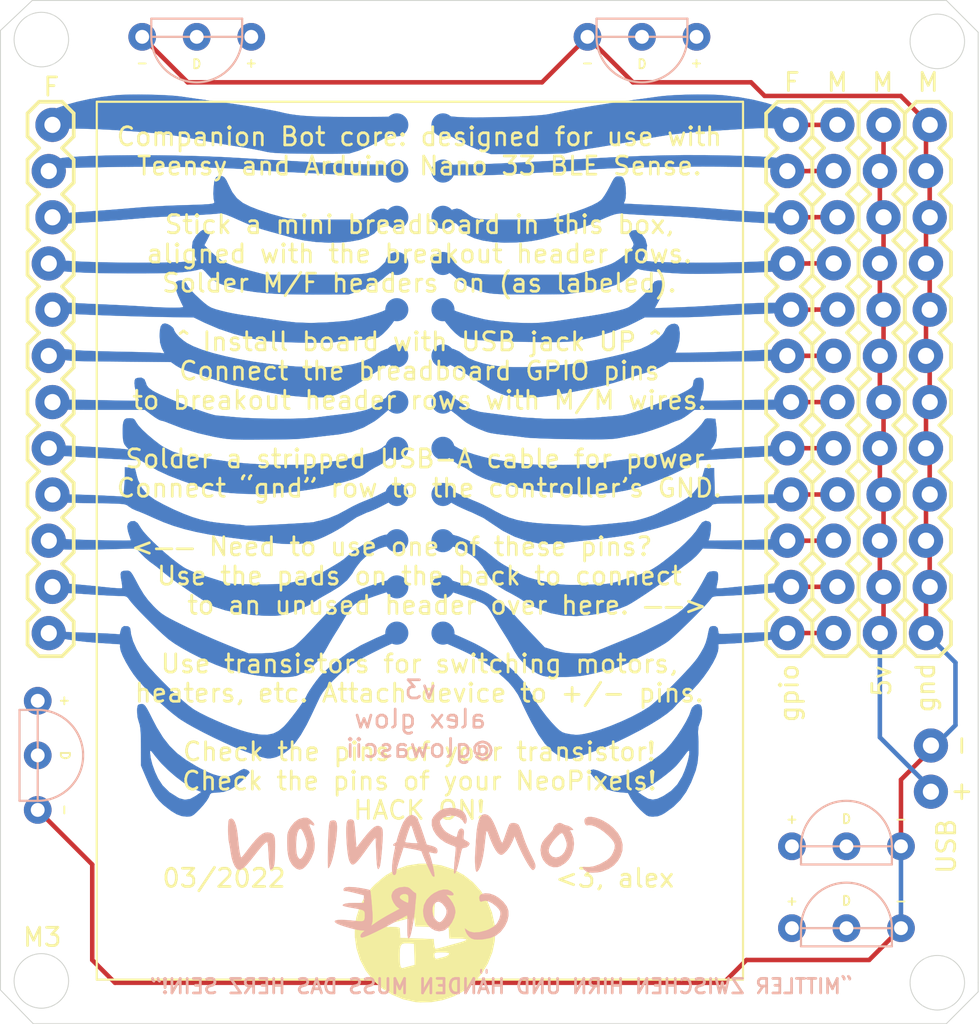
<source format=kicad_pcb>
(kicad_pcb (version 20171130) (host pcbnew "(5.1.5-0-10_14)")

  (general
    (thickness 1.6)
    (drawings 50)
    (tracks 97)
    (zones 0)
    (modules 39)
    (nets 1)
  )

  (page A4)
  (layers
    (0 F.Cu signal)
    (31 B.Cu signal)
    (32 B.Adhes user)
    (33 F.Adhes user)
    (34 B.Paste user)
    (35 F.Paste user)
    (36 B.SilkS user)
    (37 F.SilkS user)
    (38 B.Mask user)
    (39 F.Mask user)
    (40 Dwgs.User user)
    (41 Cmts.User user)
    (42 Eco1.User user)
    (43 Eco2.User user)
    (44 Edge.Cuts user)
    (45 Margin user)
    (46 B.CrtYd user)
    (47 F.CrtYd user)
    (48 B.Fab user)
    (49 F.Fab user)
  )

  (setup
    (last_trace_width 0.25)
    (trace_clearance 0.2)
    (zone_clearance 0.508)
    (zone_45_only no)
    (trace_min 0.2)
    (via_size 0.8)
    (via_drill 0.4)
    (via_min_size 0.4)
    (via_min_drill 0.3)
    (uvia_size 0.3)
    (uvia_drill 0.1)
    (uvias_allowed no)
    (uvia_min_size 0.2)
    (uvia_min_drill 0.1)
    (edge_width 0.05)
    (segment_width 0.2)
    (pcb_text_width 0.3)
    (pcb_text_size 1.5 1.5)
    (mod_edge_width 0.12)
    (mod_text_size 1 1)
    (mod_text_width 0.15)
    (pad_size 1.524 1.524)
    (pad_drill 0.762)
    (pad_to_mask_clearance 0.051)
    (solder_mask_min_width 0.25)
    (aux_axis_origin 0 0)
    (visible_elements FFFFFF7F)
    (pcbplotparams
      (layerselection 0x010fc_ffffffff)
      (usegerberextensions false)
      (usegerberattributes false)
      (usegerberadvancedattributes false)
      (creategerberjobfile false)
      (excludeedgelayer true)
      (linewidth 0.100000)
      (plotframeref false)
      (viasonmask false)
      (mode 1)
      (useauxorigin false)
      (hpglpennumber 1)
      (hpglpenspeed 20)
      (hpglpendiameter 15.000000)
      (psnegative false)
      (psa4output false)
      (plotreference true)
      (plotvalue true)
      (plotinvisibletext false)
      (padsonsilk false)
      (subtractmaskfromsilk false)
      (outputformat 1)
      (mirror false)
      (drillshape 1)
      (scaleselection 1)
      (outputdirectory ""))
  )

  (net 0 "")

  (net_class Default "This is the default net class."
    (clearance 0.2)
    (trace_width 0.25)
    (via_dia 0.8)
    (via_drill 0.4)
    (uvia_dia 0.3)
    (uvia_drill 0.1)
  )

  (module alexglow-footprints:pn2222a (layer B.Cu) (tedit 6221BA93) (tstamp 622A5A7D)
    (at 161.75 48.5)
    (fp_text reference " " (at 0 1.5) (layer B.SilkS)
      (effects (font (size 0.5 0.5) (thickness 0.1)) (justify mirror))
    )
    (fp_text value PN2222A (at 0 -1.5) (layer B.Fab)
      (effects (font (size 0.5 0.5) (thickness 0.1)) (justify mirror))
    )
    (fp_line (start 2.5 -1) (end 2.5 0) (layer B.SilkS) (width 0.12))
    (fp_line (start 2.5 0) (end -2.5 0) (layer B.SilkS) (width 0.12))
    (fp_line (start -2.5 0) (end -2.5 -1) (layer B.SilkS) (width 0.12))
    (fp_line (start -2.5 -1) (end 2.5 -1) (layer B.SilkS) (width 0.12))
    (fp_arc (start 0 0) (end 2.5 0) (angle 180) (layer B.SilkS) (width 0.12))
    (pad 1 thru_hole circle (at -3 0) (size 1.524 1.524) (drill 0.762) (layers *.Cu *.Mask))
    (pad 2 thru_hole circle (at 0 0) (size 1.524 1.524) (drill 0.762) (layers *.Cu *.Mask))
    (pad 3 thru_hole circle (at 3 0) (size 1.524 1.524) (drill 0.762) (layers *.Cu *.Mask))
  )

  (module alexglow-footprints:pn2222a (layer B.Cu) (tedit 6221BA93) (tstamp 622A4EC1)
    (at 137.25 48.5)
    (fp_text reference " " (at 0 1.5) (layer B.SilkS)
      (effects (font (size 0.5 0.5) (thickness 0.1)) (justify mirror))
    )
    (fp_text value PN2222A (at 0 -1.5) (layer B.Fab)
      (effects (font (size 0.5 0.5) (thickness 0.1)) (justify mirror))
    )
    (fp_arc (start 0 0) (end 2.5 0) (angle 180) (layer B.SilkS) (width 0.12))
    (fp_line (start -2.5 -1) (end 2.5 -1) (layer B.SilkS) (width 0.12))
    (fp_line (start -2.5 0) (end -2.5 -1) (layer B.SilkS) (width 0.12))
    (fp_line (start 2.5 0) (end -2.5 0) (layer B.SilkS) (width 0.12))
    (fp_line (start 2.5 -1) (end 2.5 0) (layer B.SilkS) (width 0.12))
    (pad 3 thru_hole circle (at 3 0) (size 1.524 1.524) (drill 0.762) (layers *.Cu *.Mask))
    (pad 2 thru_hole circle (at 0 0) (size 1.524 1.524) (drill 0.762) (layers *.Cu *.Mask))
    (pad 1 thru_hole circle (at -3 0) (size 1.524 1.524) (drill 0.762) (layers *.Cu *.Mask))
  )

  (module alexglow-footprints:pn2222a (layer B.Cu) (tedit 6221BA93) (tstamp 622A4ACE)
    (at 128.5 88 90)
    (fp_text reference " " (at 0 1.5 90) (layer B.SilkS)
      (effects (font (size 0.5 0.5) (thickness 0.1)) (justify mirror))
    )
    (fp_text value PN2222A (at 0 -1.5 90) (layer B.Fab)
      (effects (font (size 0.5 0.5) (thickness 0.1)) (justify mirror))
    )
    (fp_line (start 2.5 -1) (end 2.5 0) (layer B.SilkS) (width 0.12))
    (fp_line (start 2.5 0) (end -2.5 0) (layer B.SilkS) (width 0.12))
    (fp_line (start -2.5 0) (end -2.5 -1) (layer B.SilkS) (width 0.12))
    (fp_line (start -2.5 -1) (end 2.5 -1) (layer B.SilkS) (width 0.12))
    (fp_arc (start 0 0) (end 2.5 0) (angle 180) (layer B.SilkS) (width 0.12))
    (pad 1 thru_hole circle (at -3 0 90) (size 1.524 1.524) (drill 0.762) (layers *.Cu *.Mask))
    (pad 2 thru_hole circle (at 0 0 90) (size 1.524 1.524) (drill 0.762) (layers *.Cu *.Mask))
    (pad 3 thru_hole circle (at 3 0 90) (size 1.524 1.524) (drill 0.762) (layers *.Cu *.Mask))
  )

  (module alexglow-footprints:pn2222a (layer B.Cu) (tedit 6221BA93) (tstamp 622A59CC)
    (at 173 93 180)
    (fp_text reference " " (at 0 1.5) (layer B.SilkS)
      (effects (font (size 0.5 0.5) (thickness 0.1)) (justify mirror))
    )
    (fp_text value PN2222A (at 0 -1.5) (layer B.Fab)
      (effects (font (size 0.5 0.5) (thickness 0.1)) (justify mirror))
    )
    (fp_arc (start 0 0) (end 2.5 0) (angle 180) (layer B.SilkS) (width 0.12))
    (fp_line (start -2.5 -1) (end 2.5 -1) (layer B.SilkS) (width 0.12))
    (fp_line (start -2.5 0) (end -2.5 -1) (layer B.SilkS) (width 0.12))
    (fp_line (start 2.5 0) (end -2.5 0) (layer B.SilkS) (width 0.12))
    (fp_line (start 2.5 -1) (end 2.5 0) (layer B.SilkS) (width 0.12))
    (pad 3 thru_hole circle (at 3 0 180) (size 1.524 1.524) (drill 0.762) (layers *.Cu *.Mask))
    (pad 2 thru_hole circle (at 0 0 180) (size 1.524 1.524) (drill 0.762) (layers *.Cu *.Mask))
    (pad 1 thru_hole circle (at -3 0 180) (size 1.524 1.524) (drill 0.762) (layers *.Cu *.Mask))
  )

  (module alexglow-footprints:pn2222a (layer B.Cu) (tedit 6221BA93) (tstamp 6221C615)
    (at 173 97.5 180)
    (fp_text reference " " (at 0 1.5) (layer B.SilkS)
      (effects (font (size 0.5 0.5) (thickness 0.1)) (justify mirror))
    )
    (fp_text value PN2222A (at 0 -1.5) (layer B.Fab)
      (effects (font (size 0.5 0.5) (thickness 0.1)) (justify mirror))
    )
    (fp_arc (start 0 0) (end 2.5 0) (angle 180) (layer B.SilkS) (width 0.12))
    (fp_line (start -2.5 -1) (end 2.5 -1) (layer B.SilkS) (width 0.12))
    (fp_line (start -2.5 0) (end -2.5 -1) (layer B.SilkS) (width 0.12))
    (fp_line (start 2.5 0) (end -2.5 0) (layer B.SilkS) (width 0.12))
    (fp_line (start 2.5 -1) (end 2.5 0) (layer B.SilkS) (width 0.12))
    (pad 3 thru_hole circle (at 3 0 180) (size 1.524 1.524) (drill 0.762) (layers *.Cu *.Mask))
    (pad 2 thru_hole circle (at 0 0 180) (size 1.524 1.524) (drill 0.762) (layers *.Cu *.Mask))
    (pad 1 thru_hole circle (at -3 0 180) (size 1.524 1.524) (drill 0.762) (layers *.Cu *.Mask))
  )

  (module Connectors:1X12_MACHINE-PIN-HEADER_LOCK.004 (layer F.Cu) (tedit 5963D9EF) (tstamp 619BF526)
    (at 172.4 81.275 90)
    (descr "PLATED THROUGH HOLE -12 PIN MACHINE PIN HEADERS")
    (tags "PLATED THROUGH HOLE -12 PIN MACHINE PIN HEADERS")
    (attr virtual)
    (fp_text reference " " (at 0 -2.032 90) (layer F.SilkS)
      (effects (font (size 0.6096 0.6096) (thickness 0.127)))
    )
    (fp_text value " " (at 0 2.032 90) (layer F.SilkS)
      (effects (font (size 0.6096 0.6096) (thickness 0.127)))
    )
    (fp_line (start 11.43 -0.635) (end 12.065 -1.27) (layer F.SilkS) (width 0.2032))
    (fp_line (start 12.065 -1.27) (end 13.335 -1.27) (layer F.SilkS) (width 0.2032))
    (fp_line (start 13.335 -1.27) (end 13.97 -0.635) (layer F.SilkS) (width 0.2032))
    (fp_line (start 13.97 0.635) (end 13.335 1.27) (layer F.SilkS) (width 0.2032))
    (fp_line (start 13.335 1.27) (end 12.065 1.27) (layer F.SilkS) (width 0.2032))
    (fp_line (start 12.065 1.27) (end 11.43 0.635) (layer F.SilkS) (width 0.2032))
    (fp_line (start 6.985 -1.27) (end 8.255 -1.27) (layer F.SilkS) (width 0.2032))
    (fp_line (start 8.255 -1.27) (end 8.89 -0.635) (layer F.SilkS) (width 0.2032))
    (fp_line (start 8.89 0.635) (end 8.255 1.27) (layer F.SilkS) (width 0.2032))
    (fp_line (start 8.89 -0.635) (end 9.525 -1.27) (layer F.SilkS) (width 0.2032))
    (fp_line (start 9.525 -1.27) (end 10.795 -1.27) (layer F.SilkS) (width 0.2032))
    (fp_line (start 10.795 -1.27) (end 11.43 -0.635) (layer F.SilkS) (width 0.2032))
    (fp_line (start 11.43 0.635) (end 10.795 1.27) (layer F.SilkS) (width 0.2032))
    (fp_line (start 10.795 1.27) (end 9.525 1.27) (layer F.SilkS) (width 0.2032))
    (fp_line (start 9.525 1.27) (end 8.89 0.635) (layer F.SilkS) (width 0.2032))
    (fp_line (start 3.81 -0.635) (end 4.445 -1.27) (layer F.SilkS) (width 0.2032))
    (fp_line (start 4.445 -1.27) (end 5.715 -1.27) (layer F.SilkS) (width 0.2032))
    (fp_line (start 5.715 -1.27) (end 6.35 -0.635) (layer F.SilkS) (width 0.2032))
    (fp_line (start 6.35 0.635) (end 5.715 1.27) (layer F.SilkS) (width 0.2032))
    (fp_line (start 5.715 1.27) (end 4.445 1.27) (layer F.SilkS) (width 0.2032))
    (fp_line (start 4.445 1.27) (end 3.81 0.635) (layer F.SilkS) (width 0.2032))
    (fp_line (start 6.985 -1.27) (end 6.35 -0.635) (layer F.SilkS) (width 0.2032))
    (fp_line (start 6.35 0.635) (end 6.985 1.27) (layer F.SilkS) (width 0.2032))
    (fp_line (start 8.255 1.27) (end 6.985 1.27) (layer F.SilkS) (width 0.2032))
    (fp_line (start -0.635 -1.27) (end 0.635 -1.27) (layer F.SilkS) (width 0.2032))
    (fp_line (start 0.635 -1.27) (end 1.27 -0.635) (layer F.SilkS) (width 0.2032))
    (fp_line (start 1.27 0.635) (end 0.635 1.27) (layer F.SilkS) (width 0.2032))
    (fp_line (start 1.27 -0.635) (end 1.905 -1.27) (layer F.SilkS) (width 0.2032))
    (fp_line (start 1.905 -1.27) (end 3.175 -1.27) (layer F.SilkS) (width 0.2032))
    (fp_line (start 3.175 -1.27) (end 3.81 -0.635) (layer F.SilkS) (width 0.2032))
    (fp_line (start 3.81 0.635) (end 3.175 1.27) (layer F.SilkS) (width 0.2032))
    (fp_line (start 3.175 1.27) (end 1.905 1.27) (layer F.SilkS) (width 0.2032))
    (fp_line (start 1.905 1.27) (end 1.27 0.635) (layer F.SilkS) (width 0.2032))
    (fp_line (start -1.27 -0.635) (end -1.27 0.635) (layer F.SilkS) (width 0.2032))
    (fp_line (start -0.635 -1.27) (end -1.27 -0.635) (layer F.SilkS) (width 0.2032))
    (fp_line (start -1.27 0.635) (end -0.635 1.27) (layer F.SilkS) (width 0.2032))
    (fp_line (start 0.635 1.27) (end -0.635 1.27) (layer F.SilkS) (width 0.2032))
    (fp_line (start 26.67 -0.635) (end 27.305 -1.27) (layer F.SilkS) (width 0.2032))
    (fp_line (start 27.305 -1.27) (end 28.575 -1.27) (layer F.SilkS) (width 0.2032))
    (fp_line (start 28.575 -1.27) (end 29.21 -0.635) (layer F.SilkS) (width 0.2032))
    (fp_line (start 29.21 0.635) (end 28.575 1.27) (layer F.SilkS) (width 0.2032))
    (fp_line (start 28.575 1.27) (end 27.305 1.27) (layer F.SilkS) (width 0.2032))
    (fp_line (start 27.305 1.27) (end 26.67 0.635) (layer F.SilkS) (width 0.2032))
    (fp_line (start 22.225 -1.27) (end 23.495 -1.27) (layer F.SilkS) (width 0.2032))
    (fp_line (start 23.495 -1.27) (end 24.13 -0.635) (layer F.SilkS) (width 0.2032))
    (fp_line (start 24.13 0.635) (end 23.495 1.27) (layer F.SilkS) (width 0.2032))
    (fp_line (start 24.13 -0.635) (end 24.765 -1.27) (layer F.SilkS) (width 0.2032))
    (fp_line (start 24.765 -1.27) (end 26.035 -1.27) (layer F.SilkS) (width 0.2032))
    (fp_line (start 26.035 -1.27) (end 26.67 -0.635) (layer F.SilkS) (width 0.2032))
    (fp_line (start 26.67 0.635) (end 26.035 1.27) (layer F.SilkS) (width 0.2032))
    (fp_line (start 26.035 1.27) (end 24.765 1.27) (layer F.SilkS) (width 0.2032))
    (fp_line (start 24.765 1.27) (end 24.13 0.635) (layer F.SilkS) (width 0.2032))
    (fp_line (start 19.05 -0.635) (end 19.685 -1.27) (layer F.SilkS) (width 0.2032))
    (fp_line (start 19.685 -1.27) (end 20.955 -1.27) (layer F.SilkS) (width 0.2032))
    (fp_line (start 20.955 -1.27) (end 21.59 -0.635) (layer F.SilkS) (width 0.2032))
    (fp_line (start 21.59 0.635) (end 20.955 1.27) (layer F.SilkS) (width 0.2032))
    (fp_line (start 20.955 1.27) (end 19.685 1.27) (layer F.SilkS) (width 0.2032))
    (fp_line (start 19.685 1.27) (end 19.05 0.635) (layer F.SilkS) (width 0.2032))
    (fp_line (start 22.225 -1.27) (end 21.59 -0.635) (layer F.SilkS) (width 0.2032))
    (fp_line (start 21.59 0.635) (end 22.225 1.27) (layer F.SilkS) (width 0.2032))
    (fp_line (start 23.495 1.27) (end 22.225 1.27) (layer F.SilkS) (width 0.2032))
    (fp_line (start 14.605 -1.27) (end 15.875 -1.27) (layer F.SilkS) (width 0.2032))
    (fp_line (start 15.875 -1.27) (end 16.51 -0.635) (layer F.SilkS) (width 0.2032))
    (fp_line (start 16.51 0.635) (end 15.875 1.27) (layer F.SilkS) (width 0.2032))
    (fp_line (start 16.51 -0.635) (end 17.145 -1.27) (layer F.SilkS) (width 0.2032))
    (fp_line (start 17.145 -1.27) (end 18.415 -1.27) (layer F.SilkS) (width 0.2032))
    (fp_line (start 18.415 -1.27) (end 19.05 -0.635) (layer F.SilkS) (width 0.2032))
    (fp_line (start 19.05 0.635) (end 18.415 1.27) (layer F.SilkS) (width 0.2032))
    (fp_line (start 18.415 1.27) (end 17.145 1.27) (layer F.SilkS) (width 0.2032))
    (fp_line (start 17.145 1.27) (end 16.51 0.635) (layer F.SilkS) (width 0.2032))
    (fp_line (start 14.605 -1.27) (end 13.97 -0.635) (layer F.SilkS) (width 0.2032))
    (fp_line (start 13.97 0.635) (end 14.605 1.27) (layer F.SilkS) (width 0.2032))
    (fp_line (start 15.875 1.27) (end 14.605 1.27) (layer F.SilkS) (width 0.2032))
    (fp_line (start 29.21 -0.635) (end 29.21 0.635) (layer F.SilkS) (width 0.2032))
    (pad 1 thru_hole circle (at 0 -0.1016 90) (size 1.8796 1.8796) (drill 0.889) (layers *.Cu *.Mask)
      (solder_mask_margin 0.1016))
    (pad 2 thru_hole circle (at 2.54 0.1016 90) (size 1.8796 1.8796) (drill 0.889) (layers *.Cu *.Mask)
      (solder_mask_margin 0.1016))
    (pad 3 thru_hole circle (at 5.08 -0.1016 90) (size 1.8796 1.8796) (drill 0.889) (layers *.Cu *.Mask)
      (solder_mask_margin 0.1016))
    (pad 4 thru_hole circle (at 7.62 0.1016 90) (size 1.8796 1.8796) (drill 0.889) (layers *.Cu *.Mask)
      (solder_mask_margin 0.1016))
    (pad 5 thru_hole circle (at 10.16 -0.1016 90) (size 1.8796 1.8796) (drill 0.889) (layers *.Cu *.Mask)
      (solder_mask_margin 0.1016))
    (pad 6 thru_hole circle (at 12.7 0.1016 90) (size 1.8796 1.8796) (drill 0.889) (layers *.Cu *.Mask)
      (solder_mask_margin 0.1016))
    (pad 7 thru_hole circle (at 15.24 -0.1016 90) (size 1.8796 1.8796) (drill 0.889) (layers *.Cu *.Mask)
      (solder_mask_margin 0.1016))
    (pad 8 thru_hole circle (at 17.78 0.1016 90) (size 1.8796 1.8796) (drill 0.889) (layers *.Cu *.Mask)
      (solder_mask_margin 0.1016))
    (pad 9 thru_hole circle (at 20.32 -0.1016 90) (size 1.8796 1.8796) (drill 0.889) (layers *.Cu *.Mask)
      (solder_mask_margin 0.1016))
    (pad 10 thru_hole circle (at 22.86 0.1016 90) (size 1.8796 1.8796) (drill 0.889) (layers *.Cu *.Mask)
      (solder_mask_margin 0.1016))
    (pad 11 thru_hole circle (at 25.4 -0.1016 90) (size 1.8796 1.8796) (drill 0.889) (layers *.Cu *.Mask)
      (solder_mask_margin 0.1016))
    (pad 12 thru_hole circle (at 27.94 0.1016 90) (size 1.8796 1.8796) (drill 0.889) (layers *.Cu *.Mask)
      (solder_mask_margin 0.1016))
  )

  (module alexglow-footprints:2-pin-power (layer F.Cu) (tedit 614915E7) (tstamp 619BE067)
    (at 177.75 90 90)
    (descr "PLATED THROUGH HOLE -12 PIN MACHINE PIN HEADERS")
    (tags "PLATED THROUGH HOLE -12 PIN MACHINE PIN HEADERS")
    (attr virtual)
    (fp_text reference " " (at 0 -2.032 90) (layer F.SilkS)
      (effects (font (size 0.6096 0.6096) (thickness 0.127)))
    )
    (fp_text value " " (at 0 2.032 90) (layer F.SilkS)
      (effects (font (size 0.6096 0.6096) (thickness 0.127)))
    )
    (fp_text user - (at 2.54 1.524 90) (layer F.SilkS)
      (effects (font (size 1 1) (thickness 0.15)))
    )
    (fp_text user + (at 0 1.524 90) (layer F.SilkS)
      (effects (font (size 1 1) (thickness 0.15)))
    )
    (pad 1 thru_hole circle (at 0 -0.1016 90) (size 1.8796 1.8796) (drill 0.889) (layers *.Cu *.Mask)
      (solder_mask_margin 0.1016))
    (pad 2 thru_hole circle (at 2.54 -0.1 90) (size 1.8796 1.8796) (drill 0.889) (layers *.Cu *.Mask)
      (solder_mask_margin 0.1016))
  )

  (module alexglow-footprints:hlogoTiny (layer F.Cu) (tedit 600E2129) (tstamp 619BE079)
    (at 149.75 97.75)
    (fp_text reference " " (at 0 0) (layer F.SilkS) hide
      (effects (font (size 1.524 1.524) (thickness 0.3)))
    )
    (fp_text value " " (at 0.75 0) (layer F.SilkS) hide
      (effects (font (size 1.524 1.524) (thickness 0.3)))
    )
    (fp_poly (pts (xy 0.96307 -3.698113) (xy 1.600978 -3.489318) (xy 2.182032 -3.178598) (xy 2.69637 -2.775715)
      (xy 3.134135 -2.290431) (xy 3.485466 -1.732507) (xy 3.740505 -1.111707) (xy 3.889393 -0.437792)
      (xy 3.91433 -0.194914) (xy 3.898804 0.440859) (xy 3.765829 1.070276) (xy 3.524451 1.675618)
      (xy 3.183711 2.239169) (xy 2.752655 2.74321) (xy 2.240323 3.170025) (xy 2.17371 3.215279)
      (xy 1.649073 3.495858) (xy 1.054974 3.697845) (xy 0.427584 3.813151) (xy -0.196925 3.833688)
      (xy -0.478527 3.808387) (xy -1.145466 3.658181) (xy -1.76114 3.399154) (xy -2.315181 3.04246)
      (xy -2.797226 2.599249) (xy -3.196906 2.080674) (xy -3.503857 1.497885) (xy -3.586268 1.240831)
      (xy -1.3335 1.240831) (xy -1.327858 1.566507) (xy -1.308084 1.782011) (xy -1.26991 1.903784)
      (xy -1.209067 1.948271) (xy -1.151356 1.942421) (xy -1.027018 1.908362) (xy -0.841359 1.859298)
      (xy -0.775533 1.842201) (xy -0.503316 1.771843) (xy -0.520282 1.227666) (xy 0.5715 1.227666)
      (xy 0.600035 1.390403) (xy 0.687652 1.442385) (xy 0.758683 1.426277) (xy 0.892057 1.386678)
      (xy 1.04775 1.351867) (xy 1.253105 1.28745) (xy 1.375135 1.196004) (xy 1.397 1.135224)
      (xy 1.339082 1.106846) (xy 1.187544 1.086776) (xy 0.98425 1.0795) (xy 0.76212 1.082617)
      (xy 0.638367 1.098811) (xy 0.584401 1.138346) (xy 0.57163 1.211485) (xy 0.5715 1.227666)
      (xy -0.520282 1.227666) (xy -0.521533 1.187546) (xy -0.53975 0.60325) (xy -0.846309 0.583694)
      (xy -1.060921 0.58099) (xy -1.20167 0.619346) (xy -1.283819 0.719348) (xy -1.322631 0.901582)
      (xy -1.333368 1.186635) (xy -1.3335 1.240831) (xy -3.586268 1.240831) (xy -3.707712 0.862034)
      (xy -3.795264 0.240277) (xy -3.795472 -0.315711) (xy -3.787801 -0.367228) (xy -2.2225 -0.367228)
      (xy -2.164373 -0.342718) (xy -2.011402 -0.324958) (xy -1.795706 -0.31754) (xy -1.778 -0.3175)
      (xy -1.516426 -0.308554) (xy -1.370037 -0.280463) (xy -1.32803 -0.238125) (xy -1.321467 -0.123545)
      (xy -1.312876 0.048198) (xy -1.312155 0.0635) (xy -1.30175 0.28575) (xy 0.53975 0.34925)
      (xy 0.559276 0.619125) (xy 0.584913 0.784031) (xy 0.626284 0.879493) (xy 0.644132 0.889)
      (xy 0.732795 0.872874) (xy 0.909176 0.830125) (xy 1.138927 0.769189) (xy 1.196106 0.753379)
      (xy 1.48512 0.673074) (xy 1.778253 0.592012) (xy 2.01285 0.527518) (xy 2.016125 0.526623)
      (xy 2.200326 0.466378) (xy 2.321399 0.407816) (xy 2.3495 0.376494) (xy 2.291214 0.348204)
      (xy 2.137116 0.32732) (xy 1.918344 0.317728) (xy 1.876729 0.3175) (xy 1.403958 0.3175)
      (xy 1.36525 -0.28575) (xy -0.47625 -0.34925) (xy -0.508 -0.609254) (xy -0.53975 -0.869257)
      (xy -1.381125 -0.643106) (xy -1.686833 -0.557519) (xy -1.942925 -0.479312) (xy -2.127131 -0.415788)
      (xy -2.217177 -0.37425) (xy -2.2225 -0.367228) (xy -3.787801 -0.367228) (xy -3.720224 -0.821045)
      (xy -3.632552 -1.09612) (xy -1.309525 -1.09612) (xy -1.210846 -1.044669) (xy -0.990353 -1.018056)
      (xy -0.885253 -1.016) (xy -0.67566 -1.018568) (xy -0.562984 -1.036397) (xy -0.517143 -1.084678)
      (xy -0.515325 -1.103475) (xy 0.5715 -1.103475) (xy 0.5715 -0.5715) (xy 1.397 -0.5715)
      (xy 1.397 -1.23825) (xy 1.393862 -1.511962) (xy 1.385378 -1.731219) (xy 1.372939 -1.86979)
      (xy 1.361619 -1.905) (xy 1.242834 -1.886719) (xy 1.061954 -1.841553) (xy 0.868727 -1.784021)
      (xy 0.712898 -1.728645) (xy 0.650875 -1.69756) (xy 0.604402 -1.591472) (xy 0.577918 -1.364094)
      (xy 0.5715 -1.103475) (xy -0.515325 -1.103475) (xy -0.508055 -1.178601) (xy -0.508 -1.2065)
      (xy -0.509841 -1.321659) (xy -0.534892 -1.377726) (xy -0.612444 -1.384062) (xy -0.77179 -1.350028)
      (xy -0.876756 -1.324336) (xy -1.142273 -1.24347) (xy -1.286599 -1.164892) (xy -1.309525 -1.09612)
      (xy -3.632552 -1.09612) (xy -3.559715 -1.324646) (xy -3.416173 -1.651) (xy -3.255506 -1.958811)
      (xy -3.083537 -2.217173) (xy -2.866492 -2.472412) (xy -2.671818 -2.671886) (xy -2.127245 -3.131612)
      (xy -1.54339 -3.470844) (xy -0.916452 -3.691027) (xy -0.242632 -3.793608) (xy 0.278165 -3.795221)
      (xy 0.96307 -3.698113)) (layer F.SilkS) (width 0.01))
  )

  (module cbot-breadboard:herz-whole-mask-neg-520 (layer B.Cu) (tedit 0) (tstamp 619BE091)
    (at 141.91 68.707 180)
    (fp_text reference G*** (at 0 0) (layer B.SilkS) hide
      (effects (font (size 1.524 1.524) (thickness 0.3)) (justify mirror))
    )
    (fp_text value LOGO (at 0.75 0) (layer B.SilkS) hide
      (effects (font (size 1.524 1.524) (thickness 0.3)) (justify mirror))
    )
    (fp_poly (pts (xy -1.763167 3.930505) (xy -1.36169 3.862338) (xy -0.963506 3.752647) (xy -0.594295 3.607975)
      (xy -0.279736 3.434865) (xy -0.125279 3.317764) (xy 0.037514 3.174829) (xy 0.348469 3.320335)
      (xy 0.771419 3.484449) (xy 1.225476 3.601155) (xy 1.686581 3.667646) (xy 2.130674 3.681112)
      (xy 2.533695 3.638745) (xy 2.710962 3.596139) (xy 3.110098 3.443287) (xy 3.476663 3.236538)
      (xy 3.795141 2.988365) (xy 4.050017 2.711243) (xy 4.225776 2.417643) (xy 4.249667 2.359113)
      (xy 4.298236 2.215549) (xy 4.327679 2.080217) (xy 4.341 1.924384) (xy 4.341203 1.719317)
      (xy 4.335441 1.538653) (xy 4.320521 1.266573) (xy 4.295313 1.054236) (xy 4.252785 0.863749)
      (xy 4.185908 0.657217) (xy 4.157508 0.579648) (xy 3.857948 -0.088315) (xy 3.462439 -0.743594)
      (xy 2.972099 -1.384519) (xy 2.491154 -1.907155) (xy 2.288953 -2.102679) (xy 2.046508 -2.324311)
      (xy 1.776734 -2.56147) (xy 1.492545 -2.803574) (xy 1.206857 -3.040041) (xy 0.932582 -3.260292)
      (xy 0.682638 -3.453743) (xy 0.469937 -3.609815) (xy 0.307394 -3.717926) (xy 0.230529 -3.759335)
      (xy 0.040358 -3.838385) (xy -0.086179 -3.876458) (xy -0.174143 -3.873533) (xy -0.248591 -3.829591)
      (xy -0.320991 -3.758898) (xy -0.421532 -3.67026) (xy -0.580981 -3.54831) (xy -0.775093 -3.411008)
      (xy -0.928077 -3.309251) (xy -1.166686 -3.137288) (xy -1.44988 -2.904526) (xy -1.76196 -2.626519)
      (xy -2.087228 -2.318821) (xy -2.409989 -1.996987) (xy -2.714543 -1.676572) (xy -2.985194 -1.37313)
      (xy -3.206244 -1.102215) (xy -3.331127 -0.928077) (xy -3.677253 -0.353952) (xy -3.938506 0.188622)
      (xy -4.118427 0.709641) (xy -4.220558 1.219105) (xy -4.248893 1.662718) (xy -4.209762 2.168113)
      (xy -4.091785 2.617187) (xy -3.896854 3.007536) (xy -3.626862 3.336761) (xy -3.283701 3.60246)
      (xy -2.869261 3.802233) (xy -2.47328 3.916088) (xy -2.142257 3.950603) (xy -1.763167 3.930505)) (layer B.Mask) (width 0.01))
  )

  (module cbot-breadboard:coretext-520 (layer B.Cu) (tedit 0) (tstamp 614549C7)
    (at 149.87036 94.5 180)
    (fp_text reference G*** (at 0 0) (layer B.SilkS) hide
      (effects (font (size 1.524 1.524) (thickness 0.3)) (justify mirror))
    )
    (fp_text value LOGO (at 0.75 0) (layer B.SilkS) hide
      (effects (font (size 1.524 1.524) (thickness 0.3)) (justify mirror))
    )
    (fp_poly (pts (xy -3.07786 -1.123233) (xy -2.972602 -1.185797) (xy -2.933982 -1.279571) (xy -2.93077 -1.346312)
      (xy -2.950158 -1.48917) (xy -3.011114 -1.545391) (xy -3.117831 -1.518599) (xy -3.125435 -1.514616)
      (xy -3.27137 -1.488306) (xy -3.456076 -1.532772) (xy -3.66013 -1.640326) (xy -3.864105 -1.803278)
      (xy -3.870721 -1.809617) (xy -4.012167 -1.960799) (xy -4.084964 -2.092134) (xy -4.096188 -2.235391)
      (xy -4.052916 -2.422339) (xy -4.025717 -2.505408) (xy -3.906988 -2.735934) (xy -3.718625 -2.920986)
      (xy -3.45056 -3.069101) (xy -3.289471 -3.129972) (xy -2.938202 -3.221084) (xy -2.639771 -3.241434)
      (xy -2.399816 -3.19102) (xy -2.29055 -3.130018) (xy -2.135326 -3.015257) (xy -2.170323 -3.156186)
      (xy -2.246182 -3.320171) (xy -2.37303 -3.475182) (xy -2.491154 -3.563497) (xy -2.630298 -3.612231)
      (xy -2.810966 -3.630363) (xy -3.055087 -3.619317) (xy -3.17068 -3.607581) (xy -3.529805 -3.539261)
      (xy -3.820579 -3.418417) (xy -4.06198 -3.236322) (xy -4.129142 -3.166751) (xy -4.332884 -2.89199)
      (xy -4.4696 -2.601422) (xy -4.535395 -2.31209) (xy -4.526372 -2.04104) (xy -4.439838 -1.807308)
      (xy -4.253463 -1.559851) (xy -4.024727 -1.354495) (xy -3.771771 -1.200351) (xy -3.512735 -1.106531)
      (xy -3.26576 -1.082146) (xy -3.07786 -1.123233)) (layer B.SilkS) (width 0.01))
    (fp_poly (pts (xy 1.482668 -0.766059) (xy 1.691015 -0.859778) (xy 1.834991 -1.004277) (xy 1.901831 -1.189983)
      (xy 1.905 -1.244312) (xy 1.870467 -1.414476) (xy 1.781823 -1.603709) (xy 1.661501 -1.770377)
      (xy 1.582446 -1.84295) (xy 1.451821 -1.938103) (xy 1.934853 -2.196858) (xy 2.171007 -2.327952)
      (xy 2.412199 -2.469497) (xy 2.622932 -2.600335) (xy 2.719059 -2.664256) (xy 3.020234 -2.8729)
      (xy 2.971694 -2.733659) (xy 2.951377 -2.61745) (xy 2.9428 -2.440059) (xy 2.947527 -2.237465)
      (xy 2.949069 -2.213075) (xy 2.972245 -1.894816) (xy 2.996777 -1.597401) (xy 3.021157 -1.335851)
      (xy 3.043874 -1.12519) (xy 3.063419 -0.980442) (xy 3.078283 -0.916629) (xy 3.079473 -0.915263)
      (xy 3.150827 -0.889364) (xy 3.29249 -0.855797) (xy 3.477895 -0.819487) (xy 3.680474 -0.785362)
      (xy 3.873661 -0.758347) (xy 3.991917 -0.746072) (xy 4.250198 -0.736024) (xy 4.422808 -0.756322)
      (xy 4.517545 -0.808907) (xy 4.542692 -0.883044) (xy 4.524348 -0.950441) (xy 4.495519 -0.953534)
      (xy 4.431556 -0.953276) (xy 4.294915 -0.975152) (xy 4.107053 -1.01518) (xy 3.933788 -1.057731)
      (xy 3.41923 -1.191083) (xy 3.41923 -1.611923) (xy 3.910903 -1.611923) (xy 4.221011 -1.621318)
      (xy 4.436672 -1.6497) (xy 4.559327 -1.697368) (xy 4.591538 -1.752718) (xy 4.546624 -1.776923)
      (xy 4.425254 -1.81117) (xy 4.247486 -1.850375) (xy 4.090865 -1.879683) (xy 3.814088 -1.928786)
      (xy 3.61919 -1.968977) (xy 3.491837 -2.008274) (xy 3.417694 -2.054699) (xy 3.382427 -2.116271)
      (xy 3.371702 -2.201009) (xy 3.371132 -2.282349) (xy 3.375039 -2.440123) (xy 3.396375 -2.543756)
      (xy 3.451368 -2.601952) (xy 3.556246 -2.623412) (xy 3.727238 -2.61684) (xy 3.952319 -2.594015)
      (xy 4.34566 -2.557769) (xy 4.651479 -2.543898) (xy 4.868256 -2.55221) (xy 4.994472 -2.582516)
      (xy 5.028607 -2.634625) (xy 4.969143 -2.708345) (xy 4.954157 -2.719727) (xy 4.849939 -2.773266)
      (xy 4.675205 -2.840229) (xy 4.454876 -2.913183) (xy 4.213877 -2.984694) (xy 3.977129 -3.047329)
      (xy 3.769557 -3.093655) (xy 3.627824 -3.115303) (xy 3.372378 -3.138086) (xy 3.493497 -3.233357)
      (xy 3.580499 -3.331048) (xy 3.612994 -3.428272) (xy 3.587611 -3.498231) (xy 3.529134 -3.516687)
      (xy 3.429119 -3.493437) (xy 3.257314 -3.428166) (xy 3.026876 -3.327099) (xy 2.750963 -3.196458)
      (xy 2.442733 -3.042466) (xy 2.115346 -2.871347) (xy 1.79386 -2.695965) (xy 1.554756 -2.563572)
      (xy 1.345935 -2.449665) (xy 1.182027 -2.362087) (xy 1.077664 -2.308681) (xy 1.047271 -2.295769)
      (xy 1.032021 -2.339536) (xy 1.025482 -2.450888) (xy 1.026488 -2.527788) (xy 1.029812 -2.692118)
      (xy 1.031187 -2.91008) (xy 1.030361 -3.137629) (xy 1.030109 -3.162788) (xy 1.019911 -3.388935)
      (xy 0.995721 -3.523126) (xy 0.958369 -3.563942) (xy 0.908685 -3.509961) (xy 0.873285 -3.431442)
      (xy 0.833111 -3.296249) (xy 0.786363 -3.089103) (xy 0.737442 -2.835126) (xy 0.690752 -2.559437)
      (xy 0.650694 -2.28716) (xy 0.62167 -2.043414) (xy 0.61319 -1.947168) (xy 0.594845 -1.72267)
      (xy 0.573627 -1.494623) (xy 0.560003 -1.366561) (xy 0.963896 -1.366561) (xy 0.966861 -1.489877)
      (xy 0.984256 -1.583397) (xy 1.008636 -1.611923) (xy 1.06092 -1.591701) (xy 1.168496 -1.540643)
      (xy 1.225479 -1.512024) (xy 1.351348 -1.435141) (xy 1.435755 -1.360234) (xy 1.45002 -1.337275)
      (xy 1.445149 -1.242179) (xy 1.371501 -1.166872) (xy 1.25751 -1.121462) (xy 1.13161 -1.116056)
      (xy 1.022236 -1.160762) (xy 1.003134 -1.178413) (xy 0.975831 -1.250417) (xy 0.963896 -1.366561)
      (xy 0.560003 -1.366561) (xy 0.556225 -1.331058) (xy 0.545968 -1.169358) (xy 0.5607 -1.084477)
      (xy 0.575641 -1.074615) (xy 0.636488 -1.042581) (xy 0.735937 -0.96102) (xy 0.796192 -0.903654)
      (xy 0.912584 -0.799628) (xy 1.018723 -0.749029) (xy 1.160763 -0.733354) (xy 1.222715 -0.732692)
      (xy 1.482668 -0.766059)) (layer B.SilkS) (width 0.01))
    (fp_poly (pts (xy -0.709413 -0.938709) (xy -0.443194 -1.069826) (xy -0.259048 -1.201988) (xy -0.027232 -1.445894)
      (xy 0.113681 -1.724448) (xy 0.165259 -2.040789) (xy 0.165452 -2.051538) (xy 0.134264 -2.34315)
      (xy 0.040578 -2.606542) (xy -0.103343 -2.831381) (xy -0.285233 -3.007334) (xy -0.492826 -3.124067)
      (xy -0.713858 -3.171245) (xy -0.936064 -3.138535) (xy -1.056746 -3.081284) (xy -1.250423 -2.915674)
      (xy -1.41855 -2.684876) (xy -1.543403 -2.42108) (xy -1.607257 -2.156475) (xy -1.611923 -2.073027)
      (xy -1.600618 -2.010019) (xy -1.127063 -2.010019) (xy -1.122353 -2.178786) (xy -1.095876 -2.273156)
      (xy -1.028747 -2.410047) (xy -0.931744 -2.543035) (xy -0.828662 -2.644415) (xy -0.743297 -2.686481)
      (xy -0.740837 -2.686538) (xy -0.678456 -2.661192) (xy -0.596744 -2.610304) (xy -0.467087 -2.46924)
      (xy -0.379799 -2.275463) (xy -0.340237 -2.059884) (xy -0.353755 -1.853414) (xy -0.425709 -1.686966)
      (xy -0.434796 -1.675529) (xy -0.571351 -1.559056) (xy -0.709531 -1.539267) (xy -0.854917 -1.616103)
      (xy -0.913246 -1.670656) (xy -1.059966 -1.849235) (xy -1.127063 -2.010019) (xy -1.600618 -2.010019)
      (xy -1.574587 -1.864954) (xy -1.472561 -1.631526) (xy -1.320824 -1.40393) (xy -1.252523 -1.324682)
      (xy -1.099039 -1.159556) (xy -1.306635 -1.190932) (xy -1.454756 -1.196045) (xy -1.516454 -1.157368)
      (xy -1.489695 -1.080322) (xy -1.385528 -0.980468) (xy -1.196081 -0.890982) (xy -0.965542 -0.878079)
      (xy -0.709413 -0.938709)) (layer B.SilkS) (width 0.01))
    (fp_poly (pts (xy 0.943764 3.178068) (xy 1.092969 3.04943) (xy 1.232913 2.850978) (xy 1.268766 2.784231)
      (xy 1.331487 2.644266) (xy 1.404059 2.458751) (xy 1.477416 2.254152) (xy 1.542495 2.056933)
      (xy 1.590231 1.89356) (xy 1.61156 1.790497) (xy 1.611923 1.782318) (xy 1.652957 1.705013)
      (xy 1.709615 1.674922) (xy 1.778854 1.631862) (xy 1.807561 1.571406) (xy 1.787065 1.52869)
      (xy 1.74625 1.526442) (xy 1.716694 1.531838) (xy 1.700115 1.522674) (xy 1.6977 1.482311)
      (xy 1.710635 1.394112) (xy 1.740109 1.241437) (xy 1.781044 1.038675) (xy 1.836986 0.713482)
      (xy 1.866595 0.431034) (xy 1.870642 0.200818) (xy 1.849896 0.032321) (xy 1.805128 -0.06497)
      (xy 1.737106 -0.081568) (xy 1.692305 -0.054749) (xy 1.642047 0.035078) (xy 1.642207 0.087277)
      (xy 1.634872 0.16263) (xy 1.600647 0.310563) (xy 1.54473 0.511382) (xy 1.472318 0.745396)
      (xy 1.452358 0.80644) (xy 1.242312 1.441918) (xy 0.743271 1.351143) (xy 0.53707 1.309962)
      (xy 0.37235 1.270078) (xy 0.26917 1.236779) (xy 0.24423 1.219517) (xy 0.22467 1.149888)
      (xy 0.172021 1.012477) (xy 0.095336 0.827641) (xy 0.003663 0.615734) (xy -0.093945 0.397113)
      (xy -0.18844 0.192133) (xy -0.270769 0.02115) (xy -0.331884 -0.095481) (xy -0.35778 -0.134482)
      (xy -0.43002 -0.174693) (xy -0.460102 -0.152909) (xy -0.462672 -0.085563) (xy -0.443893 0.053354)
      (xy -0.408615 0.2413) (xy -0.361686 0.455732) (xy -0.307957 0.674107) (xy -0.252277 0.873883)
      (xy -0.213108 0.995238) (xy -0.146566 1.184514) (xy -0.305302 1.149627) (xy -0.470366 1.117047)
      (xy -0.563546 1.114544) (xy -0.60747 1.147472) (xy -0.624768 1.221185) (xy -0.625258 1.225335)
      (xy -0.612962 1.341234) (xy -0.536234 1.428686) (xy -0.381984 1.498779) (xy -0.261622 1.533374)
      (xy -0.031581 1.592058) (xy 0.001308 1.6914) (xy 0.462735 1.6914) (xy 0.476432 1.666187)
      (xy 0.544659 1.659407) (xy 0.684649 1.667366) (xy 0.782216 1.675323) (xy 0.956903 1.692211)
      (xy 1.088997 1.709196) (xy 1.152481 1.722874) (xy 1.154137 1.724009) (xy 1.149026 1.776084)
      (xy 1.118316 1.894991) (xy 1.070024 2.055833) (xy 1.01217 2.233718) (xy 0.952772 2.403749)
      (xy 0.899847 2.541033) (xy 0.870079 2.605945) (xy 0.841482 2.644283) (xy 0.812951 2.635094)
      (xy 0.777366 2.565866) (xy 0.727608 2.424089) (xy 0.679101 2.27036) (xy 0.613134 2.066761)
      (xy 0.550856 1.89088) (xy 0.501953 1.76943) (xy 0.486337 1.738738) (xy 0.462735 1.6914)
      (xy 0.001308 1.6914) (xy 0.15364 2.15151) (xy 0.230246 2.377483) (xy 0.300482 2.574903)
      (xy 0.356391 2.722015) (xy 0.389238 2.79578) (xy 0.43191 2.898382) (xy 0.439615 2.946015)
      (xy 0.481073 3.042565) (xy 0.582654 3.138182) (xy 0.710173 3.206452) (xy 0.79923 3.223846)
      (xy 0.943764 3.178068)) (layer B.SilkS) (width 0.01))
    (fp_poly (pts (xy -1.028698 3.57345) (xy -0.959887 3.554894) (xy -0.766791 3.463955) (xy -0.580524 3.320581)
      (xy -0.426898 3.150043) (xy -0.331724 2.977612) (xy -0.317863 2.926335) (xy -0.315488 2.659081)
      (xy -0.399177 2.390145) (xy -0.558522 2.133247) (xy -0.783115 1.902105) (xy -1.062549 1.710437)
      (xy -1.331595 1.590133) (xy -1.478302 1.535577) (xy -1.584427 1.490155) (xy -1.617981 1.470773)
      (xy -1.628238 1.410795) (xy -1.626407 1.281262) (xy -1.61294 1.109505) (xy -1.611834 1.099038)
      (xy -1.571236 0.698773) (xy -1.545582 0.391515) (xy -1.53513 0.173694) (xy -1.540135 0.041734)
      (xy -1.560853 -0.007937) (xy -1.597542 0.021109) (xy -1.650456 0.125297) (xy -1.677059 0.189301)
      (xy -1.719114 0.317472) (xy -1.771803 0.511323) (xy -1.827241 0.740613) (xy -1.861696 0.89757)
      (xy -1.910659 1.125661) (xy -1.948063 1.274752) (xy -1.981648 1.361612) (xy -2.019151 1.403008)
      (xy -2.068309 1.415708) (xy -2.101186 1.416538) (xy -2.229224 1.450818) (xy -2.338304 1.534175)
      (xy -2.392335 1.637386) (xy -2.393462 1.653194) (xy -2.353291 1.709101) (xy -2.253267 1.776818)
      (xy -2.217139 1.795279) (xy -2.114587 1.848633) (xy -2.06579 1.902597) (xy -2.056359 1.990047)
      (xy -2.070349 2.130639) (xy -2.081425 2.295801) (xy -2.063018 2.394605) (xy -2.02277 2.445915)
      (xy -1.923703 2.481387) (xy -1.833203 2.427516) (xy -1.761573 2.292635) (xy -1.740452 2.217602)
      (xy -1.709929 2.093862) (xy -1.687637 2.019457) (xy -1.684 2.012042) (xy -1.631493 2.017114)
      (xy -1.521049 2.059178) (xy -1.379053 2.125897) (xy -1.23189 2.204934) (xy -1.112968 2.279059)
      (xy -0.98528 2.395431) (xy -0.872201 2.54667) (xy -0.789772 2.704552) (xy -0.754033 2.840853)
      (xy -0.760891 2.89857) (xy -0.81998 2.973648) (xy -0.928955 3.061656) (xy -0.961939 3.083141)
      (xy -1.177617 3.170749) (xy -1.414955 3.19408) (xy -1.648799 3.158163) (xy -1.853998 3.068025)
      (xy -2.005398 2.928694) (xy -2.041993 2.867247) (xy -2.112826 2.759172) (xy -2.173407 2.747088)
      (xy -2.221823 2.830942) (xy -2.2341 3.008256) (xy -2.181023 3.202138) (xy -2.075285 3.370399)
      (xy -2.052455 3.39393) (xy -1.859133 3.518319) (xy -1.606398 3.592305) (xy -1.320752 3.611984)
      (xy -1.028698 3.57345)) (layer B.SilkS) (width 0.01))
    (fp_poly (pts (xy -8.914796 3.111913) (xy -8.788925 3.062846) (xy -8.721083 2.968306) (xy -8.722386 2.826682)
      (xy -8.742464 2.762432) (xy -8.790553 2.672099) (xy -8.86223 2.649935) (xy -8.94306 2.663041)
      (xy -9.107303 2.657) (xy -9.317076 2.585421) (xy -9.555028 2.457532) (xy -9.803808 2.282558)
      (xy -10.030736 2.084647) (xy -10.224715 1.881716) (xy -10.342756 1.710679) (xy -10.390806 1.550154)
      (xy -10.374812 1.378754) (xy -10.300719 1.175096) (xy -10.290158 1.151727) (xy -10.200336 0.983161)
      (xy -10.093792 0.855947) (xy -9.939076 0.73531) (xy -9.87547 0.693199) (xy -9.551166 0.514458)
      (xy -9.235996 0.399103) (xy -8.949135 0.353153) (xy -8.812096 0.359408) (xy -8.664966 0.369518)
      (xy -8.60726 0.34419) (xy -8.637432 0.279036) (xy -8.74721 0.175304) (xy -8.850555 0.10198)
      (xy -8.960808 0.064335) (xy -9.115473 0.052144) (xy -9.199037 0.052114) (xy -9.400396 0.064512)
      (xy -9.595603 0.092885) (xy -9.695962 0.117336) (xy -10.051737 0.262058) (xy -10.331755 0.452343)
      (xy -10.552691 0.702124) (xy -10.698588 0.955145) (xy -10.802551 1.274064) (xy -10.811536 1.597473)
      (xy -10.72754 1.918044) (xy -10.552562 2.228448) (xy -10.288599 2.521358) (xy -10.266194 2.541594)
      (xy -10.025564 2.731535) (xy -9.776272 2.885669) (xy -9.529434 3.002385) (xy -9.296166 3.080071)
      (xy -9.087581 3.117118) (xy -8.914796 3.111913)) (layer B.SilkS) (width 0.01))
    (fp_poly (pts (xy -3.136308 3.245888) (xy -3.082816 3.218998) (xy -2.989123 3.118026) (xy -2.906148 2.933018)
      (xy -2.83765 2.677383) (xy -2.787386 2.36453) (xy -2.762484 2.075962) (xy -2.74916 1.847858)
      (xy -2.732115 1.568801) (xy -2.714211 1.285308) (xy -2.706706 1.169739) (xy -2.695151 0.898705)
      (xy -2.695391 0.641487) (xy -2.706199 0.415533) (xy -2.726347 0.238289) (xy -2.754608 0.127203)
      (xy -2.782128 0.097692) (xy -2.834741 0.134308) (xy -2.899607 0.216376) (xy -2.981826 0.3886)
      (xy -3.060355 0.641151) (xy -3.131213 0.956666) (xy -3.190415 1.317779) (xy -3.229107 1.653023)
      (xy -3.253789 1.893366) (xy -3.279244 2.101453) (xy -3.302612 2.256216) (xy -3.32103 2.336585)
      (xy -3.322347 2.339449) (xy -3.355803 2.338363) (xy -3.406757 2.245598) (xy -3.462928 2.095219)
      (xy -3.57704 1.790029) (xy -3.700319 1.518235) (xy -3.823931 1.29614) (xy -3.939042 1.140048)
      (xy -4.015358 1.075618) (xy -4.113736 1.032475) (xy -4.191317 1.043727) (xy -4.284012 1.104501)
      (xy -4.450503 1.267996) (xy -4.612896 1.49932) (xy -4.75175 1.769818) (xy -4.776855 1.830842)
      (xy -4.869646 2.067067) (xy -4.923389 1.924976) (xy -5.046364 1.619927) (xy -5.183416 1.313682)
      (xy -5.327167 1.019542) (xy -5.470239 0.750805) (xy -5.605257 0.520772) (xy -5.72484 0.342742)
      (xy -5.821614 0.230014) (xy -5.882825 0.195385) (xy -5.947326 0.235034) (xy -5.9941 0.306329)
      (xy -6.015942 0.3736) (xy -6.016482 0.450572) (xy -5.990527 0.55253) (xy -5.932881 0.694762)
      (xy -5.838351 0.892552) (xy -5.707312 1.150385) (xy -5.588123 1.403255) (xy -5.464678 1.700339)
      (xy -5.357412 1.991326) (xy -5.323252 2.095905) (xy -5.250016 2.313127) (xy -5.175716 2.502291)
      (xy -5.110454 2.639191) (xy -5.074498 2.692041) (xy -4.960106 2.757141) (xy -4.813037 2.782734)
      (xy -4.67535 2.766359) (xy -4.598924 2.71986) (xy -4.561183 2.647736) (xy -4.503187 2.506183)
      (xy -4.434275 2.318872) (xy -4.391706 2.194764) (xy -4.322714 1.994884) (xy -4.261516 1.829861)
      (xy -4.216567 1.721871) (xy -4.200541 1.693258) (xy -4.164906 1.710972) (xy -4.113372 1.800155)
      (xy -4.076937 1.888643) (xy -3.930415 2.280585) (xy -3.806385 2.589123) (xy -3.699399 2.824465)
      (xy -3.604007 2.996819) (xy -3.514762 3.116392) (xy -3.426215 3.193394) (xy -3.362558 3.227088)
      (xy -3.237781 3.264335) (xy -3.136308 3.245888)) (layer B.SilkS) (width 0.01))
    (fp_poly (pts (xy 6.744275 3.065933) (xy 7.003628 2.99283) (xy 7.238833 2.828459) (xy 7.443732 2.577573)
      (xy 7.500377 2.482535) (xy 7.562879 2.363947) (xy 7.603965 2.26092) (xy 7.627965 2.148261)
      (xy 7.639211 2.000773) (xy 7.642035 1.793263) (xy 7.64165 1.660769) (xy 7.627403 1.281043)
      (xy 7.585686 0.978454) (xy 7.511752 0.735128) (xy 7.400852 0.533189) (xy 7.312726 0.42236)
      (xy 7.136699 0.271134) (xy 6.965747 0.216625) (xy 6.800974 0.259184) (xy 6.800888 0.259233)
      (xy 6.629363 0.398667) (xy 6.461293 0.610029) (xy 6.312018 0.86828) (xy 6.19688 1.148382)
      (xy 6.149194 1.322844) (xy 6.13212 1.550859) (xy 6.556567 1.550859) (xy 6.565763 1.455247)
      (xy 6.612909 1.26747) (xy 6.68712 1.086299) (xy 6.775841 0.932888) (xy 6.866514 0.828387)
      (xy 6.946584 0.793949) (xy 6.957011 0.796168) (xy 7.013857 0.848024) (xy 7.079664 0.95027)
      (xy 7.082692 0.956107) (xy 7.121183 1.089578) (xy 7.144577 1.291218) (xy 7.153079 1.532706)
      (xy 7.146897 1.785725) (xy 7.126238 2.021957) (xy 7.091307 2.213082) (xy 7.073091 2.271346)
      (xy 6.999905 2.420897) (xy 6.92662 2.473763) (xy 6.849701 2.429828) (xy 6.76561 2.288978)
      (xy 6.752808 2.260945) (xy 6.636594 1.973235) (xy 6.57281 1.743562) (xy 6.556567 1.550859)
      (xy 6.13212 1.550859) (xy 6.12614 1.630715) (xy 6.174842 1.97593) (xy 6.291237 2.334232)
      (xy 6.335223 2.433215) (xy 6.408402 2.603039) (xy 6.429154 2.697578) (xy 6.396685 2.724476)
      (xy 6.310203 2.691379) (xy 6.308548 2.690496) (xy 6.206189 2.644119) (xy 6.162355 2.655204)
      (xy 6.154615 2.705901) (xy 6.188933 2.776087) (xy 6.27609 2.877143) (xy 6.333488 2.931164)
      (xy 6.456374 3.027711) (xy 6.562186 3.068554) (xy 6.700065 3.069814) (xy 6.744275 3.065933)) (layer B.SilkS) (width 0.01))
    (fp_poly (pts (xy 10.825465 2.988542) (xy 10.861905 2.918558) (xy 10.879343 2.795184) (xy 10.889009 2.605198)
      (xy 10.891274 2.378724) (xy 10.886506 2.145887) (xy 10.875073 1.936811) (xy 10.857345 1.781621)
      (xy 10.847446 1.737506) (xy 10.82012 1.618642) (xy 10.787976 1.437047) (xy 10.756951 1.227091)
      (xy 10.749937 1.173179) (xy 10.695953 0.874016) (xy 10.617522 0.612336) (xy 10.521629 0.404059)
      (xy 10.415263 0.265103) (xy 10.329429 0.215059) (xy 10.23994 0.210874) (xy 10.141093 0.247528)
      (xy 10.024196 0.332792) (xy 9.880553 0.474439) (xy 9.701471 0.680238) (xy 9.478254 0.957963)
      (xy 9.431703 1.017493) (xy 9.206345 1.301209) (xy 9.030551 1.509323) (xy 8.898915 1.646996)
      (xy 8.80603 1.719384) (xy 8.746491 1.731647) (xy 8.71801 1.69851) (xy 8.70726 1.629461)
      (xy 8.693559 1.482097) (xy 8.678414 1.275697) (xy 8.663334 1.029537) (xy 8.65806 0.932024)
      (xy 8.638801 0.622686) (xy 8.616362 0.403938) (xy 8.587923 0.268674) (xy 8.550664 0.209792)
      (xy 8.501765 0.220189) (xy 8.438405 0.29276) (xy 8.416863 0.324514) (xy 8.380961 0.39455)
      (xy 8.354791 0.489424) (xy 8.336314 0.626031) (xy 8.323489 0.821267) (xy 8.314276 1.092027)
      (xy 8.311821 1.194566) (xy 8.307011 1.529465) (xy 8.311921 1.78039) (xy 8.329955 1.960851)
      (xy 8.364513 2.084364) (xy 8.418998 2.164439) (xy 8.496813 2.21459) (xy 8.575411 2.241494)
      (xy 8.719922 2.264847) (xy 8.860455 2.247843) (xy 9.005718 2.183641) (xy 9.164417 2.065402)
      (xy 9.345261 1.886285) (xy 9.556957 1.63945) (xy 9.808211 1.318057) (xy 9.891346 1.207757)
      (xy 10.006948 1.058223) (xy 10.101751 0.944473) (xy 10.160071 0.885009) (xy 10.168748 0.880447)
      (xy 10.200544 0.92606) (xy 10.235786 1.056745) (xy 10.272352 1.260039) (xy 10.30812 1.523482)
      (xy 10.340968 1.83461) (xy 10.351498 1.953846) (xy 10.395235 2.326547) (xy 10.456663 2.626538)
      (xy 10.533648 2.847635) (xy 10.624056 2.983656) (xy 10.722546 3.028462) (xy 10.825465 2.988542)) (layer B.SilkS) (width 0.01))
    (fp_poly (pts (xy 4.277838 2.954238) (xy 4.34537 2.862367) (xy 4.348516 2.85432) (xy 4.375676 2.719635)
      (xy 4.389614 2.509505) (xy 4.391559 2.245099) (xy 4.382744 1.94759) (xy 4.364397 1.638148)
      (xy 4.337751 1.337945) (xy 4.304036 1.068152) (xy 4.264483 0.84994) (xy 4.224039 0.713044)
      (xy 4.161363 0.586057) (xy 4.095337 0.512185) (xy 4.018413 0.496001) (xy 3.923041 0.542078)
      (xy 3.801672 0.654986) (xy 3.646755 0.839299) (xy 3.450742 1.099589) (xy 3.345321 1.245225)
      (xy 3.150288 1.51495) (xy 3.004077 1.712314) (xy 2.900106 1.845421) (xy 2.831794 1.922373)
      (xy 2.792559 1.951273) (xy 2.777338 1.944517) (xy 2.773399 1.893192) (xy 2.766822 1.760505)
      (xy 2.758316 1.56273) (xy 2.748589 1.316142) (xy 2.740703 1.102976) (xy 2.724441 0.75105)
      (xy 2.703901 0.493792) (xy 2.678236 0.328235) (xy 2.646602 0.251416) (xy 2.608155 0.260368)
      (xy 2.562048 0.352127) (xy 2.54251 0.407587) (xy 2.520939 0.51009) (xy 2.495318 0.690814)
      (xy 2.467877 0.930488) (xy 2.440847 1.209843) (xy 2.419224 1.472521) (xy 2.394392 1.824943)
      (xy 2.381602 2.092823) (xy 2.383035 2.288811) (xy 2.400876 2.42556) (xy 2.437306 2.515719)
      (xy 2.494509 2.571941) (xy 2.574666 2.606876) (xy 2.616949 2.618558) (xy 2.724277 2.616603)
      (xy 2.850266 2.556227) (xy 3.00214 2.431267) (xy 3.187119 2.235558) (xy 3.412427 1.962933)
      (xy 3.468077 1.892083) (xy 3.834423 1.422227) (xy 3.888167 2.11544) (xy 3.910102 2.371778)
      (xy 3.933294 2.597942) (xy 3.955382 2.773673) (xy 3.974008 2.87871) (xy 3.978874 2.894135)
      (xy 4.058485 2.963139) (xy 4.158358 2.979615) (xy 4.277838 2.954238)) (layer B.SilkS) (width 0.01))
    (fp_poly (pts (xy 5.141026 2.921655) (xy 5.236094 2.905582) (xy 5.288348 2.863354) (xy 5.317583 2.768365)
      (xy 5.334129 2.662115) (xy 5.350952 2.502848) (xy 5.366192 2.284806) (xy 5.379529 2.023846)
      (xy 5.390647 1.735827) (xy 5.399225 1.436605) (xy 5.404947 1.142038) (xy 5.407492 0.867984)
      (xy 5.406544 0.6303) (xy 5.401783 0.444843) (xy 5.392891 0.327471) (xy 5.381699 0.293077)
      (xy 5.338693 0.335096) (xy 5.279715 0.443768) (xy 5.232958 0.555785) (xy 5.15779 0.791922)
      (xy 5.087528 1.077224) (xy 5.024776 1.39246) (xy 4.972137 1.718395) (xy 4.932213 2.035798)
      (xy 4.907608 2.325436) (xy 4.900924 2.568074) (xy 4.914764 2.744481) (xy 4.92929 2.79954)
      (xy 4.982257 2.894959) (xy 5.063721 2.924963) (xy 5.141026 2.921655)) (layer B.SilkS) (width 0.01))
    (fp_poly (pts (xy -7.233375 2.752983) (xy -7.122006 2.676638) (xy -7.03393 2.581291) (xy -6.997394 2.493037)
      (xy -7.000949 2.471202) (xy -6.979539 2.409194) (xy -6.900068 2.300795) (xy -6.777076 2.164984)
      (xy -6.731316 2.119239) (xy -6.531643 1.907871) (xy -6.401995 1.723833) (xy -6.329798 1.542291)
      (xy -6.302479 1.33841) (xy -6.301154 1.269623) (xy -6.338847 0.993772) (xy -6.442645 0.753258)
      (xy -6.598631 0.558858) (xy -6.792884 0.421351) (xy -7.011486 0.351518) (xy -7.240518 0.360136)
      (xy -7.399873 0.418766) (xy -7.659333 0.584019) (xy -7.851987 0.784238) (xy -7.9876 1.007685)
      (xy -8.098415 1.315023) (xy -8.126323 1.548018) (xy -7.742994 1.548018) (xy -7.715253 1.407479)
      (xy -7.621523 1.188321) (xy -7.482551 1.022029) (xy -7.315474 0.916793) (xy -7.13743 0.880803)
      (xy -6.965557 0.922246) (xy -6.860665 0.999126) (xy -6.760811 1.143035) (xy -6.739891 1.304228)
      (xy -6.79937 1.493394) (xy -6.940717 1.721223) (xy -6.964106 1.752809) (xy -7.094873 1.914699)
      (xy -7.226148 2.057637) (xy -7.330282 2.151593) (xy -7.333342 2.153801) (xy -7.432884 2.218401)
      (xy -7.489192 2.226073) (xy -7.535795 2.180314) (xy -7.53948 2.17531) (xy -7.590568 2.082217)
      (xy -7.653116 1.937561) (xy -7.685065 1.852628) (xy -7.735191 1.68311) (xy -7.742994 1.548018)
      (xy -8.126323 1.548018) (xy -8.137297 1.639626) (xy -8.103491 1.952958) (xy -8.018737 2.185865)
      (xy -7.911092 2.393462) (xy -8.021988 2.395005) (xy -8.089965 2.399912) (xy -8.093412 2.424682)
      (xy -8.028219 2.488515) (xy -7.995834 2.517121) (xy -7.876063 2.59839) (xy -7.763502 2.638431)
      (xy -7.751604 2.639246) (xy -7.626366 2.669886) (xy -7.549607 2.712515) (xy -7.425396 2.770504)
      (xy -7.33979 2.784231) (xy -7.233375 2.752983)) (layer B.SilkS) (width 0.01))
  )

  (module cbot-breadboard:bow-smol-neg-385 (layer B.Cu) (tedit 0) (tstamp 619BE0B6)
    (at 149.59096 71.5772 180)
    (fp_text reference G*** (at 0 0) (layer B.SilkS) hide
      (effects (font (size 1.524 1.524) (thickness 0.3)) (justify mirror))
    )
    (fp_text value LOGO (at 0.75 0) (layer B.SilkS) hide
      (effects (font (size 1.524 1.524) (thickness 0.3)) (justify mirror))
    )
    (fp_poly (pts (xy -15.046712 -13.673173) (xy -14.914232 -13.805664) (xy -14.865867 -13.916127) (xy -14.760998 -14.21244)
      (xy -14.581268 -14.57327) (xy -14.345417 -14.970134) (xy -14.072186 -15.374548) (xy -13.780316 -15.758031)
      (xy -13.488548 -16.0921) (xy -13.332296 -16.246877) (xy -13.076531 -16.455622) (xy -12.743065 -16.687705)
      (xy -12.364386 -16.924299) (xy -11.972979 -17.146579) (xy -11.601333 -17.335716) (xy -11.281933 -17.472884)
      (xy -11.133308 -17.521241) (xy -10.821772 -17.590837) (xy -10.577339 -17.602092) (xy -10.346183 -17.548633)
      (xy -10.074479 -17.424088) (xy -10.00633 -17.387819) (xy -9.716815 -17.254355) (xy -9.494981 -17.199479)
      (xy -9.352825 -17.224172) (xy -9.30234 -17.329413) (xy -9.302338 -17.330329) (xy -9.349736 -17.436085)
      (xy -9.474515 -17.597348) (xy -9.650549 -17.787789) (xy -9.851713 -17.981079) (xy -10.051884 -18.15089)
      (xy -10.224935 -18.270892) (xy -10.248326 -18.283694) (xy -10.456451 -18.361251) (xy -10.731244 -18.424202)
      (xy -10.945717 -18.452646) (xy -11.389846 -18.489881) (xy -11.541398 -18.775559) (xy -11.666214 -18.964175)
      (xy -11.852224 -19.192001) (xy -12.060783 -19.41198) (xy -12.076123 -19.426723) (xy -12.275097 -19.610727)
      (xy -12.419054 -19.719857) (xy -12.545327 -19.77348) (xy -12.691249 -19.790964) (xy -12.780627 -19.792207)
      (xy -13.023832 -19.769518) (xy -13.248646 -19.687689) (xy -13.439078 -19.577792) (xy -13.890619 -19.248533)
      (xy -14.26796 -18.874552) (xy -14.586637 -18.434299) (xy -14.862189 -17.906226) (xy -15.110151 -17.268781)
      (xy -15.115808 -17.252207) (xy -15.215507 -16.834933) (xy -15.266434 -16.309318) (xy -15.266802 -16.214067)
      (xy -14.765342 -16.214067) (xy -14.757755 -16.391318) (xy -14.704522 -16.652246) (xy -14.615953 -16.961033)
      (xy -14.50236 -17.281861) (xy -14.374053 -17.57891) (xy -14.370151 -17.586943) (xy -14.102736 -18.024901)
      (xy -13.760313 -18.377398) (xy -13.326753 -18.666414) (xy -13.010751 -18.812099) (xy -12.747315 -18.859071)
      (xy -12.501083 -18.806995) (xy -12.237563 -18.656153) (xy -11.936203 -18.443735) (xy -12.271509 -18.295755)
      (xy -12.500656 -18.173152) (xy -12.795098 -17.985136) (xy -13.122792 -17.755377) (xy -13.451694 -17.507543)
      (xy -13.749763 -17.265304) (xy -13.984955 -17.052329) (xy -14.059021 -16.97537) (xy -14.232118 -16.771046)
      (xy -14.422167 -16.52882) (xy -14.515232 -16.402627) (xy -14.644278 -16.231183) (xy -14.71948 -16.160085)
      (xy -14.756503 -16.177522) (xy -14.765342 -16.214067) (xy -15.266802 -16.214067) (xy -15.268906 -15.669989)
      (xy -15.241034 -15.138666) (xy -15.267791 -14.844948) (xy -15.339844 -14.644526) (xy -15.418317 -14.427267)
      (xy -15.459623 -14.176819) (xy -15.462965 -13.93367) (xy -15.427544 -13.738306) (xy -15.35975 -13.635394)
      (xy -15.210156 -13.607925) (xy -15.046712 -13.673173)) (layer B.Cu) (width 0.01))
    (fp_poly (pts (xy 15.420721 -13.602524) (xy 15.432275 -13.603807) (xy 15.535437 -13.629111) (xy 15.589977 -13.697872)
      (xy 15.615823 -13.846138) (xy 15.623482 -13.949664) (xy 15.599581 -14.314239) (xy 15.527905 -14.576417)
      (xy 15.480869 -14.725438) (xy 15.447565 -14.906071) (xy 15.42584 -15.142744) (xy 15.41354 -15.459883)
      (xy 15.408511 -15.881916) (xy 15.408319 -15.932727) (xy 15.404935 -16.988311) (xy 15.136316 -17.62217)
      (xy 14.940046 -18.067026) (xy 14.766537 -18.412282) (xy 14.598756 -18.684141) (xy 14.419668 -18.908806)
      (xy 14.21224 -19.112482) (xy 14.111077 -19.199314) (xy 13.752613 -19.475974) (xy 13.447819 -19.65889)
      (xy 13.171679 -19.760238) (xy 12.899175 -19.792192) (xy 12.892741 -19.792207) (xy 12.739629 -19.786173)
      (xy 12.618919 -19.755625) (xy 12.49874 -19.681897) (xy 12.347222 -19.546322) (xy 12.170842 -19.369387)
      (xy 11.970918 -19.148694) (xy 11.80103 -18.930719) (xy 11.68964 -18.752999) (xy 11.670593 -18.709646)
      (xy 11.609015 -18.565236) (xy 11.532023 -18.495917) (xy 11.393919 -18.47426) (xy 11.275881 -18.472727)
      (xy 10.882103 -18.434696) (xy 12.089323 -18.434696) (xy 12.39445 -18.651633) (xy 12.702719 -18.819825)
      (xy 12.993527 -18.864791) (xy 13.289184 -18.789115) (xy 13.346523 -18.761931) (xy 13.836692 -18.454504)
      (xy 14.219388 -18.07842) (xy 14.46774 -17.698134) (xy 14.643401 -17.318736) (xy 14.784226 -16.926619)
      (xy 14.8774 -16.563006) (xy 14.91013 -16.275186) (xy 14.904936 -16.185898) (xy 14.878629 -16.164015)
      (xy 14.815121 -16.220677) (xy 14.698322 -16.367027) (xy 14.611279 -16.482148) (xy 14.301275 -16.848716)
      (xy 13.922648 -17.225061) (xy 13.505233 -17.586706) (xy 13.078863 -17.909175) (xy 12.673373 -18.16799)
      (xy 12.375635 -18.316276) (xy 12.089323 -18.434696) (xy 10.882103 -18.434696) (xy 10.869916 -18.433519)
      (xy 10.502831 -18.306831) (xy 10.144316 -18.079069) (xy 9.873022 -17.843479) (xy 9.679963 -17.652323)
      (xy 9.530223 -17.490046) (xy 9.445496 -17.380847) (xy 9.434286 -17.354082) (xy 9.487833 -17.276556)
      (xy 9.596518 -17.208447) (xy 9.748736 -17.170119) (xy 9.895783 -17.224874) (xy 9.922179 -17.241612)
      (xy 10.215137 -17.424829) (xy 10.437434 -17.537975) (xy 10.621755 -17.593017) (xy 10.800783 -17.601921)
      (xy 10.885699 -17.594377) (xy 11.164281 -17.546854) (xy 11.443973 -17.464729) (xy 11.75491 -17.336314)
      (xy 12.127231 -17.14992) (xy 12.365437 -17.02048) (xy 12.936769 -16.674806) (xy 13.416935 -16.313412)
      (xy 13.828671 -15.911874) (xy 14.19471 -15.445766) (xy 14.537787 -14.890665) (xy 14.782743 -14.423391)
      (xy 14.949816 -14.090674) (xy 15.07411 -13.859639) (xy 15.169486 -13.712797) (xy 15.249806 -13.632657)
      (xy 15.328931 -13.60173) (xy 15.420721 -13.602524)) (layer B.Cu) (width 0.01))
    (fp_poly (pts (xy -15.9319 -9.3466) (xy -15.862877 -9.434024) (xy -15.821588 -9.59922) (xy -15.749637 -9.951559)
      (xy -15.667982 -10.234669) (xy -15.55801 -10.493609) (xy -15.401105 -10.773438) (xy -15.2185 -11.058991)
      (xy -15.072422 -11.252105) (xy -14.847448 -11.514388) (xy -14.562633 -11.826603) (xy -14.237032 -12.169512)
      (xy -13.889702 -12.523876) (xy -13.539698 -12.870459) (xy -13.206074 -13.190021) (xy -12.907886 -13.463326)
      (xy -12.66419 -13.671135) (xy -12.535065 -13.768121) (xy -12.103903 -14.031309) (xy -11.581505 -14.304499)
      (xy -11.005888 -14.571169) (xy -10.415071 -14.814798) (xy -9.847071 -15.018865) (xy -9.339907 -15.166848)
      (xy -9.287267 -15.179509) (xy -8.967099 -15.24999) (xy -8.728484 -15.287506) (xy -8.526127 -15.295414)
      (xy -8.314732 -15.277076) (xy -8.198696 -15.26024) (xy -7.954461 -15.215249) (xy -7.780585 -15.155198)
      (xy -7.626885 -15.054044) (xy -7.443179 -14.885742) (xy -7.4052 -14.848427) (xy -7.146685 -14.571098)
      (xy -6.86881 -14.236533) (xy -6.599985 -13.882173) (xy -6.368619 -13.545462) (xy -6.203536 -13.264656)
      (xy -5.9169 -12.759571) (xy -5.593069 -12.30808) (xy -5.207472 -11.881459) (xy -4.735534 -11.450985)
      (xy -4.457567 -11.223786) (xy -3.990792 -10.876611) (xy -3.509517 -10.569517) (xy -2.978015 -10.28189)
      (xy -2.360559 -9.993117) (xy -2.213821 -9.929189) (xy -1.898701 -9.791136) (xy -1.623812 -9.666515)
      (xy -1.413735 -9.566781) (xy -1.293051 -9.503387) (xy -1.27768 -9.492945) (xy -1.155055 -9.449357)
      (xy -1.010094 -9.446012) (xy -0.872434 -9.487207) (xy -0.814841 -9.596703) (xy -0.805275 -9.665194)
      (xy -0.807992 -9.815613) (xy -0.861686 -9.939377) (xy -0.984847 -10.053576) (xy -1.195965 -10.175296)
      (xy -1.513531 -10.321627) (xy -1.517403 -10.323314) (xy -2.024293 -10.546847) (xy -2.433512 -10.734518)
      (xy -2.770063 -10.899059) (xy -3.058951 -11.053199) (xy -3.325178 -11.209668) (xy -3.588788 -11.37793)
      (xy -3.831089 -11.542086) (xy -4.032166 -11.686875) (xy -4.165765 -11.79291) (xy -4.204344 -11.832443)
      (xy -4.282248 -11.917816) (xy -4.427633 -12.048342) (xy -4.542512 -12.142642) (xy -4.823992 -12.406644)
      (xy -5.100426 -12.73647) (xy -5.338067 -13.08701) (xy -5.503166 -13.413157) (xy -5.51367 -13.44074)
      (xy -5.586252 -13.612725) (xy -5.706662 -13.870502) (xy -5.860193 -14.183674) (xy -6.032137 -14.521847)
      (xy -6.09696 -14.646233) (xy -6.456704 -15.274136) (xy -6.810594 -15.774078) (xy -7.161939 -16.149726)
      (xy -7.514051 -16.404749) (xy -7.790038 -16.521897) (xy -7.995606 -16.580129) (xy -8.153107 -16.60869)
      (xy -8.301078 -16.604373) (xy -8.478059 -16.563971) (xy -8.722588 -16.484278) (xy -8.873507 -16.431744)
      (xy -9.383021 -16.251516) (xy -9.801424 -16.097468) (xy -10.163157 -15.955196) (xy -10.502659 -15.810294)
      (xy -10.85437 -15.648358) (xy -11.252731 -15.454981) (xy -11.487051 -15.338564) (xy -12.100629 -15.019566)
      (xy -12.655561 -14.70592) (xy -13.138306 -14.406379) (xy -13.535328 -14.129696) (xy -13.833087 -13.884625)
      (xy -13.986455 -13.722646) (xy -14.130996 -13.563775) (xy -14.340753 -13.361673) (xy -14.576463 -13.153699)
      (xy -14.639 -13.101762) (xy -14.944854 -12.82122) (xy -15.254354 -12.483651) (xy -15.552655 -12.111071)
      (xy -15.824915 -11.725495) (xy -16.05629 -11.34894) (xy -16.231936 -11.00342) (xy -16.33701 -10.710952)
      (xy -16.360631 -10.548253) (xy -16.361558 -10.309753) (xy -17.268701 -10.262908) (xy -17.838152 -10.225715)
      (xy -18.394702 -10.17488) (xy -18.918141 -10.113345) (xy -19.388259 -10.044051) (xy -19.784846 -9.96994)
      (xy -20.087692 -9.893953) (xy -20.261729 -9.827279) (xy -20.415746 -9.720119) (xy -20.488526 -9.619616)
      (xy -20.477291 -9.550919) (xy -20.379263 -9.539181) (xy -20.29072 -9.564824) (xy -20.176797 -9.58565)
      (xy -19.954855 -9.607517) (xy -19.648793 -9.62876) (xy -19.282512 -9.647713) (xy -18.891107 -9.662369)
      (xy -18.443075 -9.676937) (xy -17.988107 -9.693243) (xy -17.563269 -9.709854) (xy -17.20563 -9.725338)
      (xy -17.004805 -9.735294) (xy -16.710067 -9.750173) (xy -16.522692 -9.753177) (xy -16.418306 -9.739897)
      (xy -16.372536 -9.705923) (xy -16.361009 -9.646845) (xy -16.360548 -9.618734) (xy -16.322167 -9.417937)
      (xy -16.205829 -9.321339) (xy -16.058997 -9.313548) (xy -15.9319 -9.3466)) (layer B.Cu) (width 0.01))
    (fp_poly (pts (xy 16.46733 -9.406552) (xy 16.526165 -9.564739) (xy 16.571266 -9.770082) (xy 17.109659 -9.735563)
      (xy 17.348001 -9.722736) (xy 17.686682 -9.707844) (xy 18.094135 -9.692109) (xy 18.538791 -9.676748)
      (xy 18.989084 -9.662982) (xy 18.989334 -9.662975) (xy 19.407042 -9.64834) (xy 19.788329 -9.629767)
      (xy 20.110278 -9.608788) (xy 20.349972 -9.586934) (xy 20.484496 -9.565737) (xy 20.495124 -9.56236)
      (xy 20.612092 -9.53005) (xy 20.643176 -9.570268) (xy 20.63745 -9.614989) (xy 20.565869 -9.724836)
      (xy 20.436317 -9.815933) (xy 20.213331 -9.894454) (xy 19.880103 -9.973754) (xy 19.458273 -10.050434)
      (xy 18.96948 -10.121096) (xy 18.435366 -10.18234) (xy 17.877569 -10.230769) (xy 17.730519 -10.240895)
      (xy 16.55948 -10.316989) (xy 16.559428 -10.485897) (xy 16.519843 -10.684177) (xy 16.408676 -10.962693)
      (xy 16.237172 -11.298965) (xy 16.016575 -11.670514) (xy 15.814925 -11.974285) (xy 15.585347 -12.268964)
      (xy 15.273922 -12.618633) (xy 14.905 -12.999974) (xy 14.502931 -13.389667) (xy 14.092066 -13.764395)
      (xy 13.696755 -14.100838) (xy 13.341348 -14.375678) (xy 13.216271 -14.462836) (xy 12.876088 -14.673662)
      (xy 12.44154 -14.917471) (xy 11.941476 -15.180038) (xy 11.404742 -15.447135) (xy 10.860187 -15.704536)
      (xy 10.336659 -15.938014) (xy 9.863006 -16.133343) (xy 9.71255 -16.190731) (xy 9.359876 -16.320859)
      (xy 9.09988 -16.413718) (xy 8.90193 -16.479) (xy 8.735397 -16.526397) (xy 8.569651 -16.565602)
      (xy 8.444675 -16.59193) (xy 8.290205 -16.589449) (xy 8.073244 -16.546391) (xy 7.93111 -16.503033)
      (xy 7.579305 -16.336413) (xy 7.247879 -16.086743) (xy 6.92859 -15.744088) (xy 6.613195 -15.298516)
      (xy 6.293452 -14.740093) (xy 6.034609 -14.217402) (xy 5.886041 -13.90175) (xy 5.737379 -13.586842)
      (xy 5.610053 -13.318034) (xy 5.551411 -13.194805) (xy 5.399608 -12.949274) (xy 5.16261 -12.653012)
      (xy 4.86409 -12.329839) (xy 4.527721 -12.003578) (xy 4.177176 -11.69805) (xy 3.836127 -11.437078)
      (xy 3.738753 -11.370739) (xy 3.543219 -11.251817) (xy 3.276024 -11.102976) (xy 2.959835 -10.935396)
      (xy 2.617318 -10.760257) (xy 2.27114 -10.588739) (xy 1.943968 -10.432022) (xy 1.658469 -10.301287)
      (xy 1.437309 -10.207713) (xy 1.303154 -10.16248) (xy 1.28408 -10.16) (xy 1.166373 -10.103713)
      (xy 1.048591 -9.96614) (xy 0.961809 -9.794215) (xy 0.936991 -9.635814) (xy 1.003811 -9.492541)
      (xy 1.156211 -9.445645) (xy 1.388933 -9.495804) (xy 1.536004 -9.558565) (xy 1.713802 -9.641177)
      (xy 1.973504 -9.758118) (xy 2.275723 -9.891775) (xy 2.494952 -9.987354) (xy 3.321853 -10.381657)
      (xy 4.054582 -10.813134) (xy 4.730303 -11.306232) (xy 5.386179 -11.885396) (xy 5.398936 -11.897629)
      (xy 5.558187 -12.071262) (xy 5.747259 -12.307812) (xy 5.942225 -12.573587) (xy 6.119161 -12.834898)
      (xy 6.254142 -13.058051) (xy 6.317556 -13.191236) (xy 6.386451 -13.322341) (xy 6.520764 -13.528812)
      (xy 6.701191 -13.784857) (xy 6.908429 -14.064684) (xy 7.123177 -14.342502) (xy 7.326131 -14.592519)
      (xy 7.497989 -14.788944) (xy 7.564406 -14.857239) (xy 7.833639 -15.078499) (xy 8.117366 -15.221709)
      (xy 8.437724 -15.290023) (xy 8.81685 -15.286594) (xy 9.276881 -15.214574) (xy 9.581725 -15.144553)
      (xy 9.926999 -15.042519) (xy 10.347156 -14.893506) (xy 10.810481 -14.711169) (xy 11.285256 -14.509166)
      (xy 11.739765 -14.301154) (xy 12.142292 -14.100791) (xy 12.461119 -13.921734) (xy 12.54271 -13.869547)
      (xy 12.804826 -13.673912) (xy 13.128549 -13.400975) (xy 13.493108 -13.071309) (xy 13.877732 -12.705482)
      (xy 14.261652 -12.324066) (xy 14.624097 -11.947631) (xy 14.944298 -11.596749) (xy 15.201483 -11.291989)
      (xy 15.355653 -11.083636) (xy 15.644118 -10.5998) (xy 15.848218 -10.149611) (xy 15.960053 -9.752112)
      (xy 15.978818 -9.581287) (xy 16.009024 -9.417729) (xy 16.100506 -9.339332) (xy 16.141246 -9.32677)
      (xy 16.341764 -9.314255) (xy 16.46733 -9.406552)) (layer B.Cu) (width 0.01))
    (fp_poly (pts (xy -15.86774 -6.327244) (xy -15.762415 -6.39948) (xy -15.450374 -6.971316) (xy -15.173512 -7.440244)
      (xy -14.914461 -7.824388) (xy -14.655849 -8.141874) (xy -14.380306 -8.410825) (xy -14.070462 -8.649366)
      (xy -13.708947 -8.875621) (xy -13.278389 -9.107715) (xy -13.062824 -9.216242) (xy -12.715903 -9.387072)
      (xy -12.389744 -9.545278) (xy -12.111846 -9.677694) (xy -11.909713 -9.771154) (xy -11.842338 -9.800544)
      (xy -11.695506 -9.860982) (xy -11.452035 -9.960581) (xy -11.137547 -10.088885) (xy -10.777667 -10.235438)
      (xy -10.459148 -10.364951) (xy -9.339855 -10.81974) (xy -8.61528 -10.81974) (xy -8.228075 -10.812509)
      (xy -7.920012 -10.786264) (xy -7.638845 -10.734175) (xy -7.347152 -10.653946) (xy -6.803598 -10.488152)
      (xy -5.973464 -9.611153) (xy -5.701131 -9.321493) (xy -5.455144 -9.056195) (xy -5.252153 -8.833508)
      (xy -5.108811 -8.671678) (xy -5.044805 -8.593491) (xy -4.914457 -8.449635) (xy -4.701618 -8.259398)
      (xy -4.436086 -8.045691) (xy -4.147659 -7.831425) (xy -3.866137 -7.639511) (xy -3.621319 -7.492859)
      (xy -3.595584 -7.479267) (xy -3.453948 -7.409705) (xy -3.293747 -7.340188) (xy -3.098023 -7.264854)
      (xy -2.849819 -7.177838) (xy -2.532176 -7.073278) (xy -2.128138 -6.945309) (xy -1.620745 -6.788068)
      (xy -1.404122 -6.721511) (xy -1.214455 -6.697564) (xy -1.044825 -6.730846) (xy -0.938975 -6.8087)
      (xy -0.923636 -6.860515) (xy -0.9849 -7.07187) (xy -1.150608 -7.242959) (xy -1.346841 -7.33239)
      (xy -1.617855 -7.41303) (xy -1.953116 -7.521912) (xy -2.318738 -7.647032) (xy -2.680839 -7.776384)
      (xy -3.005535 -7.897962) (xy -3.258941 -7.999762) (xy -3.364675 -8.04733) (xy -3.522891 -8.137847)
      (xy -3.6524 -8.252476) (xy -3.779936 -8.421595) (xy -3.932229 -8.675585) (xy -3.958442 -8.722133)
      (xy -4.145332 -9.044961) (xy -4.362842 -9.404862) (xy -4.567356 -9.729828) (xy -4.588829 -9.762866)
      (xy -4.768375 -10.048303) (xy -4.946306 -10.348472) (xy -5.090201 -10.608289) (xy -5.116621 -10.659617)
      (xy -5.370431 -11.052636) (xy -5.714419 -11.429027) (xy -6.10879 -11.749434) (xy -6.38724 -11.916168)
      (xy -6.554703 -11.996467) (xy -6.703613 -12.050806) (xy -6.866799 -12.084648) (xy -7.077087 -12.103456)
      (xy -7.367307 -12.112694) (xy -7.587013 -12.115841) (xy -7.963167 -12.112315) (xy -8.347309 -12.095367)
      (xy -8.689954 -12.067868) (xy -8.906494 -12.039246) (xy -9.224716 -11.978393) (xy -9.561661 -11.905587)
      (xy -9.813219 -11.844502) (xy -10.046973 -11.784025) (xy -10.241388 -11.735702) (xy -10.341011 -11.712872)
      (xy -10.517701 -11.673437) (xy -10.692316 -11.622915) (xy -10.886928 -11.552338) (xy -11.123607 -11.452738)
      (xy -11.424425 -11.315148) (xy -11.811452 -11.130599) (xy -12.007273 -11.035835) (xy -12.402097 -10.838399)
      (xy -12.787904 -10.634964) (xy -13.1362 -10.441321) (xy -13.41849 -10.27326) (xy -13.590649 -10.15835)
      (xy -13.75894 -10.021366) (xy -13.988162 -9.817244) (xy -14.261063 -9.563124) (xy -14.56039 -9.276145)
      (xy -14.86889 -8.973448) (xy -15.16931 -8.672172) (xy -15.444398 -8.389457) (xy -15.676901 -8.142443)
      (xy -15.849566 -7.94827) (xy -15.94514 -7.824077) (xy -15.951587 -7.812872) (xy -16.018993 -7.73156)
      (xy -16.135876 -7.686935) (xy -16.338717 -7.667131) (xy -16.407236 -7.664664) (xy -16.891392 -7.646451)
      (xy -17.405992 -7.619994) (xy -17.930872 -7.587001) (xy -18.445869 -7.54918) (xy -18.930817 -7.50824)
      (xy -19.365555 -7.465888) (xy -19.729917 -7.423832) (xy -20.003741 -7.38378) (xy -20.166862 -7.34744)
      (xy -20.171558 -7.345819) (xy -20.371906 -7.245117) (xy -20.457152 -7.13698) (xy -20.424715 -7.038471)
      (xy -20.272014 -6.966656) (xy -20.230265 -6.957637) (xy -20.076112 -6.949025) (xy -19.798331 -6.956567)
      (xy -19.404178 -6.979723) (xy -18.900914 -7.017954) (xy -18.295797 -7.07072) (xy -17.596086 -7.137481)
      (xy -17.000978 -7.197717) (xy -16.709447 -7.225264) (xy -16.470218 -7.242942) (xy -16.311283 -7.248995)
      (xy -16.260559 -7.244108) (xy -16.258886 -7.16937) (xy -16.288778 -7.017745) (xy -16.301323 -6.969966)
      (xy -16.342341 -6.743864) (xy -16.350238 -6.52665) (xy -16.349016 -6.511858) (xy -16.324576 -6.374741)
      (xy -16.259557 -6.314936) (xy -16.112321 -6.300694) (xy -16.071866 -6.300519) (xy -15.86774 -6.327244)) (layer B.Cu) (width 0.01))
    (fp_poly (pts (xy 16.383869 -6.282383) (xy 16.494729 -6.338102) (xy 16.532156 -6.46058) (xy 16.510747 -6.674698)
      (xy 16.489697 -6.787935) (xy 16.453552 -7.00537) (xy 16.439021 -7.167102) (xy 16.447282 -7.232909)
      (xy 16.524641 -7.242104) (xy 16.70377 -7.237158) (xy 16.955406 -7.219433) (xy 17.165483 -7.199478)
      (xy 17.953411 -7.118712) (xy 18.61944 -7.054381) (xy 19.172566 -7.006261) (xy 19.621781 -6.97413)
      (xy 19.97608 -6.957765) (xy 20.244456 -6.956942) (xy 20.435903 -6.971437) (xy 20.559417 -7.001029)
      (xy 20.62399 -7.045493) (xy 20.638616 -7.104607) (xy 20.637322 -7.113335) (xy 20.550358 -7.238745)
      (xy 20.350884 -7.345832) (xy 20.057842 -7.427684) (xy 19.690177 -7.47739) (xy 19.627273 -7.481801)
      (xy 19.372703 -7.497947) (xy 19.024669 -7.520604) (xy 18.621344 -7.547258) (xy 18.200903 -7.575394)
      (xy 18.010909 -7.588235) (xy 17.613459 -7.613427) (xy 17.232626 -7.634391) (xy 16.900816 -7.649567)
      (xy 16.650436 -7.657398) (xy 16.55948 -7.658014) (xy 16.344486 -7.662248) (xy 16.213839 -7.694141)
      (xy 16.120185 -7.773339) (xy 16.049961 -7.869376) (xy 15.922439 -8.031134) (xy 15.717481 -8.261741)
      (xy 15.455105 -8.541092) (xy 15.15533 -8.849082) (xy 14.838174 -9.165607) (xy 14.523655 -9.47056)
      (xy 14.231793 -9.743837) (xy 13.982606 -9.965333) (xy 13.870806 -10.057951) (xy 13.565751 -10.275331)
      (xy 13.174936 -10.515375) (xy 12.725267 -10.765013) (xy 12.243652 -11.011173) (xy 11.756997 -11.240783)
      (xy 11.292211 -11.440772) (xy 10.8762 -11.598069) (xy 10.535871 -11.699602) (xy 10.456883 -11.71643)
      (xy 10.320919 -11.747583) (xy 10.113046 -11.801166) (xy 9.962078 -11.842324) (xy 9.505573 -11.949318)
      (xy 9.001677 -12.03307) (xy 8.479882 -12.091697) (xy 7.969679 -12.123314) (xy 7.500559 -12.126039)
      (xy 7.102014 -12.097988) (xy 6.82147 -12.042907) (xy 6.407361 -11.85677) (xy 6.00115 -11.561197)
      (xy 5.626384 -11.177765) (xy 5.306613 -10.728056) (xy 5.221177 -10.576382) (xy 5.056841 -10.279162)
      (xy 4.868284 -9.957591) (xy 4.717143 -9.714087) (xy 4.558384 -9.461541) (xy 4.369076 -9.150413)
      (xy 4.183401 -8.837099) (xy 4.134085 -8.752095) (xy 3.939103 -8.437408) (xy 3.771714 -8.22376)
      (xy 3.613472 -8.088529) (xy 3.573305 -8.064393) (xy 3.421114 -7.994312) (xy 3.174632 -7.896398)
      (xy 2.865631 -7.781782) (xy 2.525885 -7.661595) (xy 2.187165 -7.546968) (xy 1.881244 -7.449031)
      (xy 1.639896 -7.378916) (xy 1.561201 -7.359492) (xy 1.379489 -7.281076) (xy 1.208091 -7.148074)
      (xy 1.087776 -6.997887) (xy 1.055584 -6.895651) (xy 1.112572 -6.780322) (xy 1.271449 -6.72329)
      (xy 1.514089 -6.728022) (xy 1.719261 -6.768696) (xy 2.220209 -6.910156) (xy 2.738005 -7.077977)
      (xy 3.23047 -7.257268) (xy 3.655423 -7.433134) (xy 3.819682 -7.510298) (xy 4.059422 -7.645886)
      (xy 4.31797 -7.827564) (xy 4.606181 -8.065262) (xy 4.93491 -8.368908) (xy 5.315014 -8.748431)
      (xy 5.757347 -9.213759) (xy 6.159818 -9.650639) (xy 6.411787 -9.917172) (xy 6.654929 -10.156866)
      (xy 6.865722 -10.347704) (xy 7.020642 -10.467668) (xy 7.053112 -10.486753) (xy 7.557055 -10.677413)
      (xy 8.165125 -10.788211) (xy 8.793988 -10.81974) (xy 9.487113 -10.81974) (xy 10.730699 -10.322059)
      (xy 11.217547 -10.12089) (xy 11.762666 -9.88523) (xy 12.316277 -9.637242) (xy 12.828602 -9.399091)
      (xy 13.116551 -9.259742) (xy 13.521632 -9.057793) (xy 13.830834 -8.897356) (xy 14.067422 -8.763246)
      (xy 14.25466 -8.640276) (xy 14.415815 -8.51326) (xy 14.574152 -8.367012) (xy 14.739004 -8.200702)
      (xy 15.020619 -7.88867) (xy 15.257991 -7.569317) (xy 15.485094 -7.194597) (xy 15.597304 -6.986915)
      (xy 15.757323 -6.685939) (xy 15.873122 -6.483194) (xy 15.960478 -6.359393) (xy 16.035169 -6.295248)
      (xy 16.112974 -6.271474) (xy 16.18498 -6.268542) (xy 16.383869 -6.282383)) (layer B.Cu) (width 0.01))
    (fp_poly (pts (xy -15.469561 -3.613661) (xy -15.308944 -3.821649) (xy -15.293916 -3.85013) (xy -15.128636 -4.103487)
      (xy -14.867972 -4.412182) (xy -14.527485 -4.760122) (xy -14.122734 -5.131217) (xy -13.759867 -5.436588)
      (xy -13.357542 -5.754709) (xy -13.02262 -5.997927) (xy -12.727264 -6.182659) (xy -12.443636 -6.325324)
      (xy -12.143898 -6.442339) (xy -11.94473 -6.507069) (xy -11.606764 -6.612801) (xy -11.239579 -6.730586)
      (xy -10.916737 -6.836795) (xy -10.885714 -6.847221) (xy -10.700366 -6.906041) (xy -10.525558 -6.950223)
      (xy -10.336378 -6.982489) (xy -10.107913 -7.00556) (xy -9.815253 -7.02216) (xy -9.433485 -7.035009)
      (xy -9.089693 -7.043461) (xy -8.616402 -7.052452) (xy -8.245727 -7.054122) (xy -7.948458 -7.04681)
      (xy -7.695384 -7.028859) (xy -7.457295 -6.998609) (xy -7.204981 -6.954403) (xy -7.077485 -6.929205)
      (xy -6.591717 -6.826788) (xy -6.209116 -6.734668) (xy -5.902275 -6.644136) (xy -5.64379 -6.546482)
      (xy -5.406255 -6.432999) (xy -5.257425 -6.350835) (xy -4.996895 -6.201603) (xy -4.731922 -6.050818)
      (xy -4.552208 -5.949322) (xy -4.315949 -5.798073) (xy -4.072092 -5.614308) (xy -3.991429 -5.545377)
      (xy -3.539395 -5.180456) (xy -3.047385 -4.855551) (xy -2.54319 -4.584892) (xy -2.054604 -4.382709)
      (xy -1.609417 -4.26323) (xy -1.444451 -4.241332) (xy -1.130105 -4.23004) (xy -0.932678 -4.262187)
      (xy -0.84302 -4.342279) (xy -0.851976 -4.474819) (xy -0.871528 -4.523305) (xy -1.037206 -4.733768)
      (xy -1.298608 -4.870436) (xy -1.593412 -4.920793) (xy -1.869094 -4.97032) (xy -2.208306 -5.100937)
      (xy -2.420734 -5.205396) (xy -2.803105 -5.434372) (xy -3.110782 -5.695567) (xy -3.379292 -6.023947)
      (xy -3.586366 -6.352621) (xy -3.794212 -6.675347) (xy -4.015631 -6.929591) (xy -4.28495 -7.146548)
      (xy -4.636498 -7.357419) (xy -4.768398 -7.426871) (xy -5.048472 -7.575667) (xy -5.305099 -7.720221)
      (xy -5.501703 -7.839543) (xy -5.574805 -7.889661) (xy -5.893216 -8.091908) (xy -6.303954 -8.294858)
      (xy -6.768646 -8.481109) (xy -7.158066 -8.607726) (xy -7.812738 -8.736272) (xy -8.545973 -8.767138)
      (xy -9.347468 -8.700184) (xy -9.704044 -8.642479) (xy -10.37253 -8.502836) (xy -10.910534 -8.353577)
      (xy -11.319193 -8.194377) (xy -11.369655 -8.169492) (xy -11.57477 -8.053527) (xy -11.860728 -7.876479)
      (xy -12.202133 -7.655517) (xy -12.573589 -7.407811) (xy -12.9497 -7.15053) (xy -13.305068 -6.900842)
      (xy -13.614299 -6.675918) (xy -13.851994 -6.492926) (xy -13.863908 -6.483262) (xy -14.127139 -6.273556)
      (xy -14.403651 -6.060725) (xy -14.641911 -5.884289) (xy -14.684348 -5.854091) (xy -14.919028 -5.669519)
      (xy -15.148296 -5.45828) (xy -15.27066 -5.326299) (xy -15.503966 -5.047013) (xy -17.136788 -5.092699)
      (xy -17.639692 -5.104275) (xy -18.145939 -5.111449) (xy -18.625383 -5.11412) (xy -19.04788 -5.112187)
      (xy -19.383283 -5.10555) (xy -19.505603 -5.100607) (xy -20.241595 -5.062829) (xy -20.272174 -4.824011)
      (xy -20.282133 -4.655902) (xy -20.267154 -4.550591) (xy -20.261896 -4.542614) (xy -20.186415 -4.532291)
      (xy -19.999684 -4.528309) (xy -19.722239 -4.530473) (xy -19.374617 -4.538587) (xy -18.977353 -4.552456)
      (xy -18.901558 -4.555574) (xy -18.420216 -4.573971) (xy -17.911688 -4.590212) (xy -17.417836 -4.603173)
      (xy -16.980522 -4.61173) (xy -16.700227 -4.614647) (xy -15.818377 -4.618181) (xy -15.86796 -4.46974)
      (xy -15.9028 -4.317208) (xy -15.935186 -4.097761) (xy -15.947421 -3.980355) (xy -15.957609 -3.770219)
      (xy -15.934908 -3.650742) (xy -15.87001 -3.582763) (xy -15.850224 -3.571405) (xy -15.652889 -3.528793)
      (xy -15.469561 -3.613661)) (layer B.Cu) (width 0.01))
    (fp_poly (pts (xy 15.941758 -3.551922) (xy 15.994931 -3.572883) (xy 16.120648 -3.678044) (xy 16.162729 -3.850283)
      (xy 16.122618 -4.1044) (xy 16.064675 -4.288311) (xy 16.00506 -4.464323) (xy 15.969807 -4.582016)
      (xy 15.965714 -4.603464) (xy 16.028457 -4.611312) (xy 16.20392 -4.614993) (xy 16.472957 -4.614945)
      (xy 16.816421 -4.611608) (xy 17.215165 -4.605423) (xy 17.650043 -4.59683) (xy 18.101906 -4.586268)
      (xy 18.551609 -4.574177) (xy 18.980005 -4.560998) (xy 19.367946 -4.54717) (xy 19.696286 -4.533132)
      (xy 19.945878 -4.519326) (xy 20.072597 -4.509104) (xy 20.451948 -4.46919) (xy 20.451948 -5.061307)
      (xy 19.676753 -5.099083) (xy 19.380813 -5.108127) (xy 18.984248 -5.112395) (xy 18.518292 -5.111982)
      (xy 18.014178 -5.106981) (xy 17.50314 -5.097485) (xy 17.285195 -5.091936) (xy 15.668831 -5.047013)
      (xy 15.393624 -5.347825) (xy 15.186447 -5.553166) (xy 14.956537 -5.750435) (xy 14.832844 -5.842268)
      (xy 14.647289 -5.977181) (xy 14.406625 -6.164543) (xy 14.154936 -6.369789) (xy 14.086638 -6.42733)
      (xy 13.885751 -6.587343) (xy 13.611523 -6.790804) (xy 13.285273 -7.023372) (xy 12.928317 -7.270709)
      (xy 12.561971 -7.518472) (xy 12.207551 -7.752321) (xy 11.886375 -7.957917) (xy 11.619759 -8.120919)
      (xy 11.42902 -8.226987) (xy 11.374131 -8.25212) (xy 10.768608 -8.448719) (xy 10.070802 -8.600875)
      (xy 9.31469 -8.70246) (xy 8.642597 -8.744736) (xy 8.279889 -8.752688) (xy 8.007964 -8.748546)
      (xy 7.785874 -8.727743) (xy 7.57267 -8.685709) (xy 7.327403 -8.617879) (xy 7.224156 -8.586506)
      (xy 6.654948 -8.388922) (xy 6.196852 -8.17841) (xy 5.838701 -7.952646) (xy 5.697734 -7.859887)
      (xy 5.47443 -7.726324) (xy 5.203401 -7.572254) (xy 5.003802 -7.463062) (xy 4.475711 -7.138556)
      (xy 4.07214 -6.798227) (xy 3.786003 -6.435776) (xy 3.723427 -6.324557) (xy 3.619427 -6.156478)
      (xy 3.463196 -5.941346) (xy 3.313445 -5.755616) (xy 3.03978 -5.49286) (xy 2.704686 -5.258865)
      (xy 2.344911 -5.07298) (xy 1.997205 -4.954554) (xy 1.729259 -4.921531) (xy 1.522096 -4.907987)
      (xy 1.361862 -4.838073) (xy 1.209073 -4.71062) (xy 1.062976 -4.542828) (xy 1.001611 -4.404187)
      (xy 1.002526 -4.374283) (xy 1.031331 -4.313573) (xy 1.105873 -4.278619) (xy 1.253945 -4.263594)
      (xy 1.503341 -4.262671) (xy 1.532894 -4.263098) (xy 1.813484 -4.275472) (xy 2.038515 -4.311806)
      (xy 2.264234 -4.385985) (xy 2.546889 -4.511896) (xy 2.553557 -4.51506) (xy 3.1794 -4.844496)
      (xy 3.710677 -5.191282) (xy 4.057403 -5.475722) (xy 4.171888 -5.577287) (xy 4.296423 -5.675005)
      (xy 4.451081 -5.781921) (xy 4.655934 -5.91108) (xy 4.931056 -6.075528) (xy 5.29652 -6.288307)
      (xy 5.397824 -6.346816) (xy 5.732376 -6.508183) (xy 6.175561 -6.667424) (xy 6.736683 -6.82768)
      (xy 7.059221 -6.907939) (xy 7.261074 -6.949842) (xy 7.482525 -6.981045) (xy 7.746104 -7.002916)
      (xy 8.074342 -7.016824) (xy 8.489773 -7.02414) (xy 9.005454 -7.026233) (xy 9.587194 -7.022151)
      (xy 10.055015 -7.010063) (xy 10.403755 -6.99021) (xy 10.628249 -6.962832) (xy 10.687792 -6.947975)
      (xy 10.835503 -6.899612) (xy 11.07835 -6.821959) (xy 11.385448 -6.724821) (xy 11.72591 -6.618002)
      (xy 11.809351 -6.591953) (xy 12.227863 -6.451498) (xy 12.60532 -6.305997) (xy 12.909431 -6.168553)
      (xy 13.062236 -6.083604) (xy 13.364716 -5.874167) (xy 13.704612 -5.610917) (xy 14.062085 -5.312163)
      (xy 14.417299 -4.99621) (xy 14.750414 -4.681368) (xy 15.041594 -4.385945) (xy 15.270999 -4.128246)
      (xy 15.418793 -3.926582) (xy 15.439169 -3.890023) (xy 15.593468 -3.65414) (xy 15.757165 -3.543627)
      (xy 15.941758 -3.551922)) (layer B.Cu) (width 0.01))
    (fp_poly (pts (xy -15.498434 -1.039668) (xy -15.365833 -1.423849) (xy -15.193994 -1.742757) (xy -14.963552 -2.016598)
      (xy -14.655139 -2.265578) (xy -14.249389 -2.509905) (xy -13.935584 -2.670286) (xy -13.634104 -2.817546)
      (xy -13.342391 -2.960356) (xy -13.101988 -3.078365) (xy -12.996883 -3.130169) (xy -12.733509 -3.240847)
      (xy -12.388288 -3.358541) (xy -12.009403 -3.467862) (xy -11.722626 -3.537175) (xy -11.562062 -3.563836)
      (xy -11.307568 -3.596536) (xy -10.984274 -3.632951) (xy -10.61731 -3.670761) (xy -10.231807 -3.707643)
      (xy -9.852895 -3.741274) (xy -9.505704 -3.769334) (xy -9.215366 -3.7895) (xy -9.00701 -3.799449)
      (xy -8.907655 -3.797276) (xy -8.788635 -3.784256) (xy -8.563064 -3.76886) (xy -8.256282 -3.752473)
      (xy -7.893634 -3.736481) (xy -7.587013 -3.725127) (xy -6.864495 -3.692239) (xy -6.25226 -3.64383)
      (xy -5.729103 -3.575382) (xy -5.27382 -3.482381) (xy -4.865205 -3.36031) (xy -4.482053 -3.204652)
      (xy -4.10316 -3.010891) (xy -4.024764 -2.966444) (xy -3.732139 -2.805633) (xy -3.433344 -2.653877)
      (xy -3.178106 -2.536036) (xy -3.100779 -2.504512) (xy -2.877566 -2.412983) (xy -2.584571 -2.28469)
      (xy -2.270393 -2.141146) (xy -2.12679 -2.073362) (xy -1.728029 -1.899064) (xy -1.416767 -1.803379)
      (xy -1.175888 -1.784512) (xy -0.988277 -1.840664) (xy -0.862935 -1.940621) (xy -0.757144 -2.120922)
      (xy -0.78201 -2.30121) (xy -0.915861 -2.466989) (xy -1.015127 -2.538851) (xy -1.084987 -2.514629)
      (xy -1.120177 -2.47569) (xy -1.21964 -2.39698) (xy -1.348096 -2.388406) (xy -1.530269 -2.454376)
      (xy -1.781299 -2.593522) (xy -2.008829 -2.716179) (xy -2.309804 -2.85935) (xy -2.633345 -2.999346)
      (xy -2.770909 -3.054286) (xy -3.441027 -3.373082) (xy -3.886465 -3.669869) (xy -4.496707 -4.074877)
      (xy -5.152395 -4.400725) (xy -5.826049 -4.63745) (xy -6.490191 -4.775088) (xy -7.022166 -4.806814)
      (xy -7.328614 -4.79579) (xy -7.633012 -4.775554) (xy -7.872402 -4.750353) (xy -7.883896 -4.748691)
      (xy -8.071343 -4.723462) (xy -8.355131 -4.688357) (xy -8.700401 -4.647559) (xy -9.072297 -4.605249)
      (xy -9.17039 -4.594369) (xy -9.767965 -4.527568) (xy -10.255343 -4.47075) (xy -10.653647 -4.421053)
      (xy -10.984001 -4.375612) (xy -11.267527 -4.331565) (xy -11.525351 -4.286047) (xy -11.71039 -4.250061)
      (xy -12.359935 -4.103219) (xy -13.021416 -3.924315) (xy -13.656418 -3.725165) (xy -14.226529 -3.517586)
      (xy -14.58026 -3.367244) (xy -14.89379 -3.225825) (xy -15.198479 -3.093575) (xy -15.454201 -2.987642)
      (xy -15.590105 -2.935644) (xy -15.790373 -2.846077) (xy -15.942302 -2.745132) (xy -15.985325 -2.698049)
      (xy -16.015636 -2.660514) (xy -16.064279 -2.631327) (xy -16.146617 -2.609443) (xy -16.278013 -2.59382)
      (xy -16.47383 -2.583413) (xy -16.749431 -2.577177) (xy -17.120177 -2.57407) (xy -17.601432 -2.573046)
      (xy -17.82561 -2.572987) (xy -18.313277 -2.570687) (xy -18.773666 -2.564212) (xy -19.185347 -2.554199)
      (xy -19.526889 -2.541282) (xy -19.77686 -2.526098) (xy -19.904415 -2.511298) (xy -20.156255 -2.463976)
      (xy -20.402821 -2.420301) (xy -20.468442 -2.409348) (xy -20.646994 -2.351858) (xy -20.713039 -2.269788)
      (xy -20.661421 -2.184938) (xy -20.534416 -2.130375) (xy -20.368312 -2.10643) (xy -20.087343 -2.09056)
      (xy -19.708344 -2.082723) (xy -19.248147 -2.082882) (xy -18.723586 -2.090994) (xy -18.151495 -2.107022)
      (xy -17.548708 -2.130925) (xy -17.40283 -2.137758) (xy -16.167999 -2.197334) (xy -16.149324 -1.412043)
      (xy -16.130649 -0.626753) (xy -15.614872 -0.626753) (xy -15.498434 -1.039668)) (layer B.Cu) (width 0.01))
    (fp_poly (pts (xy 16.295584 -0.976139) (xy 16.303363 -1.272599) (xy 16.323259 -1.604194) (xy 16.339006 -1.78153)
      (xy 16.382427 -2.196961) (xy 17.576018 -2.137616) (xy 18.177521 -2.111323) (xy 18.752854 -2.093027)
      (xy 19.285026 -2.082775) (xy 19.757045 -2.080615) (xy 20.151919 -2.086595) (xy 20.452657 -2.100763)
      (xy 20.642265 -2.123166) (xy 20.666364 -2.128919) (xy 20.797513 -2.19433) (xy 20.847792 -2.272118)
      (xy 20.790976 -2.351488) (xy 20.666364 -2.403922) (xy 20.46164 -2.451255) (xy 20.32 -2.486766)
      (xy 20.213475 -2.498724) (xy 19.99318 -2.511208) (xy 19.677288 -2.523621) (xy 19.283971 -2.535362)
      (xy 18.831404 -2.545833) (xy 18.337758 -2.554436) (xy 18.212937 -2.556187) (xy 17.656051 -2.563853)
      (xy 17.215715 -2.57117) (xy 16.876542 -2.579444) (xy 16.623144 -2.589982) (xy 16.440132 -2.604091)
      (xy 16.312121 -2.62308) (xy 16.223721 -2.648255) (xy 16.159546 -2.680924) (xy 16.104207 -2.722393)
      (xy 16.08695 -2.736811) (xy 15.893637 -2.863666) (xy 15.671282 -2.96367) (xy 15.654014 -2.969283)
      (xy 15.492363 -3.028908) (xy 15.247631 -3.130103) (xy 14.955818 -3.257607) (xy 14.712208 -3.368508)
      (xy 14.173638 -3.601018) (xy 13.617028 -3.804347) (xy 13.025004 -3.982477) (xy 12.380191 -4.139387)
      (xy 11.665213 -4.279055) (xy 10.862694 -4.405463) (xy 9.95526 -4.522589) (xy 9.401299 -4.58491)
      (xy 9.021115 -4.627188) (xy 8.645884 -4.671304) (xy 8.315986 -4.712362) (xy 8.071804 -4.745466)
      (xy 8.048831 -4.748874) (xy 7.727288 -4.78393) (xy 7.363866 -4.802602) (xy 6.998597 -4.80492)
      (xy 6.671511 -4.790915) (xy 6.42264 -4.760617) (xy 6.366493 -4.747607) (xy 6.172051 -4.695367)
      (xy 5.938461 -4.634891) (xy 5.884599 -4.621274) (xy 5.626505 -4.534145) (xy 5.297766 -4.391365)
      (xy 4.936186 -4.212446) (xy 4.579569 -4.016901) (xy 4.265717 -3.824241) (xy 4.070181 -3.684788)
      (xy 3.537587 -3.328409) (xy 2.977844 -3.0723) (xy 2.86987 -3.03627) (xy 2.693651 -2.968339)
      (xy 2.444056 -2.855954) (xy 2.163187 -2.718495) (xy 2.032447 -2.650791) (xy 1.76874 -2.513248)
      (xy 1.594738 -2.431326) (xy 1.483958 -2.398117) (xy 1.409912 -2.40671) (xy 1.346118 -2.450198)
      (xy 1.327384 -2.466873) (xy 1.2044 -2.543745) (xy 1.09967 -2.51556) (xy 0.991374 -2.37254)
      (xy 0.950979 -2.298175) (xy 0.887656 -2.154365) (xy 0.899371 -2.057593) (xy 0.994501 -1.941028)
      (xy 0.995935 -1.939501) (xy 1.209667 -1.804471) (xy 1.489238 -1.778121) (xy 1.826384 -1.859956)
      (xy 2.141258 -2.008137) (xy 2.411524 -2.145807) (xy 2.738934 -2.293483) (xy 3.055131 -2.420426)
      (xy 3.071507 -2.42644) (xy 3.395378 -2.56042) (xy 3.754313 -2.732942) (xy 4.074315 -2.908278)
      (xy 4.094189 -2.920246) (xy 4.581068 -3.180959) (xy 5.081332 -3.386681) (xy 5.546819 -3.518026)
      (xy 5.608515 -3.529737) (xy 5.772026 -3.564398) (xy 5.87263 -3.596343) (xy 5.875959 -3.598223)
      (xy 5.954369 -3.610597) (xy 6.143939 -3.627303) (xy 6.423991 -3.647272) (xy 6.773846 -3.669433)
      (xy 7.172829 -3.692716) (xy 7.60026 -3.71605) (xy 8.035463 -3.738364) (xy 8.457758 -3.758588)
      (xy 8.84647 -3.775652) (xy 9.180919 -3.788485) (xy 9.440428 -3.796017) (xy 9.60432 -3.797177)
      (xy 9.650982 -3.793657) (xy 9.75661 -3.77424) (xy 9.947581 -3.751695) (xy 10.127013 -3.735498)
      (xy 10.62838 -3.69386) (xy 11.027744 -3.654906) (xy 11.354877 -3.614552) (xy 11.63955 -3.568713)
      (xy 11.911534 -3.513306) (xy 12.13995 -3.459356) (xy 12.573338 -3.328765) (xy 13.079595 -3.137426)
      (xy 13.623694 -2.900539) (xy 14.17061 -2.633309) (xy 14.660776 -2.365245) (xy 15.070177 -2.069767)
      (xy 15.369263 -1.715213) (xy 15.573809 -1.280453) (xy 15.638589 -1.055584) (xy 15.743171 -0.626753)
      (xy 16.019378 -0.606466) (xy 16.295584 -0.586179) (xy 16.295584 -0.976139)) (layer B.Cu) (width 0.01))
    (fp_poly (pts (xy -15.63004 2.056411) (xy -15.550981 1.943758) (xy -15.545454 1.93336) (xy -15.438355 1.782979)
      (xy -15.254143 1.576225) (xy -15.018888 1.338966) (xy -14.758661 1.09707) (xy -14.49953 0.876406)
      (xy -14.406851 0.803562) (xy -14.221611 0.679676) (xy -13.96148 0.528081) (xy -13.672064 0.374839)
      (xy -13.561272 0.320337) (xy -13.293841 0.197462) (xy -13.067495 0.111375) (xy -12.839679 0.050935)
      (xy -12.56784 0.004995) (xy -12.209426 -0.037587) (xy -12.184291 -0.040273) (xy -11.780217 -0.08597)
      (xy -11.336598 -0.14042) (xy -10.917795 -0.195544) (xy -10.687792 -0.22814) (xy -10.32463 -0.280435)
      (xy -9.939074 -0.333796) (xy -9.59347 -0.379669) (xy -9.467273 -0.395629) (xy -9.199564 -0.41887)
      (xy -8.834098 -0.436719) (xy -8.39729 -0.449183) (xy -7.915555 -0.45627) (xy -7.415308 -0.457986)
      (xy -6.922964 -0.454339) (xy -6.464939 -0.445336) (xy -6.067647 -0.430986) (xy -5.757503 -0.411295)
      (xy -5.607792 -0.394548) (xy -5.350168 -0.356226) (xy -5.016193 -0.307234) (xy -4.660145 -0.255514)
      (xy -4.486234 -0.230456) (xy -3.956933 -0.138839) (xy -3.428089 -0.018945) (xy -2.926801 0.121019)
      (xy -2.480172 0.272845) (xy -2.115302 0.428326) (xy -1.893174 0.554817) (xy -1.636091 0.712644)
      (xy -1.439242 0.780106) (xy -1.272095 0.762613) (xy -1.136131 0.688911) (xy -1.036548 0.597811)
      (xy -1.039427 0.500649) (xy -1.07197 0.434007) (xy -1.185428 0.285957) (xy -1.375872 0.095453)
      (xy -1.609271 -0.108648) (xy -1.851591 -0.297492) (xy -2.068801 -0.442222) (xy -2.164308 -0.492157)
      (xy -2.299098 -0.552495) (xy -2.401227 -0.603116) (xy -2.507635 -0.665431) (xy -2.655266 -0.760851)
      (xy -2.843507 -0.88581) (xy -3.073537 -1.0187) (xy -3.353408 -1.153166) (xy -3.52961 -1.224928)
      (xy -3.773816 -1.304267) (xy -4.112187 -1.399808) (xy -4.509294 -1.502941) (xy -4.929708 -1.605051)
      (xy -5.338001 -1.697528) (xy -5.698744 -1.771759) (xy -5.970649 -1.818314) (xy -6.200587 -1.850885)
      (xy -6.401678 -1.879769) (xy -6.465455 -1.889095) (xy -6.610132 -1.905977) (xy -6.855302 -1.929978)
      (xy -7.169871 -1.958441) (xy -7.522744 -1.988712) (xy -7.882829 -2.018135) (xy -8.219031 -2.044054)
      (xy -8.500259 -2.063815) (xy -8.543636 -2.066575) (xy -8.772427 -2.072432) (xy -9.088031 -2.069361)
      (xy -9.445677 -2.058225) (xy -9.742947 -2.043442) (xy -10.082046 -2.02057) (xy -10.397125 -1.994471)
      (xy -10.651191 -1.968499) (xy -10.798531 -1.947738) (xy -11.012229 -1.908052) (xy -11.199382 -1.874777)
      (xy -11.215584 -1.872025) (xy -11.628942 -1.779794) (xy -12.125747 -1.632797) (xy -12.675584 -1.442938)
      (xy -13.248036 -1.22212) (xy -13.812684 -0.982248) (xy -14.339114 -0.735227) (xy -14.796907 -0.49296)
      (xy -14.913056 -0.424949) (xy -15.278839 -0.204852) (xy -16.595394 -0.133969) (xy -17.095456 -0.106608)
      (xy -17.640909 -0.07603) (xy -18.183972 -0.044961) (xy -18.676862 -0.016126) (xy -18.969298 0.001444)
      (xy -19.336153 0.023433) (xy -19.661823 0.042205) (xy -19.921185 0.056368) (xy -20.089114 0.064533)
      (xy -20.135625 0.065974) (xy -20.282172 0.118923) (xy -20.405823 0.242316) (xy -20.451948 0.370936)
      (xy -20.391703 0.475571) (xy -20.233507 0.562414) (xy -20.011166 0.620739) (xy -19.758487 0.639818)
      (xy -19.631392 0.631296) (xy -19.463458 0.61588) (xy -19.189639 0.596512) (xy -18.835879 0.574768)
      (xy -18.428126 0.552228) (xy -17.992325 0.53047) (xy -17.911948 0.526714) (xy -17.477325 0.505197)
      (xy -17.069317 0.482346) (xy -16.712975 0.459771) (xy -16.43335 0.43908) (xy -16.255491 0.421881)
      (xy -16.234298 0.418996) (xy -15.942103 0.375304) (xy -16.092549 0.586586) (xy -16.220102 0.837147)
      (xy -16.276803 1.144672) (xy -16.266302 1.534698) (xy -16.249181 1.682338) (xy -16.196623 2.078182)
      (xy -15.9198 2.098295) (xy -15.735779 2.100345) (xy -15.63004 2.056411)) (layer B.Cu) (width 0.01))
    (fp_poly (pts (xy 16.217015 2.096994) (xy 16.313984 2.036418) (xy 16.368682 1.929741) (xy 16.400044 1.775328)
      (xy 16.417369 1.538211) (xy 16.41728 1.267204) (xy 16.416269 1.242051) (xy 16.398025 0.967388)
      (xy 16.365507 0.785433) (xy 16.308001 0.656997) (xy 16.22935 0.558339) (xy 16.064675 0.380887)
      (xy 16.361558 0.417513) (xy 16.523801 0.432739) (xy 16.793694 0.452746) (xy 17.147082 0.476178)
      (xy 17.55981 0.501675) (xy 18.007724 0.527881) (xy 18.466667 0.553438) (xy 18.912485 0.576986)
      (xy 19.321023 0.59717) (xy 19.668126 0.61263) (xy 19.929639 0.622009) (xy 20.037806 0.624172)
      (xy 20.274162 0.611135) (xy 20.431061 0.557773) (xy 20.530779 0.478312) (xy 20.628659 0.371248)
      (xy 20.636557 0.300843) (xy 20.558196 0.210861) (xy 20.549076 0.201884) (xy 20.518776 0.172946)
      (xy 20.484359 0.147982) (xy 20.435279 0.126061) (xy 20.360991 0.106249) (xy 20.250949 0.087613)
      (xy 20.094609 0.069221) (xy 19.881424 0.05014) (xy 19.60085 0.029437) (xy 19.24234 0.006179)
      (xy 18.79535 -0.020567) (xy 18.249335 -0.051733) (xy 17.593748 -0.088253) (xy 16.818045 -0.131059)
      (xy 16.731145 -0.135849) (xy 15.418395 -0.208212) (xy 15.0093 -0.466579) (xy 14.47885 -0.767518)
      (xy 13.865218 -1.050068) (xy 13.151869 -1.322713) (xy 12.69485 -1.482538) (xy 12.33442 -1.604999)
      (xy 12.0434 -1.698468) (xy 11.794611 -1.77132) (xy 11.560875 -1.831927) (xy 11.315012 -1.888663)
      (xy 11.314545 -1.888766) (xy 10.917535 -1.955438) (xy 10.421164 -2.006115) (xy 9.857179 -2.039683)
      (xy 9.257325 -2.055033) (xy 8.653349 -2.051052) (xy 8.076996 -2.02663) (xy 7.850909 -2.010018)
      (xy 7.413984 -1.97219) (xy 7.068323 -1.939044) (xy 6.773588 -1.905746) (xy 6.489438 -1.867462)
      (xy 6.175534 -1.819358) (xy 5.937662 -1.780737) (xy 5.729597 -1.745907) (xy 5.558558 -1.714721)
      (xy 5.388428 -1.679423) (xy 5.183088 -1.63226) (xy 4.906422 -1.565477) (xy 4.70267 -1.515587)
      (xy 4.176189 -1.379313) (xy 3.761073 -1.254571) (xy 3.438056 -1.134292) (xy 3.187872 -1.011409)
      (xy 3.012688 -0.895525) (xy 2.785402 -0.742371) (xy 2.514759 -0.587668) (xy 2.37172 -0.516862)
      (xy 2.15562 -0.396024) (xy 1.914493 -0.227036) (xy 1.673253 -0.031977) (xy 1.456814 0.167074)
      (xy 1.290089 0.348038) (xy 1.197993 0.488837) (xy 1.187532 0.532578) (xy 1.240618 0.680147)
      (xy 1.378854 0.763641) (xy 1.570708 0.780594) (xy 1.784648 0.728536) (xy 1.989141 0.605003)
      (xy 1.999463 0.596106) (xy 2.188121 0.44988) (xy 2.395124 0.337571) (xy 2.660854 0.240504)
      (xy 2.935844 0.163107) (xy 3.202164 0.091418) (xy 3.500309 0.008145) (xy 3.628571 -0.028721)
      (xy 3.941288 -0.104547) (xy 4.383092 -0.18769) (xy 4.951348 -0.277711) (xy 5.643424 -0.374168)
      (xy 5.866831 -0.403272) (xy 6.227203 -0.434879) (xy 6.691687 -0.453318) (xy 7.233184 -0.459358)
      (xy 7.824595 -0.453769) (xy 8.438822 -0.437321) (xy 9.048767 -0.410784) (xy 9.627331 -0.374928)
      (xy 10.147416 -0.330522) (xy 10.581923 -0.278337) (xy 10.654805 -0.267251) (xy 11.077964 -0.203083)
      (xy 11.539529 -0.138029) (xy 11.982553 -0.079859) (xy 12.337143 -0.037748) (xy 13.02801 0.079924)
      (xy 13.646645 0.271233) (xy 14.173854 0.529605) (xy 14.362553 0.655913) (xy 14.727197 0.937181)
      (xy 15.058576 1.217171) (xy 15.337359 1.477841) (xy 15.544214 1.701145) (xy 15.657771 1.864817)
      (xy 15.749987 2.024004) (xy 15.851588 2.094364) (xy 16.017002 2.111091) (xy 16.038755 2.111169)
      (xy 16.217015 2.096994)) (layer B.Cu) (width 0.01))
    (fp_poly (pts (xy -15.13917 4.319569) (xy -15.01175 4.197346) (xy -14.976104 4.019119) (xy -14.954007 3.892648)
      (xy -14.869052 3.786199) (xy -14.693238 3.666418) (xy -14.667001 3.65091) (xy -14.389464 3.503134)
      (xy -14.027773 3.332554) (xy -13.606131 3.148509) (xy -13.148739 2.960336) (xy -12.679802 2.777376)
      (xy -12.22352 2.608966) (xy -11.804098 2.464446) (xy -11.445737 2.353155) (xy -11.172641 2.28443)
      (xy -11.089656 2.270564) (xy -10.951307 2.256341) (xy -10.706043 2.234259) (xy -10.378525 2.206411)
      (xy -9.993409 2.174888) (xy -9.575356 2.141783) (xy -9.533247 2.138509) (xy -8.193607 2.071369)
      (xy -6.872076 2.076981) (xy -5.601202 2.154414) (xy -4.552208 2.280979) (xy -4.369895 2.306905)
      (xy -4.111735 2.3414) (xy -3.832864 2.3771) (xy -3.826494 2.377895) (xy -3.573308 2.410793)
      (xy -3.364161 2.44032) (xy -3.240045 2.460654) (xy -3.232727 2.46222) (xy -2.835838 2.573357)
      (xy -2.53735 2.70805) (xy -2.321845 2.864702) (xy -2.119354 3.02368) (xy -1.886066 3.173548)
      (xy -1.660987 3.29235) (xy -1.483119 3.358129) (xy -1.433679 3.364676) (xy -1.311212 3.328041)
      (xy -1.225379 3.277426) (xy -1.150757 3.208951) (xy -1.145906 3.130638) (xy -1.208821 2.99147)
      (xy -1.213769 2.981885) (xy -1.323046 2.835822) (xy -1.502975 2.658366) (xy -1.699831 2.499192)
      (xy -1.933775 2.322397) (xy -2.16134 2.138826) (xy -2.309091 2.01005) (xy -2.51161 1.861195)
      (xy -2.805499 1.695794) (xy -3.154708 1.531572) (xy -3.523186 1.38625) (xy -3.694546 1.328965)
      (xy -3.858524 1.291814) (xy -4.113422 1.250061) (xy -4.418652 1.209889) (xy -4.618182 1.188211)
      (xy -4.965525 1.151459) (xy -5.318567 1.110221) (xy -5.622544 1.071043) (xy -5.73974 1.054161)
      (xy -5.911672 1.03713) (xy -6.195645 1.019863) (xy -6.571755 1.003095) (xy -7.020099 0.98756)
      (xy -7.520774 0.973994) (xy -8.053875 0.963132) (xy -8.312727 0.959132) (xy -8.951132 0.951604)
      (xy -9.4731 0.948666) (xy -9.894079 0.950707) (xy -10.229514 0.958116) (xy -10.494849 0.971278)
      (xy -10.705531 0.990584) (xy -10.877005 1.016421) (xy -10.918701 1.024591) (xy -11.228067 1.086541)
      (xy -11.556313 1.149607) (xy -11.776364 1.190045) (xy -12.030726 1.249114) (xy -12.369236 1.34696)
      (xy -12.754449 1.471112) (xy -13.148923 1.609098) (xy -13.515217 1.748446) (xy -13.755584 1.849307)
      (xy -13.962334 1.933032) (xy -14.147837 1.995072) (xy -14.184416 2.004519) (xy -14.322435 2.063782)
      (xy -14.516801 2.180233) (xy -14.697053 2.307666) (xy -15.044755 2.572987) (xy -17.451468 2.572987)
      (xy -18.079133 2.573246) (xy -18.588168 2.574482) (xy -18.991889 2.577389) (xy -19.303615 2.582658)
      (xy -19.536662 2.590981) (xy -19.704348 2.603051) (xy -19.819991 2.619561) (xy -19.896906 2.641201)
      (xy -19.948413 2.668664) (xy -19.987828 2.702643) (xy -19.99013 2.704936) (xy -20.104903 2.871054)
      (xy -20.096838 3.010097) (xy -20.00454 3.093068) (xy -19.903853 3.109589) (xy -19.679431 3.120461)
      (xy -19.339367 3.125643) (xy -18.891755 3.125093) (xy -18.344689 3.118768) (xy -17.706262 3.106626)
      (xy -17.645969 3.105278) (xy -17.115794 3.093915) (xy -16.628855 3.084691) (xy -16.200536 3.077802)
      (xy -15.84622 3.073446) (xy -15.58129 3.07182) (xy -15.42113 3.073121) (xy -15.378917 3.076211)
      (xy -15.385003 3.14457) (xy -15.429751 3.294072) (xy -15.465177 3.391835) (xy -15.542073 3.703104)
      (xy -15.557169 4.003566) (xy -15.538069 4.196138) (xy -15.498051 4.293711) (xy -15.4147 4.333225)
      (xy -15.351465 4.34256) (xy -15.13917 4.319569)) (layer B.Cu) (width 0.01))
    (fp_poly (pts (xy 15.607619 4.325999) (xy 15.713606 4.278315) (xy 15.759269 4.178757) (xy 15.767792 4.025601)
      (xy 15.742398 3.809409) (xy 15.677801 3.551765) (xy 15.633426 3.424515) (xy 15.563097 3.235862)
      (xy 15.522277 3.105913) (xy 15.517971 3.069104) (xy 15.585985 3.067113) (xy 15.770588 3.068056)
      (xy 16.056463 3.071688) (xy 16.428291 3.077764) (xy 16.87075 3.086039) (xy 17.368524 3.096269)
      (xy 17.777917 3.105278) (xy 18.423997 3.117933) (xy 18.979429 3.124768) (xy 19.436119 3.125825)
      (xy 19.785973 3.121146) (xy 20.020898 3.110773) (xy 20.132799 3.094747) (xy 20.136488 3.093068)
      (xy 20.23828 2.979194) (xy 20.233998 2.831295) (xy 20.126464 2.689856) (xy 20.107398 2.675689)
      (xy 20.053296 2.648296) (xy 19.9685 2.626133) (xy 19.839998 2.60867) (xy 19.654779 2.59538)
      (xy 19.399829 2.585733) (xy 19.062137 2.579201) (xy 18.628691 2.575257) (xy 18.086477 2.57337)
      (xy 17.578895 2.572987) (xy 15.197019 2.572987) (xy 14.806172 2.277862) (xy 14.6009 2.133315)
      (xy 14.424375 2.027566) (xy 14.311834 1.981501) (xy 14.30534 1.980979) (xy 14.183987 1.95472)
      (xy 13.995633 1.889621) (xy 13.876509 1.840885) (xy 13.11038 1.546697) (xy 12.271976 1.292531)
      (xy 11.419033 1.095875) (xy 11.413506 1.094811) (xy 11.127346 1.041443) (xy 10.87868 1.000663)
      (xy 10.643114 0.97096) (xy 10.396254 0.950825) (xy 10.113705 0.938747) (xy 9.771073 0.933217)
      (xy 9.343964 0.932723) (xy 8.840519 0.935525) (xy 8.362288 0.939639) (xy 7.91003 0.944895)
      (xy 7.506112 0.950928) (xy 7.172899 0.957371) (xy 6.93276 0.963858) (xy 6.828312 0.96846)
      (xy 6.628348 0.985061) (xy 6.338777 1.01396) (xy 6.00089 1.050856) (xy 5.706753 1.085267)
      (xy 5.350876 1.127619) (xy 4.999198 1.168272) (xy 4.696842 1.202075) (xy 4.519221 1.220879)
      (xy 3.830175 1.352834) (xy 3.161794 1.60086) (xy 2.547446 1.951038) (xy 2.274178 2.157415)
      (xy 1.882219 2.492338) (xy 1.596075 2.761572) (xy 1.411264 2.971854) (xy 1.323306 3.129922)
      (xy 1.32772 3.242511) (xy 1.420026 3.316359) (xy 1.488607 3.338636) (xy 1.664364 3.329237)
      (xy 1.900424 3.244934) (xy 2.162217 3.102531) (xy 2.415176 2.918829) (xy 2.491921 2.850982)
      (xy 2.632936 2.738481) (xy 2.804504 2.64335) (xy 3.022964 2.561517) (xy 3.304652 2.488912)
      (xy 3.665905 2.421462) (xy 4.123059 2.355096) (xy 4.692451 2.285742) (xy 4.816104 2.27173)
      (xy 5.013643 2.248389) (xy 5.295175 2.213659) (xy 5.613871 2.173358) (xy 5.772727 2.15291)
      (xy 6.106736 2.121978) (xy 6.545821 2.099755) (xy 7.063407 2.086117) (xy 7.632918 2.08094)
      (xy 8.227778 2.084102) (xy 8.821411 2.095477) (xy 9.387243 2.114944) (xy 9.898697 2.142377)
      (xy 10.291948 2.173915) (xy 10.615135 2.204885) (xy 10.895616 2.230373) (xy 11.104474 2.247845)
      (xy 11.212791 2.254771) (xy 11.215584 2.254796) (xy 11.371155 2.280228) (xy 11.625731 2.351086)
      (xy 11.957811 2.459055) (xy 12.345892 2.595817) (xy 12.768473 2.753058) (xy 13.204052 2.922462)
      (xy 13.631127 3.095711) (xy 14.028195 3.264491) (xy 14.373755 3.420485) (xy 14.646305 3.555376)
      (xy 14.787795 3.636371) (xy 14.987848 3.783921) (xy 15.095732 3.925411) (xy 15.13645 4.056147)
      (xy 15.221636 4.252816) (xy 15.382958 4.341774) (xy 15.607619 4.325999)) (layer B.Cu) (width 0.01))
    (fp_poly (pts (xy -13.769077 7.28223) (xy -13.596537 7.187085) (xy -13.464861 7.030786) (xy -13.432496 6.956578)
      (xy -13.310895 6.750911) (xy -13.091663 6.525132) (xy -12.802505 6.30038) (xy -12.471124 6.097792)
      (xy -12.125224 5.938506) (xy -12.073247 5.91946) (xy -11.670904 5.792108) (xy -11.166991 5.655696)
      (xy -10.590954 5.516826) (xy -9.972237 5.382098) (xy -9.340285 5.258114) (xy -8.724545 5.151474)
      (xy -8.477662 5.113417) (xy -7.989203 5.052572) (xy -7.425499 5.001001) (xy -6.819325 4.96014)
      (xy -6.203456 4.931421) (xy -5.610667 4.916279) (xy -5.073732 4.916148) (xy -4.625426 4.93246)
      (xy -4.519221 4.940256) (xy -3.955321 5.010129) (xy -3.4345 5.117808) (xy -2.978672 5.256579)
      (xy -2.609752 5.419726) (xy -2.349656 5.600534) (xy -2.342723 5.607168) (xy -2.102333 5.779181)
      (xy -1.800146 5.909715) (xy -1.480394 5.986776) (xy -1.187311 5.998374) (xy -1.027993 5.963591)
      (xy -0.935537 5.882285) (xy -0.955403 5.74787) (xy -1.088545 5.553882) (xy -1.088571 5.55385)
      (xy -1.195388 5.408541) (xy -1.251172 5.296809) (xy -1.253507 5.281183) (xy -1.309047 5.213539)
      (xy -1.451268 5.123769) (xy -1.566883 5.067941) (xy -1.784846 4.960608) (xy -2.053063 4.811401)
      (xy -2.309091 4.655367) (xy -2.768257 4.360713) (xy -3.133696 4.128662) (xy -3.421982 3.949402)
      (xy -3.649691 3.813122) (xy -3.833398 3.71001) (xy -3.989677 3.630257) (xy -4.135105 3.564051)
      (xy -4.196965 3.537912) (xy -4.439069 3.443317) (xy -4.660459 3.366711) (xy -4.790732 3.330165)
      (xy -4.974462 3.305415) (xy -5.249796 3.284831) (xy -5.576419 3.269805) (xy -5.914014 3.261727)
      (xy -6.222267 3.261991) (xy -6.460861 3.271986) (xy -6.465455 3.272362) (xy -6.934491 3.323526)
      (xy -7.487184 3.403959) (xy -8.080227 3.507003) (xy -8.411688 3.571669) (xy -8.731775 3.636695)
      (xy -8.963337 3.683663) (xy -9.147154 3.720799) (xy -9.324006 3.756327) (xy -9.534672 3.798472)
      (xy -9.698182 3.831139) (xy -10.138733 3.93022) (xy -10.621881 4.061757) (xy -11.181963 4.235293)
      (xy -11.347533 4.289496) (xy -11.698746 4.403475) (xy -12.094315 4.52873) (xy -12.452303 4.639334)
      (xy -12.472828 4.645552) (xy -12.773858 4.748433) (xy -13.066792 4.868406) (xy -13.298259 4.983158)
      (xy -13.339079 5.007662) (xy -13.640815 5.199017) (xy -16.502096 5.223545) (xy -17.192653 5.229672)
      (xy -17.76415 5.235574) (xy -18.229473 5.241932) (xy -18.601504 5.249426) (xy -18.893131 5.258736)
      (xy -19.117237 5.270544) (xy -19.286708 5.285529) (xy -19.414428 5.304373) (xy -19.513282 5.327756)
      (xy -19.596155 5.356358) (xy -19.675933 5.390861) (xy -19.676753 5.391236) (xy -19.893316 5.514982)
      (xy -19.981775 5.63308) (xy -19.945424 5.75191) (xy -19.890884 5.805951) (xy -19.844277 5.837032)
      (xy -19.779178 5.859908) (xy -19.68042 5.87464) (xy -19.532839 5.881286) (xy -19.321267 5.879907)
      (xy -19.030537 5.870563) (xy -18.645485 5.853312) (xy -18.150944 5.828214) (xy -17.878961 5.813862)
      (xy -17.352732 5.788776) (xy -16.76161 5.765309) (xy -16.158896 5.745285) (xy -15.597893 5.730529)
      (xy -15.263865 5.724383) (xy -14.001237 5.706754) (xy -14.125813 6.022573) (xy -14.217339 6.378914)
      (xy -14.240656 6.77056) (xy -14.19174 7.125195) (xy -14.100693 7.258839) (xy -13.948467 7.308665)
      (xy -13.769077 7.28223)) (layer B.Cu) (width 0.01))
    (fp_poly (pts (xy 14.230347 7.284613) (xy 14.320772 7.159488) (xy 14.369365 6.933321) (xy 14.382338 6.632099)
      (xy 14.356774 6.270277) (xy 14.274696 5.988825) (xy 14.24964 5.936194) (xy 14.116943 5.676085)
      (xy 14.398082 5.705724) (xy 14.53242 5.714127) (xy 14.780252 5.723937) (xy 15.123137 5.734645)
      (xy 15.542634 5.745745) (xy 16.020302 5.756729) (xy 16.537701 5.767091) (xy 16.801667 5.771814)
      (xy 17.337224 5.782946) (xy 17.846886 5.797177) (xy 18.311233 5.81369) (xy 18.710847 5.831665)
      (xy 19.026308 5.850284) (xy 19.238198 5.868728) (xy 19.295629 5.876945) (xy 19.610063 5.909552)
      (xy 19.859027 5.887818) (xy 20.030869 5.822791) (xy 20.113934 5.725517) (xy 20.096569 5.607042)
      (xy 19.967121 5.478414) (xy 19.808701 5.390587) (xy 19.729146 5.35591) (xy 19.646933 5.327162)
      (xy 19.549197 5.303668) (xy 19.423071 5.284749) (xy 19.25569 5.269731) (xy 19.034188 5.257935)
      (xy 18.745699 5.248687) (xy 18.377357 5.241308) (xy 17.916296 5.235123) (xy 17.349649 5.229456)
      (xy 16.664552 5.223629) (xy 16.627838 5.223328) (xy 13.760352 5.199882) (xy 13.494072 5.012164)
      (xy 13.269354 4.881382) (xy 12.998095 4.760409) (xy 12.864935 4.714004) (xy 12.672227 4.654222)
      (xy 12.386834 4.564256) (xy 12.041618 4.454528) (xy 11.669437 4.335462) (xy 11.512467 4.28501)
      (xy 11.159917 4.172777) (xy 10.840699 4.073475) (xy 10.580907 3.995045) (xy 10.406639 3.945434)
      (xy 10.357922 3.933549) (xy 10.199203 3.902218) (xy 9.973463 3.85804) (xy 9.83013 3.830127)
      (xy 9.545524 3.774508) (xy 9.341214 3.733414) (xy 9.167899 3.696586) (xy 8.976276 3.653763)
      (xy 8.906493 3.637904) (xy 8.306192 3.515658) (xy 7.680393 3.414126) (xy 7.055007 3.335652)
      (xy 6.455943 3.282583) (xy 5.909114 3.257265) (xy 5.44043 3.262042) (xy 5.107218 3.293952)
      (xy 4.675407 3.407558) (xy 4.176078 3.618226) (xy 3.623529 3.919502) (xy 3.364675 4.080754)
      (xy 3.0744 4.268286) (xy 2.777361 4.460325) (xy 2.522196 4.625421) (xy 2.4395 4.678976)
      (xy 2.18196 4.835517) (xy 1.906047 4.987729) (xy 1.743793 5.068455) (xy 1.546664 5.174762)
      (xy 1.398354 5.282011) (xy 1.349488 5.337459) (xy 1.22366 5.575024) (xy 1.154464 5.728325)
      (xy 1.131224 5.826591) (xy 1.143261 5.899047) (xy 1.143802 5.900469) (xy 1.240342 5.983533)
      (xy 1.422855 6.00778) (xy 1.662633 5.979648) (xy 1.930963 5.905571) (xy 2.199136 5.791987)
      (xy 2.438442 5.64533) (xy 2.499466 5.596571) (xy 2.810866 5.39474) (xy 3.232481 5.220569)
      (xy 3.744384 5.079974) (xy 4.326647 4.978868) (xy 4.717143 4.938382) (xy 5.374215 4.908555)
      (xy 6.096209 4.913813) (xy 6.86504 4.951272) (xy 7.662629 5.018049) (xy 8.470892 5.11126)
      (xy 9.271747 5.228023) (xy 10.047112 5.365453) (xy 10.778906 5.520668) (xy 11.449046 5.690783)
      (xy 12.039451 5.872917) (xy 12.532037 6.064186) (xy 12.871763 6.238693) (xy 13.104976 6.402412)
      (xy 13.318236 6.590538) (xy 13.485102 6.775657) (xy 13.579133 6.930355) (xy 13.590649 6.984057)
      (xy 13.645111 7.082537) (xy 13.777281 7.192972) (xy 13.94034 7.2837) (xy 14.087466 7.323059)
      (xy 14.09203 7.323117) (xy 14.230347 7.284613)) (layer B.Cu) (width 0.01))
    (fp_poly (pts (xy -13.030329 9.682383) (xy -12.85846 9.626708) (xy -12.743617 9.474574) (xy -12.740155 9.467273)
      (xy -12.632659 9.306119) (xy -12.447165 9.092844) (xy -12.211702 8.853868) (xy -11.954298 8.615612)
      (xy -11.702982 8.404496) (xy -11.485781 8.246941) (xy -11.384933 8.189782) (xy -11.15713 8.107004)
      (xy -10.812688 8.015459) (xy -10.366378 7.918273) (xy -9.832971 7.818573) (xy -9.227239 7.719483)
      (xy -9.005455 7.686197) (xy -8.626878 7.63005) (xy -8.217601 7.568435) (xy -7.84204 7.511082)
      (xy -7.685974 7.486879) (xy -7.32555 7.437409) (xy -6.912746 7.39103) (xy -6.527006 7.35651)
      (xy -6.465455 7.352157) (xy -6.092573 7.339828) (xy -5.64607 7.344814) (xy -5.159139 7.364834)
      (xy -4.664971 7.397609) (xy -4.196759 7.440857) (xy -3.787695 7.492297) (xy -3.470973 7.54965)
      (xy -3.42348 7.561154) (xy -3.197404 7.618332) (xy -3.020604 7.661582) (xy -2.935844 7.680615)
      (xy -2.847495 7.704026) (xy -2.664513 7.757578) (xy -2.418194 7.832011) (xy -2.26502 7.879126)
      (xy -1.950384 7.984631) (xy -1.74965 8.073017) (xy -1.647116 8.151932) (xy -1.627949 8.189519)
      (xy -1.54461 8.286666) (xy -1.391798 8.309426) (xy -1.210514 8.255562) (xy -1.144588 8.215874)
      (xy -1.064652 8.150026) (xy -1.039032 8.075563) (xy -1.063802 7.949321) (xy -1.107762 7.810855)
      (xy -1.216807 7.590602) (xy -1.401017 7.325885) (xy -1.630108 7.051554) (xy -1.873797 6.802458)
      (xy -2.1018 6.613447) (xy -2.202139 6.55149) (xy -2.374647 6.498496) (xy -2.673731 6.45087)
      (xy -3.094116 6.408941) (xy -3.630526 6.373033) (xy -4.277685 6.343472) (xy -5.030317 6.320585)
      (xy -5.883148 6.304698) (xy -6.267533 6.300215) (xy -6.849636 6.296018) (xy -7.320333 6.29657)
      (xy -7.700106 6.302683) (xy -8.009438 6.315168) (xy -8.268812 6.334838) (xy -8.49871 6.362504)
      (xy -8.708571 6.396951) (xy -9.665923 6.606966) (xy -10.566026 6.874339) (xy -11.38183 7.190367)
      (xy -11.811713 7.395629) (xy -12.308881 7.652987) (xy -13.658986 7.652509) (xy -14.151588 7.656006)
      (xy -14.677217 7.666002) (xy -15.192743 7.681259) (xy -15.655035 7.700543) (xy -15.965714 7.718603)
      (xy -16.339857 7.742049) (xy -16.805944 7.767276) (xy -17.324026 7.792351) (xy -17.854152 7.815344)
      (xy -18.356372 7.834321) (xy -18.362647 7.834536) (xy -18.837535 7.851636) (xy -19.197788 7.867396)
      (xy -19.460675 7.883813) (xy -19.643466 7.902885) (xy -19.763433 7.92661) (xy -19.837844 7.956984)
      (xy -19.88397 7.996006) (xy -19.896543 8.011961) (xy -19.981341 8.197636) (xy -19.959284 8.354843)
      (xy -19.874675 8.435332) (xy -19.772126 8.45172) (xy -19.554525 8.459326) (xy -19.238437 8.458706)
      (xy -18.840427 8.450418) (xy -18.377061 8.435018) (xy -17.864903 8.413063) (xy -17.32052 8.385108)
      (xy -16.760475 8.351711) (xy -16.201335 8.313427) (xy -16.163636 8.310652) (xy -15.781698 8.285279)
      (xy -15.314929 8.258701) (xy -14.810396 8.233351) (xy -14.315165 8.211663) (xy -14.069033 8.20236)
      (xy -12.86508 8.159963) (xy -13.061126 8.516735) (xy -13.187139 8.783243) (xy -13.294625 9.073942)
      (xy -13.33665 9.22524) (xy -13.375307 9.470962) (xy -13.345937 9.616149) (xy -13.235549 9.680185)
      (xy -13.031154 9.682454) (xy -13.030329 9.682383)) (layer B.Cu) (width 0.01))
    (fp_poly (pts (xy 13.364502 9.669895) (xy 13.4826 9.593343) (xy 13.524715 9.438027) (xy 13.489706 9.198217)
      (xy 13.376427 8.86818) (xy 13.183737 8.442188) (xy 13.0773 8.23026) (xy 13.125554 8.206448)
      (xy 13.287793 8.191773) (xy 13.546381 8.186078) (xy 13.883684 8.189209) (xy 14.282066 8.201008)
      (xy 14.723891 8.22132) (xy 15.174026 8.248785) (xy 15.510133 8.269831) (xy 15.943715 8.294002)
      (xy 16.440389 8.319551) (xy 16.96577 8.344729) (xy 17.485475 8.367788) (xy 17.648052 8.374561)
      (xy 18.113408 8.394648) (xy 18.553831 8.415616) (xy 18.945865 8.436195) (xy 19.266056 8.455119)
      (xy 19.490948 8.471116) (xy 19.566381 8.478309) (xy 19.792896 8.492122) (xy 19.944328 8.461834)
      (xy 20.057863 8.390543) (xy 20.161869 8.293842) (xy 20.170997 8.211906) (xy 20.10276 8.093422)
      (xy 19.932034 7.94093) (xy 19.776213 7.886227) (xy 19.635883 7.871518) (xy 19.380104 7.854225)
      (xy 19.025338 7.834964) (xy 18.588044 7.814349) (xy 18.084683 7.792997) (xy 17.531717 7.77152)
      (xy 16.945605 7.750535) (xy 16.342809 7.730656) (xy 15.73979 7.712498) (xy 15.153007 7.696676)
      (xy 14.598921 7.683805) (xy 14.118442 7.674881) (xy 12.502078 7.649426) (xy 11.908312 7.360318)
      (xy 11.129273 7.026502) (xy 10.261108 6.735557) (xy 9.342969 6.499442) (xy 8.659061 6.367814)
      (xy 8.453716 6.343713) (xy 8.158335 6.322101) (xy 7.79298 6.303272) (xy 7.377713 6.28752)
      (xy 6.932596 6.275142) (xy 6.477691 6.266432) (xy 6.033061 6.261686) (xy 5.618766 6.261198)
      (xy 5.254869 6.265263) (xy 4.961431 6.274178) (xy 4.758515 6.288236) (xy 4.666183 6.307734)
      (xy 4.664627 6.309053) (xy 4.587809 6.326219) (xy 4.402315 6.346876) (xy 4.131301 6.369039)
      (xy 3.797927 6.390727) (xy 3.562007 6.403468) (xy 3.137152 6.42736) (xy 2.822977 6.452422)
      (xy 2.598229 6.481604) (xy 2.441653 6.517855) (xy 2.331994 6.564127) (xy 2.309998 6.577239)
      (xy 2.089823 6.751163) (xy 1.847633 6.996375) (xy 1.6138 7.276111) (xy 1.418696 7.553604)
      (xy 1.292696 7.79209) (xy 1.281742 7.821907) (xy 1.221445 8.012217) (xy 1.207884 8.119691)
      (xy 1.242126 8.185288) (xy 1.29228 8.226156) (xy 1.476182 8.303998) (xy 1.653722 8.289669)
      (xy 1.777751 8.187308) (xy 1.779922 8.183351) (xy 1.884626 8.094372) (xy 2.102813 7.989449)
      (xy 2.41776 7.874003) (xy 2.812744 7.753452) (xy 3.271041 7.633218) (xy 3.775929 7.518719)
      (xy 3.925454 7.488007) (xy 4.058372 7.47) (xy 4.295118 7.446397) (xy 4.607822 7.419652)
      (xy 4.968611 7.392219) (xy 5.178961 7.377626) (xy 6.053594 7.345149) (xy 6.864079 7.372988)
      (xy 7.664717 7.463316) (xy 7.784935 7.482007) (xy 7.942873 7.50658) (xy 8.184364 7.543298)
      (xy 8.466856 7.58579) (xy 8.747794 7.627682) (xy 8.984625 7.662603) (xy 9.134793 7.684179)
      (xy 9.137403 7.684538) (xy 9.632978 7.754494) (xy 10.028541 7.815406) (xy 10.355213 7.872867)
      (xy 10.644114 7.932473) (xy 10.926365 7.999816) (xy 11.009015 8.020969) (xy 11.310948 8.104022)
      (xy 11.529501 8.183208) (xy 11.710283 8.282453) (xy 11.898903 8.425683) (xy 12.080512 8.583065)
      (xy 12.425425 8.900319) (xy 12.670857 9.15378) (xy 12.826295 9.354065) (xy 12.896738 9.496529)
      (xy 13.001704 9.629666) (xy 13.186777 9.68685) (xy 13.364502 9.669895)) (layer B.Cu) (width 0.01))
    (fp_poly (pts (xy -11.68647 12.438094) (xy -11.684636 12.437693) (xy -11.517579 12.384808) (xy -11.448481 12.304378)
      (xy -11.471005 12.169997) (xy -11.571824 11.967724) (xy -11.667425 11.785731) (xy -11.700621 11.671114)
      (xy -11.677884 11.578706) (xy -11.637302 11.51087) (xy -11.474901 11.318834) (xy -11.233316 11.09847)
      (xy -10.951404 10.880414) (xy -10.668023 10.695297) (xy -10.476946 10.596087) (xy -10.276716 10.519959)
      (xy -9.986372 10.424566) (xy -9.644018 10.321813) (xy -9.287754 10.223603) (xy -9.269351 10.218788)
      (xy -8.411688 9.995065) (xy -5.772727 9.995065) (xy -5.040241 9.995715) (xy -4.426671 9.998781)
      (xy -3.918992 10.005935) (xy -3.504173 10.018851) (xy -3.169187 10.039202) (xy -2.901006 10.068661)
      (xy -2.6866 10.108903) (xy -2.512943 10.161599) (xy -2.367005 10.228423) (xy -2.235758 10.311048)
      (xy -2.106174 10.411148) (xy -2.028988 10.475877) (xy -1.84592 10.643287) (xy -1.703716 10.794765)
      (xy -1.634983 10.89424) (xy -1.53632 10.995403) (xy -1.374765 11.009069) (xy -1.184416 10.937198)
      (xy -1.080272 10.862323) (xy -0.963707 10.748277) (xy -0.936322 10.651182) (xy -0.981814 10.508721)
      (xy -0.985455 10.499903) (xy -1.098863 10.330419) (xy -1.288836 10.234537) (xy -1.313126 10.227685)
      (xy -1.508102 10.138755) (xy -1.713654 9.99173) (xy -1.783615 9.926135) (xy -2.068445 9.684392)
      (xy -2.434478 9.450512) (xy -2.832814 9.254341) (xy -2.976592 9.198015) (xy -3.196757 9.120699)
      (xy -3.396132 9.058893) (xy -3.593018 9.010868) (xy -3.805717 8.974896) (xy -4.052533 8.949248)
      (xy -4.351768 8.932196) (xy -4.721723 8.922011) (xy -5.180702 8.916965) (xy -5.747006 8.915329)
      (xy -5.970649 8.915242) (xy -6.478786 8.916023) (xy -6.945123 8.91828) (xy -7.353108 8.921811)
      (xy -7.686186 8.926414) (xy -7.927805 8.931888) (xy -8.061412 8.938032) (xy -8.081818 8.940935)
      (xy -8.173348 8.959403) (xy -8.362414 8.987003) (xy -8.615333 9.019001) (xy -8.741558 9.033637)
      (xy -9.085671 9.073904) (xy -9.351809 9.11041) (xy -9.59332 9.152253) (xy -9.863551 9.208527)
      (xy -10.16 9.275494) (xy -10.684716 9.430791) (xy -11.112855 9.639511) (xy -11.474258 9.917268)
      (xy -11.572366 10.014551) (xy -11.738925 10.176116) (xy -11.87417 10.284635) (xy -11.950839 10.318481)
      (xy -11.953808 10.317205) (xy -12.07497 10.278565) (xy -12.306425 10.236856) (xy -12.626624 10.194305)
      (xy -13.014018 10.153143) (xy -13.447057 10.115598) (xy -13.904194 10.0839) (xy -14.363878 10.060278)
      (xy -14.481299 10.055729) (xy -14.822826 10.048281) (xy -15.249164 10.046547) (xy -15.740542 10.04994)
      (xy -16.277192 10.057876) (xy -16.839341 10.069769) (xy -17.407221 10.085035) (xy -17.96106 10.103087)
      (xy -18.481088 10.123341) (xy -18.947535 10.145212) (xy -19.34063 10.168115) (xy -19.640603 10.191464)
      (xy -19.823102 10.213842) (xy -20.031529 10.288466) (xy -20.178708 10.411088) (xy -20.244553 10.554116)
      (xy -20.208981 10.689958) (xy -20.187424 10.714329) (xy -20.137281 10.747024) (xy -20.053529 10.768535)
      (xy -19.918204 10.779138) (xy -19.713342 10.779112) (xy -19.42098 10.768734) (xy -19.023154 10.748281)
      (xy -18.802597 10.735729) (xy -18.33478 10.713176) (xy -17.788976 10.694476) (xy -17.186019 10.679704)
      (xy -16.546743 10.668937) (xy -15.891981 10.66225) (xy -15.242566 10.659721) (xy -14.619332 10.661425)
      (xy -14.043113 10.667439) (xy -13.534741 10.67784) (xy -13.115052 10.692702) (xy -12.804877 10.712104)
      (xy -12.787113 10.713697) (xy -12.494894 10.741837) (xy -12.313229 10.765889) (xy -12.221239 10.793368)
      (xy -12.19804 10.831789) (xy -12.222751 10.888666) (xy -12.237128 10.911619) (xy -12.402063 11.270233)
      (xy -12.438359 11.619227) (xy -12.346928 11.948793) (xy -12.128679 12.249121) (xy -12.111468 12.266096)
      (xy -11.955631 12.400039) (xy -11.830816 12.450597) (xy -11.68647 12.438094)) (layer B.Cu) (width 0.01))
    (fp_poly (pts (xy 12.129089 12.387191) (xy 12.308823 12.209336) (xy 12.386735 12.120432) (xy 12.558117 11.829342)
      (xy 12.602393 11.50704) (xy 12.519119 11.159288) (xy 12.469091 11.05065) (xy 12.389423 10.892432)
      (xy 12.342468 10.795402) (xy 12.337143 10.78227) (xy 12.398024 10.772234) (xy 12.56143 10.753206)
      (xy 12.798508 10.728424) (xy 12.947403 10.713752) (xy 13.233422 10.694351) (xy 13.630773 10.679277)
      (xy 14.118913 10.668462) (xy 14.677299 10.661835) (xy 15.285388 10.659326) (xy 15.922637 10.660865)
      (xy 16.568503 10.666382) (xy 17.202444 10.675808) (xy 17.803915 10.689071) (xy 18.352376 10.706101)
      (xy 18.827281 10.72683) (xy 18.960728 10.734255) (xy 19.357048 10.755737) (xy 19.710987 10.771122)
      (xy 20.000315 10.779748) (xy 20.202801 10.780956) (xy 20.296216 10.774086) (xy 20.296702 10.773907)
      (xy 20.369399 10.684822) (xy 20.379349 10.53325) (xy 20.325704 10.373229) (xy 20.303506 10.339881)
      (xy 20.19185 10.278554) (xy 19.95492 10.225233) (xy 19.591767 10.179857) (xy 19.101441 10.142367)
      (xy 18.482991 10.112702) (xy 17.73547 10.090801) (xy 16.857926 10.076605) (xy 16.064675 10.070766)
      (xy 15.223136 10.070784) (xy 14.502303 10.078678) (xy 13.891133 10.095085) (xy 13.378582 10.120644)
      (xy 12.953607 10.15599) (xy 12.605165 10.201762) (xy 12.322213 10.258595) (xy 12.192695 10.294129)
      (xy 12.080432 10.313634) (xy 11.98441 10.277773) (xy 11.868548 10.166198) (xy 11.780342 10.061586)
      (xy 11.581567 9.84472) (xy 11.366274 9.671164) (xy 11.109607 9.528657) (xy 10.786711 9.404935)
      (xy 10.37273 9.287736) (xy 10.061039 9.213339) (xy 9.594003 9.119238) (xy 9.095715 9.044393)
      (xy 8.548038 8.987462) (xy 7.93283 8.947101) (xy 7.231955 8.92197) (xy 6.427273 8.910727)
      (xy 5.959885 8.909927) (xy 3.991429 8.913359) (xy 3.355123 9.127476) (xy 2.89228 9.30085)
      (xy 2.51645 9.486855) (xy 2.183271 9.710395) (xy 1.913183 9.936997) (xy 1.727287 10.082687)
      (xy 1.545633 10.190245) (xy 1.472119 10.218811) (xy 1.307192 10.313066) (xy 1.168044 10.474443)
      (xy 1.167196 10.47589) (xy 1.091714 10.617983) (xy 1.090603 10.708424) (xy 1.171381 10.80932)
      (xy 1.212581 10.850787) (xy 1.363222 10.970876) (xy 1.507764 11.00483) (xy 1.668616 10.94666)
      (xy 1.868188 10.790379) (xy 2.030346 10.632268) (xy 2.174928 10.486293) (xy 2.30614 10.36451)
      (xy 2.43708 10.264727) (xy 2.580847 10.184752) (xy 2.750541 10.122394) (xy 2.959259 10.075462)
      (xy 3.220101 10.041763) (xy 3.546164 10.019106) (xy 3.950548 10.005299) (xy 4.446352 9.998151)
      (xy 5.046673 9.995471) (xy 5.764611 9.995065) (xy 8.543636 9.995065) (xy 9.485195 10.242081)
      (xy 9.997615 10.384061) (xy 10.40555 10.517543) (xy 10.734787 10.65501) (xy 11.01111 10.808949)
      (xy 11.260303 10.991845) (xy 11.508151 11.216182) (xy 11.519186 11.226962) (xy 11.921749 11.621228)
      (xy 11.750095 11.949392) (xy 11.654928 12.137424) (xy 11.61808 12.245895) (xy 11.635759 12.311662)
      (xy 11.704176 12.371581) (xy 11.706506 12.373323) (xy 11.853808 12.459564) (xy 11.986044 12.467393)
      (xy 12.129089 12.387191)) (layer B.Cu) (width 0.01))
    (fp_poly (pts (xy -10.772977 15.398561) (xy -10.690391 15.364409) (xy -10.612961 15.279933) (xy -10.520356 15.122591)
      (xy -10.392248 14.869838) (xy -10.38459 14.854381) (xy -10.24044 14.584973) (xy -10.090788 14.340594)
      (xy -9.960771 14.161209) (xy -9.921553 14.118213) (xy -9.717405 13.970582) (xy -9.397153 13.807034)
      (xy -8.974897 13.633031) (xy -8.464739 13.454032) (xy -7.880777 13.2755) (xy -7.422078 13.150191)
      (xy -7.268954 13.114477) (xy -7.103668 13.086438) (xy -6.908548 13.06519) (xy -6.665918 13.04985)
      (xy -6.358103 13.039536) (xy -5.967428 13.033363) (xy -5.47622 13.030449) (xy -5.014026 13.029871)
      (xy -4.448968 13.029703) (xy -3.998673 13.030986) (xy -3.645965 13.036397) (xy -3.373665 13.048615)
      (xy -3.164595 13.070319) (xy -3.001576 13.104186) (xy -2.86743 13.152894) (xy -2.74498 13.219123)
      (xy -2.617047 13.30555) (xy -2.466454 13.414853) (xy -2.444958 13.430419) (xy -2.190769 13.583914)
      (xy -1.976701 13.635373) (xy -1.767647 13.591164) (xy -1.708283 13.564038) (xy -1.505639 13.490188)
      (xy -1.310905 13.458714) (xy -1.30793 13.458702) (xy -1.126853 13.405637) (xy -1.022121 13.268718)
      (xy -1.00959 13.08136) (xy -1.062357 12.941261) (xy -1.14061 12.837081) (xy -1.24561 12.787393)
      (xy -1.409665 12.786762) (xy -1.665081 12.829756) (xy -1.692302 12.835302) (xy -1.795326 12.853374)
      (xy -1.876043 12.845933) (xy -1.958495 12.795775) (xy -2.066725 12.685695) (xy -2.224776 12.49849)
      (xy -2.313208 12.39101) (xy -2.565071 12.178783) (xy -2.930918 12.007827) (xy -3.398766 11.880145)
      (xy -3.956631 11.79774) (xy -4.592528 11.762616) (xy -5.294471 11.776777) (xy -5.772727 11.812619)
      (xy -6.115616 11.857608) (xy -6.491836 11.925625) (xy -6.795325 11.995776) (xy -7.49876 12.18718)
      (xy -8.082529 12.351663) (xy -8.555543 12.491937) (xy -8.926713 12.610711) (xy -9.204951 12.710697)
      (xy -9.359512 12.775682) (xy -9.812044 12.982324) (xy -10.16483 13.137146) (xy -10.43656 13.246494)
      (xy -10.645921 13.316716) (xy -10.811604 13.35416) (xy -10.952297 13.365173) (xy -11.07319 13.357711)
      (xy -11.23488 13.343591) (xy -11.502057 13.325229) (xy -11.848386 13.304219) (xy -12.247537 13.282153)
      (xy -12.673177 13.260623) (xy -12.7 13.259334) (xy -13.309221 13.229591) (xy -13.814357 13.203376)
      (xy -14.243166 13.17888) (xy -14.623401 13.154295) (xy -14.982819 13.127813) (xy -15.349176 13.097624)
      (xy -15.750228 13.061921) (xy -15.800779 13.057292) (xy -16.09002 13.030796) (xy -16.327158 13.009475)
      (xy -16.535428 12.991645) (xy -16.738064 12.975623) (xy -16.958301 12.959723) (xy -17.219375 12.942263)
      (xy -17.544519 12.921558) (xy -17.956969 12.895924) (xy -18.428071 12.866874) (xy -18.893441 12.841203)
      (xy -19.283854 12.825738) (xy -19.58503 12.820727) (xy -19.782692 12.826415) (xy -19.861769 12.842133)
      (xy -19.916027 12.944984) (xy -19.963086 13.10908) (xy -19.963519 13.111232) (xy -19.978399 13.196139)
      (xy -19.974303 13.261333) (xy -19.935738 13.310584) (xy -19.847212 13.34766) (xy -19.693232 13.376329)
      (xy -19.458307 13.400361) (xy -19.126944 13.423524) (xy -18.68365 13.449587) (xy -18.538701 13.457841)
      (xy -18.047352 13.488216) (xy -17.483405 13.52692) (xy -16.90561 13.569702) (xy -16.372716 13.612309)
      (xy -16.196623 13.627358) (xy -15.79907 13.659017) (xy -15.302839 13.693705) (xy -14.741106 13.729388)
      (xy -14.147045 13.764031) (xy -13.553829 13.795598) (xy -13.095844 13.817555) (xy -12.607802 13.839844)
      (xy -12.16441 13.860564) (xy -11.782264 13.878904) (xy -11.477954 13.89405) (xy -11.268076 13.905188)
      (xy -11.169221 13.911506) (xy -11.163783 13.912244) (xy -11.175327 13.968039) (xy -11.213263 14.048131)
      (xy -11.257212 14.212529) (xy -11.27432 14.458243) (xy -11.265647 14.737626) (xy -11.232256 15.003031)
      (xy -11.188186 15.174026) (xy -11.115506 15.329548) (xy -11.018088 15.393744) (xy -10.881047 15.404936)
      (xy -10.772977 15.398561)) (layer B.Cu) (width 0.01))
    (fp_poly (pts (xy 11.277929 15.349485) (xy 11.36192 15.157812) (xy 11.381641 15.0564) (xy 11.415505 14.751065)
      (xy 11.425968 14.44949) (xy 11.413081 14.194827) (xy 11.380511 14.038737) (xy 11.367295 13.988576)
      (xy 11.381604 13.948792) (xy 11.437403 13.917616) (xy 11.548654 13.893277) (xy 11.729318 13.874005)
      (xy 11.993359 13.858031) (xy 12.35474 13.843584) (xy 12.827422 13.828895) (xy 13.095844 13.821297)
      (xy 13.605122 13.803927) (xy 14.148414 13.779948) (xy 14.684289 13.751555) (xy 15.171317 13.720945)
      (xy 15.568068 13.690314) (xy 15.56987 13.690155) (xy 16.485375 13.612638) (xy 17.469926 13.535796)
      (xy 18.460685 13.464361) (xy 19.33039 13.407061) (xy 19.656237 13.385377) (xy 19.873348 13.364785)
      (xy 20.004748 13.339394) (xy 20.073465 13.303316) (xy 20.102525 13.250661) (xy 20.110673 13.207485)
      (xy 20.09522 13.05314) (xy 20.026863 12.899432) (xy 19.932194 12.789919) (xy 19.841557 12.766689)
      (xy 19.751023 12.780107) (xy 19.552248 12.798683) (xy 19.268749 12.820566) (xy 18.924047 12.843907)
      (xy 18.637662 12.861365) (xy 18.166917 12.89079) (xy 17.619934 12.928249) (xy 17.051878 12.969773)
      (xy 16.517912 13.011398) (xy 16.295584 13.029769) (xy 15.762716 13.074509) (xy 15.323195 13.110325)
      (xy 14.945045 13.1393) (xy 14.596291 13.16352) (xy 14.244955 13.18507) (xy 13.859063 13.206036)
      (xy 13.406638 13.228502) (xy 12.855704 13.254553) (xy 12.830033 13.255752) (xy 12.397644 13.277289)
      (xy 11.994237 13.299885) (xy 11.644198 13.32198) (xy 11.371914 13.342011) (xy 11.201773 13.358418)
      (xy 11.180682 13.361353) (xy 11.043886 13.371433) (xy 10.896482 13.352219) (xy 10.7093 13.295543)
      (xy 10.453169 13.193236) (xy 10.225974 13.093985) (xy 9.792044 12.90264) (xy 9.445889 12.75534)
      (xy 9.155724 12.640316) (xy 8.889762 12.545796) (xy 8.616218 12.460011) (xy 8.303306 12.371192)
      (xy 8.192117 12.34087) (xy 7.838295 12.244178) (xy 7.468782 12.141888) (xy 7.139718 12.049591)
      (xy 6.99637 12.008753) (xy 6.431192 11.8829) (xy 5.784256 11.800093) (xy 5.099437 11.763051)
      (xy 4.42061 11.774491) (xy 3.925454 11.818572) (xy 3.364923 11.920671) (xy 2.913795 12.069925)
      (xy 2.577021 12.263957) (xy 2.359551 12.50039) (xy 2.312342 12.59319) (xy 2.177943 12.764325)
      (xy 1.979957 12.846356) (xy 1.765086 12.822616) (xy 1.723531 12.803354) (xy 1.504011 12.734519)
      (xy 1.331227 12.788852) (xy 1.222172 12.927714) (xy 1.161678 13.142961) (xy 1.203171 13.321362)
      (xy 1.333482 13.434155) (xy 1.465295 13.458702) (xy 1.661945 13.490088) (xy 1.857655 13.563031)
      (xy 2.028301 13.625638) (xy 2.200489 13.623125) (xy 2.401895 13.547841) (xy 2.660193 13.392138)
      (xy 2.783617 13.307053) (xy 3.176625 13.029871) (xy 5.134416 13.029871) (xy 5.717487 13.030842)
      (xy 6.186567 13.034356) (xy 6.559604 13.041314) (xy 6.854546 13.052615) (xy 7.089339 13.06916)
      (xy 7.281931 13.091849) (xy 7.450269 13.121583) (xy 7.587013 13.152898) (xy 8.293434 13.346507)
      (xy 8.950948 13.568142) (xy 9.393521 13.740886) (xy 9.810013 13.949223) (xy 10.132432 14.206505)
      (xy 10.388767 14.540863) (xy 10.592592 14.946145) (xy 10.717443 15.206119) (xy 10.82789 15.356091)
      (xy 10.924421 15.412266) (xy 11.137142 15.430376) (xy 11.277929 15.349485)) (layer B.Cu) (width 0.01))
    (fp_poly (pts (xy -13.316201 16.557837) (xy -12.110405 16.523761) (xy -10.844552 16.470229) (xy -9.483733 16.396517)
      (xy -9.467273 16.395541) (xy -8.434632 16.334655) (xy -7.521435 16.281633) (xy -6.715451 16.235884)
      (xy -6.004446 16.196815) (xy -5.37619 16.163835) (xy -4.818449 16.136353) (xy -4.318992 16.113775)
      (xy -3.865586 16.095511) (xy -3.445999 16.080969) (xy -3.047999 16.069556) (xy -2.659354 16.060681)
      (xy -2.474026 16.057175) (xy -2.026958 16.048101) (xy -1.621901 16.037727) (xy -1.278154 16.026723)
      (xy -1.015017 16.015758) (xy -0.85179 16.005501) (xy -0.808182 15.999449) (xy -0.731455 15.920589)
      (xy -0.763292 15.790754) (xy -0.895603 15.631191) (xy -0.960344 15.574605) (xy -1.029915 15.533111)
      (xy -1.124803 15.504198) (xy -1.265492 15.485358) (xy -1.47247 15.474082) (xy -1.766223 15.46786)
      (xy -2.167237 15.464183) (xy -2.264564 15.463515) (xy -2.738774 15.463609) (xy -3.251625 15.469214)
      (xy -3.754524 15.479455) (xy -4.198873 15.493456) (xy -4.387273 15.501762) (xy -5.239599 15.544632)
      (xy -5.972182 15.581798) (xy -6.597075 15.613939) (xy -7.126329 15.641733) (xy -7.571995 15.665858)
      (xy -7.946124 15.686993) (xy -8.260768 15.705817) (xy -8.527979 15.723007) (xy -8.759807 15.739243)
      (xy -8.968305 15.755202) (xy -9.137403 15.76916) (xy -9.685158 15.808264) (xy -10.343374 15.842784)
      (xy -11.092317 15.872544) (xy -11.912255 15.897367) (xy -12.783455 15.917076) (xy -13.686185 15.931494)
      (xy -14.60071 15.940446) (xy -15.5073 15.943754) (xy -16.38622 15.941242) (xy -17.217738 15.932734)
      (xy -17.982121 15.918052) (xy -18.659636 15.897021) (xy -19.230551 15.869464) (xy -19.366611 15.860692)
      (xy -19.642372 15.846056) (xy -19.823111 15.851575) (xy -19.944869 15.882139) (xy -20.043687 15.942639)
      (xy -20.058765 15.954604) (xy -20.165391 16.050682) (xy -20.175879 16.120673) (xy -20.09825 16.219491)
      (xy -20.097559 16.220254) (xy -20.02219 16.285312) (xy -19.915921 16.340151) (xy -19.76689 16.386005)
      (xy -19.563235 16.424108) (xy -19.293092 16.455694) (xy -18.9446 16.481997) (xy -18.505895 16.504251)
      (xy -17.965116 16.523691) (xy -17.310399 16.541551) (xy -16.922338 16.550593) (xy -15.687258 16.570527)
      (xy -14.496849 16.573184) (xy -13.316201 16.557837)) (layer B.Cu) (width 0.01))
    (fp_poly (pts (xy 15.909832 16.567812) (xy 16.676543 16.561393) (xy 17.396617 16.548777) (xy 18.05828 16.530074)
      (xy 18.649759 16.505395) (xy 19.159281 16.47485) (xy 19.575072 16.438549) (xy 19.885359 16.396605)
      (xy 20.078369 16.349126) (xy 20.105606 16.33709) (xy 20.272562 16.218947) (xy 20.310214 16.098551)
      (xy 20.221007 15.966376) (xy 20.204545 15.95157) (xy 20.163686 15.926723) (xy 20.096228 15.90713)
      (xy 19.990048 15.892633) (xy 19.83302 15.883075) (xy 19.613023 15.878298) (xy 19.317932 15.878145)
      (xy 18.935623 15.882458) (xy 18.453972 15.891078) (xy 17.860856 15.90385) (xy 17.384156 15.914909)
      (xy 16.563381 15.929915) (xy 15.697284 15.937746) (xy 14.804785 15.938742) (xy 13.9048 15.933244)
      (xy 13.016249 15.921593) (xy 12.158047 15.904128) (xy 11.349115 15.881192) (xy 10.608369 15.853124)
      (xy 9.954728 15.820266) (xy 9.407109 15.782956) (xy 9.236364 15.768205) (xy 8.956854 15.745355)
      (xy 8.577662 15.718756) (xy 8.130925 15.690427) (xy 7.648783 15.662387) (xy 7.163376 15.636652)
      (xy 7.059221 15.631495) (xy 6.533937 15.605852) (xy 5.964063 15.578039) (xy 5.393524 15.550199)
      (xy 4.866245 15.524474) (xy 4.426151 15.50301) (xy 4.42026 15.502722) (xy 3.838236 15.478459)
      (xy 3.267211 15.462308) (xy 2.728292 15.45431) (xy 2.242587 15.454507) (xy 1.831201 15.462939)
      (xy 1.515243 15.479648) (xy 1.359084 15.496765) (xy 1.177116 15.558011) (xy 1.01621 15.665976)
      (xy 0.904219 15.792704) (xy 0.868998 15.910243) (xy 0.894527 15.962995) (xy 0.975701 15.981699)
      (xy 1.170312 16.00056) (xy 1.459852 16.018564) (xy 1.825815 16.034696) (xy 2.249694 16.047943)
      (xy 2.573386 16.054999) (xy 2.922912 16.061953) (xy 3.268531 16.070381) (xy 3.621348 16.080827)
      (xy 3.992464 16.093834) (xy 4.392981 16.109947) (xy 4.834002 16.12971) (xy 5.326627 16.153667)
      (xy 5.881961 16.182361) (xy 6.511105 16.216337) (xy 7.22516 16.256138) (xy 8.03523 16.302308)
      (xy 8.952416 16.355391) (xy 9.987821 16.415932) (xy 10.225974 16.429918) (xy 10.989492 16.469979)
      (xy 11.788786 16.503069) (xy 12.612082 16.529298) (xy 13.447609 16.548776) (xy 14.283591 16.561614)
      (xy 15.108257 16.567922) (xy 15.909832 16.567812)) (layer B.Cu) (width 0.01))
    (fp_poly (pts (xy -14.623413 19.89666) (xy -14.078833 19.876928) (xy -13.587284 19.847359) (xy -13.183504 19.808609)
      (xy -13.095844 19.796919) (xy -12.903917 19.769965) (xy -12.609899 19.729545) (xy -12.242501 19.679567)
      (xy -11.830431 19.623936) (xy -11.413507 19.568041) (xy -10.379766 19.423205) (xy -9.421637 19.273614)
      (xy -8.482871 19.10973) (xy -7.507219 18.922015) (xy -7.026234 18.824147) (xy -6.805136 18.791999)
      (xy -6.473795 18.76152) (xy -6.053913 18.733323) (xy -5.567193 18.708017) (xy -5.035334 18.686215)
      (xy -4.480038 18.668528) (xy -3.923008 18.655565) (xy -3.385944 18.64794) (xy -2.890547 18.646263)
      (xy -2.45852 18.651144) (xy -2.111564 18.663196) (xy -1.898077 18.679726) (xy -1.631042 18.704848)
      (xy -1.411811 18.715067) (xy -1.274927 18.709192) (xy -1.250934 18.702047) (xy -1.203154 18.609581)
      (xy -1.20013 18.502259) (xy -1.162062 18.328149) (xy -1.088571 18.248528) (xy -0.99943 18.151174)
      (xy -1.020386 18.04685) (xy -1.027007 18.035676) (xy -1.131812 17.915147) (xy -1.191942 17.872782)
      (xy -1.284846 17.821263) (xy -1.464086 17.718457) (xy -1.70235 17.58012) (xy -1.927962 17.448086)
      (xy -2.27608 17.259678) (xy -2.672006 17.070112) (xy -3.052313 16.908924) (xy -3.214456 16.849005)
      (xy -3.859481 16.626635) (xy -5.805714 16.635029) (xy -6.307169 16.638085) (xy -6.771984 16.642615)
      (xy -7.182011 16.648308) (xy -7.519097 16.654854) (xy -7.765093 16.661943) (xy -7.901847 16.669266)
      (xy -7.916883 16.671103) (xy -8.105296 16.712297) (xy -8.280058 16.760858) (xy -8.447948 16.801804)
      (xy -8.691952 16.847841) (xy -8.939798 16.886184) (xy -9.389127 16.952171) (xy -9.94425 17.040953)
      (xy -10.581761 17.148546) (xy -11.278249 17.27097) (xy -12.010307 17.404243) (xy -12.271169 17.452821)
      (xy -12.738932 17.538937) (xy -13.152679 17.610797) (xy -13.535407 17.671031) (xy -13.910114 17.722267)
      (xy -14.299799 17.767136) (xy -14.727458 17.808267) (xy -15.216092 17.848289) (xy -15.788697 17.889831)
      (xy -16.468271 17.935523) (xy -16.526494 17.939342) (xy -17.227297 17.984048) (xy -17.811575 18.018201)
      (xy -18.294314 18.041969) (xy -18.6905 18.055523) (xy -19.01512 18.059034) (xy -19.28316 18.05267)
      (xy -19.509605 18.036603) (xy -19.709443 18.011001) (xy -19.890621 17.977517) (xy -20.152461 17.924816)
      (xy -20.315038 17.901357) (xy -20.407757 17.90714) (xy -20.460022 17.942167) (xy -20.484387 17.977538)
      (xy -20.578631 18.11343) (xy -20.669431 18.228041) (xy -20.770743 18.390074) (xy -20.775361 18.537693)
      (xy -20.67527 18.684058) (xy -20.462456 18.842328) (xy -20.208518 18.984871) (xy -19.672185 19.221345)
      (xy -19.027994 19.432724) (xy -18.298582 19.613434) (xy -17.506587 19.757903) (xy -16.674647 19.860557)
      (xy -16.637319 19.864041) (xy -16.227978 19.890245) (xy -15.732722 19.903977) (xy -15.186289 19.905896)
      (xy -14.623413 19.89666)) (layer B.Cu) (width 0.01))
    (fp_poly (pts (xy 16.029272 19.901208) (xy 16.473232 19.887868) (xy 16.822952 19.863952) (xy 16.823377 19.863909)
      (xy 17.559223 19.772359) (xy 18.265234 19.651235) (xy 18.925045 19.505215) (xy 19.522292 19.33898)
      (xy 20.040611 19.15721) (xy 20.463637 18.964585) (xy 20.775007 18.765785) (xy 20.831299 18.717678)
      (xy 20.936562 18.604485) (xy 20.967624 18.500178) (xy 20.920801 18.369736) (xy 20.792409 18.17814)
      (xy 20.771555 18.14966) (xy 20.660474 18.005926) (xy 20.564796 17.924812) (xy 20.449749 17.899611)
      (xy 20.280564 17.923615) (xy 20.022469 17.990119) (xy 19.99013 17.99893) (xy 19.841875 18.018278)
      (xy 19.582269 18.029762) (xy 19.231653 18.033715) (xy 18.810369 18.03047) (xy 18.338757 18.020359)
      (xy 17.83716 18.003716) (xy 17.325919 17.980873) (xy 16.825376 17.952164) (xy 16.724416 17.945481)
      (xy 15.986243 17.893883) (xy 15.357488 17.846005) (xy 14.815769 17.799283) (xy 14.338703 17.751154)
      (xy 13.90391 17.699055) (xy 13.489009 17.640423) (xy 13.071617 17.572695) (xy 12.629354 17.493307)
      (xy 12.403117 17.450584) (xy 11.821374 17.341365) (xy 11.280907 17.24468) (xy 10.729088 17.15145)
      (xy 10.113289 17.052594) (xy 9.929091 17.023739) (xy 9.549903 16.961615) (xy 9.175538 16.89509)
      (xy 8.846064 16.831606) (xy 8.60155 16.778606) (xy 8.576623 16.772508) (xy 8.421523 16.740163)
      (xy 8.231965 16.714145) (xy 7.992139 16.693678) (xy 7.686236 16.677983) (xy 7.298444 16.666285)
      (xy 6.812954 16.657807) (xy 6.213956 16.651771) (xy 6.102597 16.650953) (xy 5.590624 16.648393)
      (xy 5.117016 16.648018) (xy 4.69903 16.649685) (xy 4.353922 16.653254) (xy 4.098947 16.65858)
      (xy 3.951362 16.665522) (xy 3.925454 16.668909) (xy 3.416299 16.826798) (xy 2.858961 17.056326)
      (xy 2.299561 17.336845) (xy 1.882463 17.583515) (xy 1.680709 17.703085) (xy 1.512292 17.786093)
      (xy 1.423132 17.812987) (xy 1.318766 17.863807) (xy 1.209212 17.985921) (xy 1.13687 18.110869)
      (xy 1.14403 18.183726) (xy 1.224185 18.252953) (xy 1.324347 18.391784) (xy 1.352467 18.525345)
      (xy 1.361847 18.634381) (xy 1.413695 18.683435) (xy 1.54357 18.691852) (xy 1.649351 18.68684)
      (xy 1.787362 18.682851) (xy 2.038835 18.679449) (xy 2.385284 18.676731) (xy 2.808226 18.674794)
      (xy 3.289174 18.673734) (xy 3.809644 18.673649) (xy 4.09039 18.674024) (xy 4.838773 18.678404)
      (xy 5.472357 18.68935) (xy 6.008179 18.708087) (xy 6.463282 18.735841) (xy 6.854703 18.77384)
      (xy 7.199483 18.823309) (xy 7.514661 18.885474) (xy 7.718961 18.935153) (xy 7.91201 18.97859)
      (xy 8.207986 19.036725) (xy 8.579305 19.104835) (xy 8.998384 19.178194) (xy 9.437638 19.252077)
      (xy 9.869483 19.32176) (xy 10.266338 19.382517) (xy 10.600616 19.429624) (xy 10.621818 19.432399)
      (xy 11.110008 19.497501) (xy 11.682641 19.576461) (xy 12.293785 19.662823) (xy 12.897508 19.750132)
      (xy 13.194805 19.793994) (xy 13.52608 19.831044) (xy 13.956866 19.861252) (xy 14.454869 19.883994)
      (xy 14.987799 19.898649) (xy 15.523364 19.904594) (xy 16.029272 19.901208)) (layer B.Cu) (width 0.01))
  )

  (module alexglow-footprints:round-pad (layer B.Cu) (tedit 61442FED) (tstamp 619BE0F4)
    (at 148.26 55.88)
    (descr "ELECTRICALLY CONDUCTIVE PAD 0.05\" CIRCLE")
    (tags "ELECTRICALLY CONDUCTIVE PAD 0.05\" CIRCLE")
    (attr smd)
    (fp_text reference " " (at 0 1.27) (layer B.SilkS)
      (effects (font (size 0.6096 0.6096) (thickness 0.127)) (justify mirror))
    )
    (fp_text value " " (at 0 -1.27) (layer B.SilkS)
      (effects (font (size 0.6096 0.6096) (thickness 0.127)) (justify mirror))
    )
    (pad P$1 smd circle (at 0 0) (size 1.27 1.27) (layers B.Cu B.Paste B.Mask)
      (solder_mask_margin 0.1016))
  )

  (module alexglow-footprints:round-pad (layer B.Cu) (tedit 61442FED) (tstamp 619BE100)
    (at 148.26 78.74)
    (descr "ELECTRICALLY CONDUCTIVE PAD 0.05\" CIRCLE")
    (tags "ELECTRICALLY CONDUCTIVE PAD 0.05\" CIRCLE")
    (attr smd)
    (fp_text reference " " (at 0 1.27) (layer B.SilkS)
      (effects (font (size 0.6096 0.6096) (thickness 0.127)) (justify mirror))
    )
    (fp_text value " " (at 0 -1.27) (layer B.SilkS)
      (effects (font (size 0.6096 0.6096) (thickness 0.127)) (justify mirror))
    )
    (pad P$1 smd circle (at 0 0) (size 1.27 1.27) (layers B.Cu B.Paste B.Mask)
      (solder_mask_margin 0.1016))
  )

  (module alexglow-footprints:round-pad (layer B.Cu) (tedit 61442FED) (tstamp 619BE10C)
    (at 150.8 58.42)
    (descr "ELECTRICALLY CONDUCTIVE PAD 0.05\" CIRCLE")
    (tags "ELECTRICALLY CONDUCTIVE PAD 0.05\" CIRCLE")
    (attr smd)
    (fp_text reference " " (at 0 1.27) (layer B.SilkS)
      (effects (font (size 0.6096 0.6096) (thickness 0.127)) (justify mirror))
    )
    (fp_text value " " (at 0 -1.27) (layer B.SilkS)
      (effects (font (size 0.6096 0.6096) (thickness 0.127)) (justify mirror))
    )
    (pad P$1 smd circle (at 0 0) (size 1.27 1.27) (layers B.Cu B.Paste B.Mask)
      (solder_mask_margin 0.1016))
  )

  (module alexglow-footprints:round-pad (layer B.Cu) (tedit 61442FED) (tstamp 619BE118)
    (at 150.8 81.28)
    (descr "ELECTRICALLY CONDUCTIVE PAD 0.05\" CIRCLE")
    (tags "ELECTRICALLY CONDUCTIVE PAD 0.05\" CIRCLE")
    (attr smd)
    (fp_text reference " " (at 0 1.27) (layer B.SilkS)
      (effects (font (size 0.6096 0.6096) (thickness 0.127)) (justify mirror))
    )
    (fp_text value " " (at 0 -1.27) (layer B.SilkS)
      (effects (font (size 0.6096 0.6096) (thickness 0.127)) (justify mirror))
    )
    (pad P$1 smd circle (at 0 0) (size 1.27 1.27) (layers B.Cu B.Paste B.Mask)
      (solder_mask_margin 0.1016))
  )

  (module alexglow-footprints:round-pad (layer B.Cu) (tedit 61442FED) (tstamp 619BE124)
    (at 148.26 81.28)
    (descr "ELECTRICALLY CONDUCTIVE PAD 0.05\" CIRCLE")
    (tags "ELECTRICALLY CONDUCTIVE PAD 0.05\" CIRCLE")
    (attr smd)
    (fp_text reference " " (at 0 1.27) (layer B.SilkS)
      (effects (font (size 0.6096 0.6096) (thickness 0.127)) (justify mirror))
    )
    (fp_text value " " (at 0 -1.27) (layer B.SilkS)
      (effects (font (size 0.6096 0.6096) (thickness 0.127)) (justify mirror))
    )
    (pad P$1 smd circle (at 0 0) (size 1.27 1.27) (layers B.Cu B.Paste B.Mask)
      (solder_mask_margin 0.1016))
  )

  (module alexglow-footprints:round-pad (layer B.Cu) (tedit 61442FED) (tstamp 619BE130)
    (at 148.26 58.42)
    (descr "ELECTRICALLY CONDUCTIVE PAD 0.05\" CIRCLE")
    (tags "ELECTRICALLY CONDUCTIVE PAD 0.05\" CIRCLE")
    (attr smd)
    (fp_text reference " " (at 0 1.27) (layer B.SilkS)
      (effects (font (size 0.6096 0.6096) (thickness 0.127)) (justify mirror))
    )
    (fp_text value " " (at 0 -1.27) (layer B.SilkS)
      (effects (font (size 0.6096 0.6096) (thickness 0.127)) (justify mirror))
    )
    (pad P$1 smd circle (at 0 0) (size 1.27 1.27) (layers B.Cu B.Paste B.Mask)
      (solder_mask_margin 0.1016))
  )

  (module alexglow-footprints:round-pad (layer B.Cu) (tedit 61442FED) (tstamp 619BE13C)
    (at 150.8 60.96)
    (descr "ELECTRICALLY CONDUCTIVE PAD 0.05\" CIRCLE")
    (tags "ELECTRICALLY CONDUCTIVE PAD 0.05\" CIRCLE")
    (attr smd)
    (fp_text reference " " (at 0 1.27) (layer B.SilkS)
      (effects (font (size 0.6096 0.6096) (thickness 0.127)) (justify mirror))
    )
    (fp_text value " " (at 0 -1.27) (layer B.SilkS)
      (effects (font (size 0.6096 0.6096) (thickness 0.127)) (justify mirror))
    )
    (pad P$1 smd circle (at 0 0) (size 1.27 1.27) (layers B.Cu B.Paste B.Mask)
      (solder_mask_margin 0.1016))
  )

  (module alexglow-footprints:round-pad (layer B.Cu) (tedit 61442FED) (tstamp 619BE253)
    (at 148.26 60.96)
    (descr "ELECTRICALLY CONDUCTIVE PAD 0.05\" CIRCLE")
    (tags "ELECTRICALLY CONDUCTIVE PAD 0.05\" CIRCLE")
    (attr smd)
    (fp_text reference " " (at 0 1.27) (layer B.SilkS)
      (effects (font (size 0.6096 0.6096) (thickness 0.127)) (justify mirror))
    )
    (fp_text value " " (at 0 -1.27) (layer B.SilkS)
      (effects (font (size 0.6096 0.6096) (thickness 0.127)) (justify mirror))
    )
    (pad P$1 smd circle (at 0 0) (size 1.27 1.27) (layers B.Cu B.Paste B.Mask)
      (solder_mask_margin 0.1016))
  )

  (module alexglow-footprints:round-pad (layer B.Cu) (tedit 61442FED) (tstamp 619BE25F)
    (at 150.8 63.5)
    (descr "ELECTRICALLY CONDUCTIVE PAD 0.05\" CIRCLE")
    (tags "ELECTRICALLY CONDUCTIVE PAD 0.05\" CIRCLE")
    (attr smd)
    (fp_text reference " " (at 0 1.27) (layer B.SilkS)
      (effects (font (size 0.6096 0.6096) (thickness 0.127)) (justify mirror))
    )
    (fp_text value " " (at 0 -1.27) (layer B.SilkS)
      (effects (font (size 0.6096 0.6096) (thickness 0.127)) (justify mirror))
    )
    (pad P$1 smd circle (at 0 0) (size 1.27 1.27) (layers B.Cu B.Paste B.Mask)
      (solder_mask_margin 0.1016))
  )

  (module alexglow-footprints:round-pad (layer B.Cu) (tedit 61442FED) (tstamp 619BE26B)
    (at 148.26 63.5)
    (descr "ELECTRICALLY CONDUCTIVE PAD 0.05\" CIRCLE")
    (tags "ELECTRICALLY CONDUCTIVE PAD 0.05\" CIRCLE")
    (attr smd)
    (fp_text reference " " (at 0 1.27) (layer B.SilkS)
      (effects (font (size 0.6096 0.6096) (thickness 0.127)) (justify mirror))
    )
    (fp_text value " " (at 0 -1.27) (layer B.SilkS)
      (effects (font (size 0.6096 0.6096) (thickness 0.127)) (justify mirror))
    )
    (pad P$1 smd circle (at 0 0) (size 1.27 1.27) (layers B.Cu B.Paste B.Mask)
      (solder_mask_margin 0.1016))
  )

  (module alexglow-footprints:round-pad (layer B.Cu) (tedit 61442FED) (tstamp 619BE277)
    (at 150.8 66.04)
    (descr "ELECTRICALLY CONDUCTIVE PAD 0.05\" CIRCLE")
    (tags "ELECTRICALLY CONDUCTIVE PAD 0.05\" CIRCLE")
    (attr smd)
    (fp_text reference " " (at 0 1.27) (layer B.SilkS)
      (effects (font (size 0.6096 0.6096) (thickness 0.127)) (justify mirror))
    )
    (fp_text value " " (at 0 -1.27) (layer B.SilkS)
      (effects (font (size 0.6096 0.6096) (thickness 0.127)) (justify mirror))
    )
    (pad P$1 smd circle (at 0 0) (size 1.27 1.27) (layers B.Cu B.Paste B.Mask)
      (solder_mask_margin 0.1016))
  )

  (module alexglow-footprints:round-pad (layer B.Cu) (tedit 61442FED) (tstamp 619BE283)
    (at 148.26 66.04)
    (descr "ELECTRICALLY CONDUCTIVE PAD 0.05\" CIRCLE")
    (tags "ELECTRICALLY CONDUCTIVE PAD 0.05\" CIRCLE")
    (attr smd)
    (fp_text reference " " (at 0 1.27) (layer B.SilkS)
      (effects (font (size 0.6096 0.6096) (thickness 0.127)) (justify mirror))
    )
    (fp_text value " " (at 0 -1.27) (layer B.SilkS)
      (effects (font (size 0.6096 0.6096) (thickness 0.127)) (justify mirror))
    )
    (pad P$1 smd circle (at 0 0) (size 1.27 1.27) (layers B.Cu B.Paste B.Mask)
      (solder_mask_margin 0.1016))
  )

  (module alexglow-footprints:round-pad (layer B.Cu) (tedit 61442FED) (tstamp 619BE28F)
    (at 150.8 68.58)
    (descr "ELECTRICALLY CONDUCTIVE PAD 0.05\" CIRCLE")
    (tags "ELECTRICALLY CONDUCTIVE PAD 0.05\" CIRCLE")
    (attr smd)
    (fp_text reference " " (at 0 1.27) (layer B.SilkS)
      (effects (font (size 0.6096 0.6096) (thickness 0.127)) (justify mirror))
    )
    (fp_text value " " (at 0 -1.27) (layer B.SilkS)
      (effects (font (size 0.6096 0.6096) (thickness 0.127)) (justify mirror))
    )
    (pad P$1 smd circle (at 0 0) (size 1.27 1.27) (layers B.Cu B.Paste B.Mask)
      (solder_mask_margin 0.1016))
  )

  (module alexglow-footprints:round-pad (layer B.Cu) (tedit 61442FED) (tstamp 619BE29B)
    (at 148.26 68.58)
    (descr "ELECTRICALLY CONDUCTIVE PAD 0.05\" CIRCLE")
    (tags "ELECTRICALLY CONDUCTIVE PAD 0.05\" CIRCLE")
    (attr smd)
    (fp_text reference " " (at 0 1.27) (layer B.SilkS)
      (effects (font (size 0.6096 0.6096) (thickness 0.127)) (justify mirror))
    )
    (fp_text value " " (at 0 -1.27) (layer B.SilkS)
      (effects (font (size 0.6096 0.6096) (thickness 0.127)) (justify mirror))
    )
    (pad P$1 smd circle (at 0 0) (size 1.27 1.27) (layers B.Cu B.Paste B.Mask)
      (solder_mask_margin 0.1016))
  )

  (module alexglow-footprints:round-pad (layer B.Cu) (tedit 61442FED) (tstamp 619BE2A7)
    (at 150.8 71.12)
    (descr "ELECTRICALLY CONDUCTIVE PAD 0.05\" CIRCLE")
    (tags "ELECTRICALLY CONDUCTIVE PAD 0.05\" CIRCLE")
    (attr smd)
    (fp_text reference " " (at 0 1.27) (layer B.SilkS)
      (effects (font (size 0.6096 0.6096) (thickness 0.127)) (justify mirror))
    )
    (fp_text value " " (at 0 -1.27) (layer B.SilkS)
      (effects (font (size 0.6096 0.6096) (thickness 0.127)) (justify mirror))
    )
    (pad P$1 smd circle (at 0 0) (size 1.27 1.27) (layers B.Cu B.Paste B.Mask)
      (solder_mask_margin 0.1016))
  )

  (module alexglow-footprints:round-pad (layer B.Cu) (tedit 61442FED) (tstamp 619BE2B3)
    (at 148.26 71.12)
    (descr "ELECTRICALLY CONDUCTIVE PAD 0.05\" CIRCLE")
    (tags "ELECTRICALLY CONDUCTIVE PAD 0.05\" CIRCLE")
    (attr smd)
    (fp_text reference " " (at 0 1.27) (layer B.SilkS)
      (effects (font (size 0.6096 0.6096) (thickness 0.127)) (justify mirror))
    )
    (fp_text value " " (at 0 -1.27) (layer B.SilkS)
      (effects (font (size 0.6096 0.6096) (thickness 0.127)) (justify mirror))
    )
    (pad P$1 smd circle (at 0 0) (size 1.27 1.27) (layers B.Cu B.Paste B.Mask)
      (solder_mask_margin 0.1016))
  )

  (module alexglow-footprints:round-pad (layer B.Cu) (tedit 61442FED) (tstamp 619BE2BF)
    (at 150.8 73.66)
    (descr "ELECTRICALLY CONDUCTIVE PAD 0.05\" CIRCLE")
    (tags "ELECTRICALLY CONDUCTIVE PAD 0.05\" CIRCLE")
    (attr smd)
    (fp_text reference " " (at 0 1.27) (layer B.SilkS)
      (effects (font (size 0.6096 0.6096) (thickness 0.127)) (justify mirror))
    )
    (fp_text value " " (at 0 -1.27) (layer B.SilkS)
      (effects (font (size 0.6096 0.6096) (thickness 0.127)) (justify mirror))
    )
    (pad P$1 smd circle (at 0 0) (size 1.27 1.27) (layers B.Cu B.Paste B.Mask)
      (solder_mask_margin 0.1016))
  )

  (module alexglow-footprints:round-pad (layer B.Cu) (tedit 61442FED) (tstamp 619BE2CB)
    (at 148.26 73.66)
    (descr "ELECTRICALLY CONDUCTIVE PAD 0.05\" CIRCLE")
    (tags "ELECTRICALLY CONDUCTIVE PAD 0.05\" CIRCLE")
    (attr smd)
    (fp_text reference " " (at 0 1.27) (layer B.SilkS)
      (effects (font (size 0.6096 0.6096) (thickness 0.127)) (justify mirror))
    )
    (fp_text value " " (at 0 -1.27) (layer B.SilkS)
      (effects (font (size 0.6096 0.6096) (thickness 0.127)) (justify mirror))
    )
    (pad P$1 smd circle (at 0 0) (size 1.27 1.27) (layers B.Cu B.Paste B.Mask)
      (solder_mask_margin 0.1016))
  )

  (module alexglow-footprints:round-pad (layer B.Cu) (tedit 61442FED) (tstamp 619BE028)
    (at 150.8 76.2)
    (descr "ELECTRICALLY CONDUCTIVE PAD 0.05\" CIRCLE")
    (tags "ELECTRICALLY CONDUCTIVE PAD 0.05\" CIRCLE")
    (attr smd)
    (fp_text reference " " (at 0 1.27) (layer B.SilkS)
      (effects (font (size 0.6096 0.6096) (thickness 0.127)) (justify mirror))
    )
    (fp_text value " " (at 0 -1.27) (layer B.SilkS)
      (effects (font (size 0.6096 0.6096) (thickness 0.127)) (justify mirror))
    )
    (pad P$1 smd circle (at 0 0) (size 1.27 1.27) (layers B.Cu B.Paste B.Mask)
      (solder_mask_margin 0.1016))
  )

  (module alexglow-footprints:round-pad (layer B.Cu) (tedit 61442FED) (tstamp 619BE034)
    (at 148.26 76.2)
    (descr "ELECTRICALLY CONDUCTIVE PAD 0.05\" CIRCLE")
    (tags "ELECTRICALLY CONDUCTIVE PAD 0.05\" CIRCLE")
    (attr smd)
    (fp_text reference " " (at 0 1.27) (layer B.SilkS)
      (effects (font (size 0.6096 0.6096) (thickness 0.127)) (justify mirror))
    )
    (fp_text value " " (at 0 -1.27) (layer B.SilkS)
      (effects (font (size 0.6096 0.6096) (thickness 0.127)) (justify mirror))
    )
    (pad P$1 smd circle (at 0 0) (size 1.27 1.27) (layers B.Cu B.Paste B.Mask)
      (solder_mask_margin 0.1016))
  )

  (module alexglow-footprints:round-pad (layer B.Cu) (tedit 61442FED) (tstamp 619BE040)
    (at 150.8 78.74)
    (descr "ELECTRICALLY CONDUCTIVE PAD 0.05\" CIRCLE")
    (tags "ELECTRICALLY CONDUCTIVE PAD 0.05\" CIRCLE")
    (attr smd)
    (fp_text reference " " (at 0 1.27) (layer B.SilkS)
      (effects (font (size 0.6096 0.6096) (thickness 0.127)) (justify mirror))
    )
    (fp_text value " " (at 0 -1.27) (layer B.SilkS)
      (effects (font (size 0.6096 0.6096) (thickness 0.127)) (justify mirror))
    )
    (pad P$1 smd circle (at 0 0) (size 1.27 1.27) (layers B.Cu B.Paste B.Mask)
      (solder_mask_margin 0.1016))
  )

  (module alexglow-footprints:round-pad (layer B.Cu) (tedit 61442FED) (tstamp 619BE04C)
    (at 150.8 53.34)
    (descr "ELECTRICALLY CONDUCTIVE PAD 0.05\" CIRCLE")
    (tags "ELECTRICALLY CONDUCTIVE PAD 0.05\" CIRCLE")
    (attr smd)
    (fp_text reference " " (at 0 1.27) (layer B.SilkS)
      (effects (font (size 0.6096 0.6096) (thickness 0.127)) (justify mirror))
    )
    (fp_text value " " (at 0 -1.27) (layer B.SilkS)
      (effects (font (size 0.6096 0.6096) (thickness 0.127)) (justify mirror))
    )
    (pad P$1 smd circle (at 0 0) (size 1.27 1.27) (layers B.Cu B.Paste B.Mask)
      (solder_mask_margin 0.1016))
  )

  (module alexglow-footprints:round-pad (layer B.Cu) (tedit 61442FED) (tstamp 619BE058)
    (at 150.8 55.88)
    (descr "ELECTRICALLY CONDUCTIVE PAD 0.05\" CIRCLE")
    (tags "ELECTRICALLY CONDUCTIVE PAD 0.05\" CIRCLE")
    (attr smd)
    (fp_text reference " " (at 0 1.27) (layer B.SilkS)
      (effects (font (size 0.6096 0.6096) (thickness 0.127)) (justify mirror))
    )
    (fp_text value " " (at 0 -1.27) (layer B.SilkS)
      (effects (font (size 0.6096 0.6096) (thickness 0.127)) (justify mirror))
    )
    (pad P$1 smd circle (at 0 0) (size 1.27 1.27) (layers B.Cu B.Paste B.Mask)
      (solder_mask_margin 0.1016))
  )

  (module alexglow-footprints:round-pad (layer B.Cu) (tedit 61442FED) (tstamp 619BE085)
    (at 148.26 53.34)
    (descr "ELECTRICALLY CONDUCTIVE PAD 0.05\" CIRCLE")
    (tags "ELECTRICALLY CONDUCTIVE PAD 0.05\" CIRCLE")
    (attr smd)
    (fp_text reference " " (at 0 1.27) (layer B.SilkS)
      (effects (font (size 0.6096 0.6096) (thickness 0.127)) (justify mirror))
    )
    (fp_text value " " (at 0 -1.27) (layer B.SilkS)
      (effects (font (size 0.6096 0.6096) (thickness 0.127)) (justify mirror))
    )
    (pad P$1 smd circle (at 0 0) (size 1.27 1.27) (layers B.Cu B.Paste B.Mask)
      (solder_mask_margin 0.1016))
  )

  (module Connectors:1X12_MACHINE-PIN-HEADER_LOCK.004 (layer F.Cu) (tedit 5963D9EF) (tstamp 619BE548)
    (at 129.21 81.28 90)
    (descr "PLATED THROUGH HOLE -12 PIN MACHINE PIN HEADERS")
    (tags "PLATED THROUGH HOLE -12 PIN MACHINE PIN HEADERS")
    (attr virtual)
    (fp_text reference " " (at 0 -2.032 90) (layer F.SilkS)
      (effects (font (size 0.6096 0.6096) (thickness 0.127)))
    )
    (fp_text value " " (at 0 2.032 90) (layer F.SilkS)
      (effects (font (size 0.6096 0.6096) (thickness 0.127)))
    )
    (fp_line (start 29.21 -0.635) (end 29.21 0.635) (layer F.SilkS) (width 0.2032))
    (fp_line (start 15.875 1.27) (end 14.605 1.27) (layer F.SilkS) (width 0.2032))
    (fp_line (start 13.97 0.635) (end 14.605 1.27) (layer F.SilkS) (width 0.2032))
    (fp_line (start 14.605 -1.27) (end 13.97 -0.635) (layer F.SilkS) (width 0.2032))
    (fp_line (start 17.145 1.27) (end 16.51 0.635) (layer F.SilkS) (width 0.2032))
    (fp_line (start 18.415 1.27) (end 17.145 1.27) (layer F.SilkS) (width 0.2032))
    (fp_line (start 19.05 0.635) (end 18.415 1.27) (layer F.SilkS) (width 0.2032))
    (fp_line (start 18.415 -1.27) (end 19.05 -0.635) (layer F.SilkS) (width 0.2032))
    (fp_line (start 17.145 -1.27) (end 18.415 -1.27) (layer F.SilkS) (width 0.2032))
    (fp_line (start 16.51 -0.635) (end 17.145 -1.27) (layer F.SilkS) (width 0.2032))
    (fp_line (start 16.51 0.635) (end 15.875 1.27) (layer F.SilkS) (width 0.2032))
    (fp_line (start 15.875 -1.27) (end 16.51 -0.635) (layer F.SilkS) (width 0.2032))
    (fp_line (start 14.605 -1.27) (end 15.875 -1.27) (layer F.SilkS) (width 0.2032))
    (fp_line (start 23.495 1.27) (end 22.225 1.27) (layer F.SilkS) (width 0.2032))
    (fp_line (start 21.59 0.635) (end 22.225 1.27) (layer F.SilkS) (width 0.2032))
    (fp_line (start 22.225 -1.27) (end 21.59 -0.635) (layer F.SilkS) (width 0.2032))
    (fp_line (start 19.685 1.27) (end 19.05 0.635) (layer F.SilkS) (width 0.2032))
    (fp_line (start 20.955 1.27) (end 19.685 1.27) (layer F.SilkS) (width 0.2032))
    (fp_line (start 21.59 0.635) (end 20.955 1.27) (layer F.SilkS) (width 0.2032))
    (fp_line (start 20.955 -1.27) (end 21.59 -0.635) (layer F.SilkS) (width 0.2032))
    (fp_line (start 19.685 -1.27) (end 20.955 -1.27) (layer F.SilkS) (width 0.2032))
    (fp_line (start 19.05 -0.635) (end 19.685 -1.27) (layer F.SilkS) (width 0.2032))
    (fp_line (start 24.765 1.27) (end 24.13 0.635) (layer F.SilkS) (width 0.2032))
    (fp_line (start 26.035 1.27) (end 24.765 1.27) (layer F.SilkS) (width 0.2032))
    (fp_line (start 26.67 0.635) (end 26.035 1.27) (layer F.SilkS) (width 0.2032))
    (fp_line (start 26.035 -1.27) (end 26.67 -0.635) (layer F.SilkS) (width 0.2032))
    (fp_line (start 24.765 -1.27) (end 26.035 -1.27) (layer F.SilkS) (width 0.2032))
    (fp_line (start 24.13 -0.635) (end 24.765 -1.27) (layer F.SilkS) (width 0.2032))
    (fp_line (start 24.13 0.635) (end 23.495 1.27) (layer F.SilkS) (width 0.2032))
    (fp_line (start 23.495 -1.27) (end 24.13 -0.635) (layer F.SilkS) (width 0.2032))
    (fp_line (start 22.225 -1.27) (end 23.495 -1.27) (layer F.SilkS) (width 0.2032))
    (fp_line (start 27.305 1.27) (end 26.67 0.635) (layer F.SilkS) (width 0.2032))
    (fp_line (start 28.575 1.27) (end 27.305 1.27) (layer F.SilkS) (width 0.2032))
    (fp_line (start 29.21 0.635) (end 28.575 1.27) (layer F.SilkS) (width 0.2032))
    (fp_line (start 28.575 -1.27) (end 29.21 -0.635) (layer F.SilkS) (width 0.2032))
    (fp_line (start 27.305 -1.27) (end 28.575 -1.27) (layer F.SilkS) (width 0.2032))
    (fp_line (start 26.67 -0.635) (end 27.305 -1.27) (layer F.SilkS) (width 0.2032))
    (fp_line (start 0.635 1.27) (end -0.635 1.27) (layer F.SilkS) (width 0.2032))
    (fp_line (start -1.27 0.635) (end -0.635 1.27) (layer F.SilkS) (width 0.2032))
    (fp_line (start -0.635 -1.27) (end -1.27 -0.635) (layer F.SilkS) (width 0.2032))
    (fp_line (start -1.27 -0.635) (end -1.27 0.635) (layer F.SilkS) (width 0.2032))
    (fp_line (start 1.905 1.27) (end 1.27 0.635) (layer F.SilkS) (width 0.2032))
    (fp_line (start 3.175 1.27) (end 1.905 1.27) (layer F.SilkS) (width 0.2032))
    (fp_line (start 3.81 0.635) (end 3.175 1.27) (layer F.SilkS) (width 0.2032))
    (fp_line (start 3.175 -1.27) (end 3.81 -0.635) (layer F.SilkS) (width 0.2032))
    (fp_line (start 1.905 -1.27) (end 3.175 -1.27) (layer F.SilkS) (width 0.2032))
    (fp_line (start 1.27 -0.635) (end 1.905 -1.27) (layer F.SilkS) (width 0.2032))
    (fp_line (start 1.27 0.635) (end 0.635 1.27) (layer F.SilkS) (width 0.2032))
    (fp_line (start 0.635 -1.27) (end 1.27 -0.635) (layer F.SilkS) (width 0.2032))
    (fp_line (start -0.635 -1.27) (end 0.635 -1.27) (layer F.SilkS) (width 0.2032))
    (fp_line (start 8.255 1.27) (end 6.985 1.27) (layer F.SilkS) (width 0.2032))
    (fp_line (start 6.35 0.635) (end 6.985 1.27) (layer F.SilkS) (width 0.2032))
    (fp_line (start 6.985 -1.27) (end 6.35 -0.635) (layer F.SilkS) (width 0.2032))
    (fp_line (start 4.445 1.27) (end 3.81 0.635) (layer F.SilkS) (width 0.2032))
    (fp_line (start 5.715 1.27) (end 4.445 1.27) (layer F.SilkS) (width 0.2032))
    (fp_line (start 6.35 0.635) (end 5.715 1.27) (layer F.SilkS) (width 0.2032))
    (fp_line (start 5.715 -1.27) (end 6.35 -0.635) (layer F.SilkS) (width 0.2032))
    (fp_line (start 4.445 -1.27) (end 5.715 -1.27) (layer F.SilkS) (width 0.2032))
    (fp_line (start 3.81 -0.635) (end 4.445 -1.27) (layer F.SilkS) (width 0.2032))
    (fp_line (start 9.525 1.27) (end 8.89 0.635) (layer F.SilkS) (width 0.2032))
    (fp_line (start 10.795 1.27) (end 9.525 1.27) (layer F.SilkS) (width 0.2032))
    (fp_line (start 11.43 0.635) (end 10.795 1.27) (layer F.SilkS) (width 0.2032))
    (fp_line (start 10.795 -1.27) (end 11.43 -0.635) (layer F.SilkS) (width 0.2032))
    (fp_line (start 9.525 -1.27) (end 10.795 -1.27) (layer F.SilkS) (width 0.2032))
    (fp_line (start 8.89 -0.635) (end 9.525 -1.27) (layer F.SilkS) (width 0.2032))
    (fp_line (start 8.89 0.635) (end 8.255 1.27) (layer F.SilkS) (width 0.2032))
    (fp_line (start 8.255 -1.27) (end 8.89 -0.635) (layer F.SilkS) (width 0.2032))
    (fp_line (start 6.985 -1.27) (end 8.255 -1.27) (layer F.SilkS) (width 0.2032))
    (fp_line (start 12.065 1.27) (end 11.43 0.635) (layer F.SilkS) (width 0.2032))
    (fp_line (start 13.335 1.27) (end 12.065 1.27) (layer F.SilkS) (width 0.2032))
    (fp_line (start 13.97 0.635) (end 13.335 1.27) (layer F.SilkS) (width 0.2032))
    (fp_line (start 13.335 -1.27) (end 13.97 -0.635) (layer F.SilkS) (width 0.2032))
    (fp_line (start 12.065 -1.27) (end 13.335 -1.27) (layer F.SilkS) (width 0.2032))
    (fp_line (start 11.43 -0.635) (end 12.065 -1.27) (layer F.SilkS) (width 0.2032))
    (pad 12 thru_hole circle (at 27.94 0.1016 90) (size 1.8796 1.8796) (drill 0.889) (layers *.Cu *.Mask)
      (solder_mask_margin 0.1016))
    (pad 11 thru_hole circle (at 25.4 -0.1016 90) (size 1.8796 1.8796) (drill 0.889) (layers *.Cu *.Mask)
      (solder_mask_margin 0.1016))
    (pad 10 thru_hole circle (at 22.86 0.1016 90) (size 1.8796 1.8796) (drill 0.889) (layers *.Cu *.Mask)
      (solder_mask_margin 0.1016))
    (pad 9 thru_hole circle (at 20.32 -0.1016 90) (size 1.8796 1.8796) (drill 0.889) (layers *.Cu *.Mask)
      (solder_mask_margin 0.1016))
    (pad 8 thru_hole circle (at 17.78 0.1016 90) (size 1.8796 1.8796) (drill 0.889) (layers *.Cu *.Mask)
      (solder_mask_margin 0.1016))
    (pad 7 thru_hole circle (at 15.24 -0.1016 90) (size 1.8796 1.8796) (drill 0.889) (layers *.Cu *.Mask)
      (solder_mask_margin 0.1016))
    (pad 6 thru_hole circle (at 12.7 0.1016 90) (size 1.8796 1.8796) (drill 0.889) (layers *.Cu *.Mask)
      (solder_mask_margin 0.1016))
    (pad 5 thru_hole circle (at 10.16 -0.1016 90) (size 1.8796 1.8796) (drill 0.889) (layers *.Cu *.Mask)
      (solder_mask_margin 0.1016))
    (pad 4 thru_hole circle (at 7.62 0.1016 90) (size 1.8796 1.8796) (drill 0.889) (layers *.Cu *.Mask)
      (solder_mask_margin 0.1016))
    (pad 3 thru_hole circle (at 5.08 -0.1016 90) (size 1.8796 1.8796) (drill 0.889) (layers *.Cu *.Mask)
      (solder_mask_margin 0.1016))
    (pad 2 thru_hole circle (at 2.54 0.1016 90) (size 1.8796 1.8796) (drill 0.889) (layers *.Cu *.Mask)
      (solder_mask_margin 0.1016))
    (pad 1 thru_hole circle (at 0 -0.1016 90) (size 1.8796 1.8796) (drill 0.889) (layers *.Cu *.Mask)
      (solder_mask_margin 0.1016))
  )

  (module Connectors:1X12_MACHINE-PIN-HEADER_LOCK.004 (layer F.Cu) (tedit 5963D9EF) (tstamp 619BE19D)
    (at 177.48 81.28 90)
    (descr "PLATED THROUGH HOLE -12 PIN MACHINE PIN HEADERS")
    (tags "PLATED THROUGH HOLE -12 PIN MACHINE PIN HEADERS")
    (attr virtual)
    (fp_text reference " " (at 0 -2.032 90) (layer F.SilkS)
      (effects (font (size 0.6096 0.6096) (thickness 0.127)))
    )
    (fp_text value " " (at 0 2.032 90) (layer F.SilkS)
      (effects (font (size 0.6096 0.6096) (thickness 0.127)))
    )
    (fp_line (start 29.21 -0.635) (end 29.21 0.635) (layer F.SilkS) (width 0.2032))
    (fp_line (start 15.875 1.27) (end 14.605 1.27) (layer F.SilkS) (width 0.2032))
    (fp_line (start 13.97 0.635) (end 14.605 1.27) (layer F.SilkS) (width 0.2032))
    (fp_line (start 14.605 -1.27) (end 13.97 -0.635) (layer F.SilkS) (width 0.2032))
    (fp_line (start 17.145 1.27) (end 16.51 0.635) (layer F.SilkS) (width 0.2032))
    (fp_line (start 18.415 1.27) (end 17.145 1.27) (layer F.SilkS) (width 0.2032))
    (fp_line (start 19.05 0.635) (end 18.415 1.27) (layer F.SilkS) (width 0.2032))
    (fp_line (start 18.415 -1.27) (end 19.05 -0.635) (layer F.SilkS) (width 0.2032))
    (fp_line (start 17.145 -1.27) (end 18.415 -1.27) (layer F.SilkS) (width 0.2032))
    (fp_line (start 16.51 -0.635) (end 17.145 -1.27) (layer F.SilkS) (width 0.2032))
    (fp_line (start 16.51 0.635) (end 15.875 1.27) (layer F.SilkS) (width 0.2032))
    (fp_line (start 15.875 -1.27) (end 16.51 -0.635) (layer F.SilkS) (width 0.2032))
    (fp_line (start 14.605 -1.27) (end 15.875 -1.27) (layer F.SilkS) (width 0.2032))
    (fp_line (start 23.495 1.27) (end 22.225 1.27) (layer F.SilkS) (width 0.2032))
    (fp_line (start 21.59 0.635) (end 22.225 1.27) (layer F.SilkS) (width 0.2032))
    (fp_line (start 22.225 -1.27) (end 21.59 -0.635) (layer F.SilkS) (width 0.2032))
    (fp_line (start 19.685 1.27) (end 19.05 0.635) (layer F.SilkS) (width 0.2032))
    (fp_line (start 20.955 1.27) (end 19.685 1.27) (layer F.SilkS) (width 0.2032))
    (fp_line (start 21.59 0.635) (end 20.955 1.27) (layer F.SilkS) (width 0.2032))
    (fp_line (start 20.955 -1.27) (end 21.59 -0.635) (layer F.SilkS) (width 0.2032))
    (fp_line (start 19.685 -1.27) (end 20.955 -1.27) (layer F.SilkS) (width 0.2032))
    (fp_line (start 19.05 -0.635) (end 19.685 -1.27) (layer F.SilkS) (width 0.2032))
    (fp_line (start 24.765 1.27) (end 24.13 0.635) (layer F.SilkS) (width 0.2032))
    (fp_line (start 26.035 1.27) (end 24.765 1.27) (layer F.SilkS) (width 0.2032))
    (fp_line (start 26.67 0.635) (end 26.035 1.27) (layer F.SilkS) (width 0.2032))
    (fp_line (start 26.035 -1.27) (end 26.67 -0.635) (layer F.SilkS) (width 0.2032))
    (fp_line (start 24.765 -1.27) (end 26.035 -1.27) (layer F.SilkS) (width 0.2032))
    (fp_line (start 24.13 -0.635) (end 24.765 -1.27) (layer F.SilkS) (width 0.2032))
    (fp_line (start 24.13 0.635) (end 23.495 1.27) (layer F.SilkS) (width 0.2032))
    (fp_line (start 23.495 -1.27) (end 24.13 -0.635) (layer F.SilkS) (width 0.2032))
    (fp_line (start 22.225 -1.27) (end 23.495 -1.27) (layer F.SilkS) (width 0.2032))
    (fp_line (start 27.305 1.27) (end 26.67 0.635) (layer F.SilkS) (width 0.2032))
    (fp_line (start 28.575 1.27) (end 27.305 1.27) (layer F.SilkS) (width 0.2032))
    (fp_line (start 29.21 0.635) (end 28.575 1.27) (layer F.SilkS) (width 0.2032))
    (fp_line (start 28.575 -1.27) (end 29.21 -0.635) (layer F.SilkS) (width 0.2032))
    (fp_line (start 27.305 -1.27) (end 28.575 -1.27) (layer F.SilkS) (width 0.2032))
    (fp_line (start 26.67 -0.635) (end 27.305 -1.27) (layer F.SilkS) (width 0.2032))
    (fp_line (start 0.635 1.27) (end -0.635 1.27) (layer F.SilkS) (width 0.2032))
    (fp_line (start -1.27 0.635) (end -0.635 1.27) (layer F.SilkS) (width 0.2032))
    (fp_line (start -0.635 -1.27) (end -1.27 -0.635) (layer F.SilkS) (width 0.2032))
    (fp_line (start -1.27 -0.635) (end -1.27 0.635) (layer F.SilkS) (width 0.2032))
    (fp_line (start 1.905 1.27) (end 1.27 0.635) (layer F.SilkS) (width 0.2032))
    (fp_line (start 3.175 1.27) (end 1.905 1.27) (layer F.SilkS) (width 0.2032))
    (fp_line (start 3.81 0.635) (end 3.175 1.27) (layer F.SilkS) (width 0.2032))
    (fp_line (start 3.175 -1.27) (end 3.81 -0.635) (layer F.SilkS) (width 0.2032))
    (fp_line (start 1.905 -1.27) (end 3.175 -1.27) (layer F.SilkS) (width 0.2032))
    (fp_line (start 1.27 -0.635) (end 1.905 -1.27) (layer F.SilkS) (width 0.2032))
    (fp_line (start 1.27 0.635) (end 0.635 1.27) (layer F.SilkS) (width 0.2032))
    (fp_line (start 0.635 -1.27) (end 1.27 -0.635) (layer F.SilkS) (width 0.2032))
    (fp_line (start -0.635 -1.27) (end 0.635 -1.27) (layer F.SilkS) (width 0.2032))
    (fp_line (start 8.255 1.27) (end 6.985 1.27) (layer F.SilkS) (width 0.2032))
    (fp_line (start 6.35 0.635) (end 6.985 1.27) (layer F.SilkS) (width 0.2032))
    (fp_line (start 6.985 -1.27) (end 6.35 -0.635) (layer F.SilkS) (width 0.2032))
    (fp_line (start 4.445 1.27) (end 3.81 0.635) (layer F.SilkS) (width 0.2032))
    (fp_line (start 5.715 1.27) (end 4.445 1.27) (layer F.SilkS) (width 0.2032))
    (fp_line (start 6.35 0.635) (end 5.715 1.27) (layer F.SilkS) (width 0.2032))
    (fp_line (start 5.715 -1.27) (end 6.35 -0.635) (layer F.SilkS) (width 0.2032))
    (fp_line (start 4.445 -1.27) (end 5.715 -1.27) (layer F.SilkS) (width 0.2032))
    (fp_line (start 3.81 -0.635) (end 4.445 -1.27) (layer F.SilkS) (width 0.2032))
    (fp_line (start 9.525 1.27) (end 8.89 0.635) (layer F.SilkS) (width 0.2032))
    (fp_line (start 10.795 1.27) (end 9.525 1.27) (layer F.SilkS) (width 0.2032))
    (fp_line (start 11.43 0.635) (end 10.795 1.27) (layer F.SilkS) (width 0.2032))
    (fp_line (start 10.795 -1.27) (end 11.43 -0.635) (layer F.SilkS) (width 0.2032))
    (fp_line (start 9.525 -1.27) (end 10.795 -1.27) (layer F.SilkS) (width 0.2032))
    (fp_line (start 8.89 -0.635) (end 9.525 -1.27) (layer F.SilkS) (width 0.2032))
    (fp_line (start 8.89 0.635) (end 8.255 1.27) (layer F.SilkS) (width 0.2032))
    (fp_line (start 8.255 -1.27) (end 8.89 -0.635) (layer F.SilkS) (width 0.2032))
    (fp_line (start 6.985 -1.27) (end 8.255 -1.27) (layer F.SilkS) (width 0.2032))
    (fp_line (start 12.065 1.27) (end 11.43 0.635) (layer F.SilkS) (width 0.2032))
    (fp_line (start 13.335 1.27) (end 12.065 1.27) (layer F.SilkS) (width 0.2032))
    (fp_line (start 13.97 0.635) (end 13.335 1.27) (layer F.SilkS) (width 0.2032))
    (fp_line (start 13.335 -1.27) (end 13.97 -0.635) (layer F.SilkS) (width 0.2032))
    (fp_line (start 12.065 -1.27) (end 13.335 -1.27) (layer F.SilkS) (width 0.2032))
    (fp_line (start 11.43 -0.635) (end 12.065 -1.27) (layer F.SilkS) (width 0.2032))
    (pad 12 thru_hole circle (at 27.94 0.1016 90) (size 1.8796 1.8796) (drill 0.889) (layers *.Cu *.Mask)
      (solder_mask_margin 0.1016))
    (pad 11 thru_hole circle (at 25.4 -0.1016 90) (size 1.8796 1.8796) (drill 0.889) (layers *.Cu *.Mask)
      (solder_mask_margin 0.1016))
    (pad 10 thru_hole circle (at 22.86 0.1016 90) (size 1.8796 1.8796) (drill 0.889) (layers *.Cu *.Mask)
      (solder_mask_margin 0.1016))
    (pad 9 thru_hole circle (at 20.32 -0.1016 90) (size 1.8796 1.8796) (drill 0.889) (layers *.Cu *.Mask)
      (solder_mask_margin 0.1016))
    (pad 8 thru_hole circle (at 17.78 0.1016 90) (size 1.8796 1.8796) (drill 0.889) (layers *.Cu *.Mask)
      (solder_mask_margin 0.1016))
    (pad 7 thru_hole circle (at 15.24 -0.1016 90) (size 1.8796 1.8796) (drill 0.889) (layers *.Cu *.Mask)
      (solder_mask_margin 0.1016))
    (pad 6 thru_hole circle (at 12.7 0.1016 90) (size 1.8796 1.8796) (drill 0.889) (layers *.Cu *.Mask)
      (solder_mask_margin 0.1016))
    (pad 5 thru_hole circle (at 10.16 -0.1016 90) (size 1.8796 1.8796) (drill 0.889) (layers *.Cu *.Mask)
      (solder_mask_margin 0.1016))
    (pad 4 thru_hole circle (at 7.62 0.1016 90) (size 1.8796 1.8796) (drill 0.889) (layers *.Cu *.Mask)
      (solder_mask_margin 0.1016))
    (pad 3 thru_hole circle (at 5.08 -0.1016 90) (size 1.8796 1.8796) (drill 0.889) (layers *.Cu *.Mask)
      (solder_mask_margin 0.1016))
    (pad 2 thru_hole circle (at 2.54 0.1016 90) (size 1.8796 1.8796) (drill 0.889) (layers *.Cu *.Mask)
      (solder_mask_margin 0.1016))
    (pad 1 thru_hole circle (at 0 -0.1016 90) (size 1.8796 1.8796) (drill 0.889) (layers *.Cu *.Mask)
      (solder_mask_margin 0.1016))
  )

  (module Connectors:1X12_MACHINE-PIN-HEADER_LOCK.004 (layer F.Cu) (tedit 5963D9EF) (tstamp 619BE43D)
    (at 174.94 81.28 90)
    (descr "PLATED THROUGH HOLE -12 PIN MACHINE PIN HEADERS")
    (tags "PLATED THROUGH HOLE -12 PIN MACHINE PIN HEADERS")
    (attr virtual)
    (fp_text reference " " (at 0 -2.032 90) (layer F.SilkS)
      (effects (font (size 0.6096 0.6096) (thickness 0.127)))
    )
    (fp_text value " " (at 0 2.032 90) (layer F.SilkS)
      (effects (font (size 0.6096 0.6096) (thickness 0.127)))
    )
    (fp_line (start 29.21 -0.635) (end 29.21 0.635) (layer F.SilkS) (width 0.2032))
    (fp_line (start 15.875 1.27) (end 14.605 1.27) (layer F.SilkS) (width 0.2032))
    (fp_line (start 13.97 0.635) (end 14.605 1.27) (layer F.SilkS) (width 0.2032))
    (fp_line (start 14.605 -1.27) (end 13.97 -0.635) (layer F.SilkS) (width 0.2032))
    (fp_line (start 17.145 1.27) (end 16.51 0.635) (layer F.SilkS) (width 0.2032))
    (fp_line (start 18.415 1.27) (end 17.145 1.27) (layer F.SilkS) (width 0.2032))
    (fp_line (start 19.05 0.635) (end 18.415 1.27) (layer F.SilkS) (width 0.2032))
    (fp_line (start 18.415 -1.27) (end 19.05 -0.635) (layer F.SilkS) (width 0.2032))
    (fp_line (start 17.145 -1.27) (end 18.415 -1.27) (layer F.SilkS) (width 0.2032))
    (fp_line (start 16.51 -0.635) (end 17.145 -1.27) (layer F.SilkS) (width 0.2032))
    (fp_line (start 16.51 0.635) (end 15.875 1.27) (layer F.SilkS) (width 0.2032))
    (fp_line (start 15.875 -1.27) (end 16.51 -0.635) (layer F.SilkS) (width 0.2032))
    (fp_line (start 14.605 -1.27) (end 15.875 -1.27) (layer F.SilkS) (width 0.2032))
    (fp_line (start 23.495 1.27) (end 22.225 1.27) (layer F.SilkS) (width 0.2032))
    (fp_line (start 21.59 0.635) (end 22.225 1.27) (layer F.SilkS) (width 0.2032))
    (fp_line (start 22.225 -1.27) (end 21.59 -0.635) (layer F.SilkS) (width 0.2032))
    (fp_line (start 19.685 1.27) (end 19.05 0.635) (layer F.SilkS) (width 0.2032))
    (fp_line (start 20.955 1.27) (end 19.685 1.27) (layer F.SilkS) (width 0.2032))
    (fp_line (start 21.59 0.635) (end 20.955 1.27) (layer F.SilkS) (width 0.2032))
    (fp_line (start 20.955 -1.27) (end 21.59 -0.635) (layer F.SilkS) (width 0.2032))
    (fp_line (start 19.685 -1.27) (end 20.955 -1.27) (layer F.SilkS) (width 0.2032))
    (fp_line (start 19.05 -0.635) (end 19.685 -1.27) (layer F.SilkS) (width 0.2032))
    (fp_line (start 24.765 1.27) (end 24.13 0.635) (layer F.SilkS) (width 0.2032))
    (fp_line (start 26.035 1.27) (end 24.765 1.27) (layer F.SilkS) (width 0.2032))
    (fp_line (start 26.67 0.635) (end 26.035 1.27) (layer F.SilkS) (width 0.2032))
    (fp_line (start 26.035 -1.27) (end 26.67 -0.635) (layer F.SilkS) (width 0.2032))
    (fp_line (start 24.765 -1.27) (end 26.035 -1.27) (layer F.SilkS) (width 0.2032))
    (fp_line (start 24.13 -0.635) (end 24.765 -1.27) (layer F.SilkS) (width 0.2032))
    (fp_line (start 24.13 0.635) (end 23.495 1.27) (layer F.SilkS) (width 0.2032))
    (fp_line (start 23.495 -1.27) (end 24.13 -0.635) (layer F.SilkS) (width 0.2032))
    (fp_line (start 22.225 -1.27) (end 23.495 -1.27) (layer F.SilkS) (width 0.2032))
    (fp_line (start 27.305 1.27) (end 26.67 0.635) (layer F.SilkS) (width 0.2032))
    (fp_line (start 28.575 1.27) (end 27.305 1.27) (layer F.SilkS) (width 0.2032))
    (fp_line (start 29.21 0.635) (end 28.575 1.27) (layer F.SilkS) (width 0.2032))
    (fp_line (start 28.575 -1.27) (end 29.21 -0.635) (layer F.SilkS) (width 0.2032))
    (fp_line (start 27.305 -1.27) (end 28.575 -1.27) (layer F.SilkS) (width 0.2032))
    (fp_line (start 26.67 -0.635) (end 27.305 -1.27) (layer F.SilkS) (width 0.2032))
    (fp_line (start 0.635 1.27) (end -0.635 1.27) (layer F.SilkS) (width 0.2032))
    (fp_line (start -1.27 0.635) (end -0.635 1.27) (layer F.SilkS) (width 0.2032))
    (fp_line (start -0.635 -1.27) (end -1.27 -0.635) (layer F.SilkS) (width 0.2032))
    (fp_line (start -1.27 -0.635) (end -1.27 0.635) (layer F.SilkS) (width 0.2032))
    (fp_line (start 1.905 1.27) (end 1.27 0.635) (layer F.SilkS) (width 0.2032))
    (fp_line (start 3.175 1.27) (end 1.905 1.27) (layer F.SilkS) (width 0.2032))
    (fp_line (start 3.81 0.635) (end 3.175 1.27) (layer F.SilkS) (width 0.2032))
    (fp_line (start 3.175 -1.27) (end 3.81 -0.635) (layer F.SilkS) (width 0.2032))
    (fp_line (start 1.905 -1.27) (end 3.175 -1.27) (layer F.SilkS) (width 0.2032))
    (fp_line (start 1.27 -0.635) (end 1.905 -1.27) (layer F.SilkS) (width 0.2032))
    (fp_line (start 1.27 0.635) (end 0.635 1.27) (layer F.SilkS) (width 0.2032))
    (fp_line (start 0.635 -1.27) (end 1.27 -0.635) (layer F.SilkS) (width 0.2032))
    (fp_line (start -0.635 -1.27) (end 0.635 -1.27) (layer F.SilkS) (width 0.2032))
    (fp_line (start 8.255 1.27) (end 6.985 1.27) (layer F.SilkS) (width 0.2032))
    (fp_line (start 6.35 0.635) (end 6.985 1.27) (layer F.SilkS) (width 0.2032))
    (fp_line (start 6.985 -1.27) (end 6.35 -0.635) (layer F.SilkS) (width 0.2032))
    (fp_line (start 4.445 1.27) (end 3.81 0.635) (layer F.SilkS) (width 0.2032))
    (fp_line (start 5.715 1.27) (end 4.445 1.27) (layer F.SilkS) (width 0.2032))
    (fp_line (start 6.35 0.635) (end 5.715 1.27) (layer F.SilkS) (width 0.2032))
    (fp_line (start 5.715 -1.27) (end 6.35 -0.635) (layer F.SilkS) (width 0.2032))
    (fp_line (start 4.445 -1.27) (end 5.715 -1.27) (layer F.SilkS) (width 0.2032))
    (fp_line (start 3.81 -0.635) (end 4.445 -1.27) (layer F.SilkS) (width 0.2032))
    (fp_line (start 9.525 1.27) (end 8.89 0.635) (layer F.SilkS) (width 0.2032))
    (fp_line (start 10.795 1.27) (end 9.525 1.27) (layer F.SilkS) (width 0.2032))
    (fp_line (start 11.43 0.635) (end 10.795 1.27) (layer F.SilkS) (width 0.2032))
    (fp_line (start 10.795 -1.27) (end 11.43 -0.635) (layer F.SilkS) (width 0.2032))
    (fp_line (start 9.525 -1.27) (end 10.795 -1.27) (layer F.SilkS) (width 0.2032))
    (fp_line (start 8.89 -0.635) (end 9.525 -1.27) (layer F.SilkS) (width 0.2032))
    (fp_line (start 8.89 0.635) (end 8.255 1.27) (layer F.SilkS) (width 0.2032))
    (fp_line (start 8.255 -1.27) (end 8.89 -0.635) (layer F.SilkS) (width 0.2032))
    (fp_line (start 6.985 -1.27) (end 8.255 -1.27) (layer F.SilkS) (width 0.2032))
    (fp_line (start 12.065 1.27) (end 11.43 0.635) (layer F.SilkS) (width 0.2032))
    (fp_line (start 13.335 1.27) (end 12.065 1.27) (layer F.SilkS) (width 0.2032))
    (fp_line (start 13.97 0.635) (end 13.335 1.27) (layer F.SilkS) (width 0.2032))
    (fp_line (start 13.335 -1.27) (end 13.97 -0.635) (layer F.SilkS) (width 0.2032))
    (fp_line (start 12.065 -1.27) (end 13.335 -1.27) (layer F.SilkS) (width 0.2032))
    (fp_line (start 11.43 -0.635) (end 12.065 -1.27) (layer F.SilkS) (width 0.2032))
    (pad 12 thru_hole circle (at 27.94 0.1016 90) (size 1.8796 1.8796) (drill 0.889) (layers *.Cu *.Mask)
      (solder_mask_margin 0.1016))
    (pad 11 thru_hole circle (at 25.4 -0.1016 90) (size 1.8796 1.8796) (drill 0.889) (layers *.Cu *.Mask)
      (solder_mask_margin 0.1016))
    (pad 10 thru_hole circle (at 22.86 0.1016 90) (size 1.8796 1.8796) (drill 0.889) (layers *.Cu *.Mask)
      (solder_mask_margin 0.1016))
    (pad 9 thru_hole circle (at 20.32 -0.1016 90) (size 1.8796 1.8796) (drill 0.889) (layers *.Cu *.Mask)
      (solder_mask_margin 0.1016))
    (pad 8 thru_hole circle (at 17.78 0.1016 90) (size 1.8796 1.8796) (drill 0.889) (layers *.Cu *.Mask)
      (solder_mask_margin 0.1016))
    (pad 7 thru_hole circle (at 15.24 -0.1016 90) (size 1.8796 1.8796) (drill 0.889) (layers *.Cu *.Mask)
      (solder_mask_margin 0.1016))
    (pad 6 thru_hole circle (at 12.7 0.1016 90) (size 1.8796 1.8796) (drill 0.889) (layers *.Cu *.Mask)
      (solder_mask_margin 0.1016))
    (pad 5 thru_hole circle (at 10.16 -0.1016 90) (size 1.8796 1.8796) (drill 0.889) (layers *.Cu *.Mask)
      (solder_mask_margin 0.1016))
    (pad 4 thru_hole circle (at 7.62 0.1016 90) (size 1.8796 1.8796) (drill 0.889) (layers *.Cu *.Mask)
      (solder_mask_margin 0.1016))
    (pad 3 thru_hole circle (at 5.08 -0.1016 90) (size 1.8796 1.8796) (drill 0.889) (layers *.Cu *.Mask)
      (solder_mask_margin 0.1016))
    (pad 2 thru_hole circle (at 2.54 0.1016 90) (size 1.8796 1.8796) (drill 0.889) (layers *.Cu *.Mask)
      (solder_mask_margin 0.1016))
    (pad 1 thru_hole circle (at 0 -0.1016 90) (size 1.8796 1.8796) (drill 0.889) (layers *.Cu *.Mask)
      (solder_mask_margin 0.1016))
  )

  (module Connectors:1X12_MACHINE-PIN-HEADER_LOCK.004 (layer F.Cu) (tedit 5963D9EF) (tstamp 619BE332)
    (at 169.85 81.28 90)
    (descr "PLATED THROUGH HOLE -12 PIN MACHINE PIN HEADERS")
    (tags "PLATED THROUGH HOLE -12 PIN MACHINE PIN HEADERS")
    (attr virtual)
    (fp_text reference " " (at 0 -2.032 90) (layer F.SilkS)
      (effects (font (size 0.6096 0.6096) (thickness 0.127)))
    )
    (fp_text value " " (at 0 2.032 90) (layer F.SilkS)
      (effects (font (size 0.6096 0.6096) (thickness 0.127)))
    )
    (fp_line (start 29.21 -0.635) (end 29.21 0.635) (layer F.SilkS) (width 0.2032))
    (fp_line (start 15.875 1.27) (end 14.605 1.27) (layer F.SilkS) (width 0.2032))
    (fp_line (start 13.97 0.635) (end 14.605 1.27) (layer F.SilkS) (width 0.2032))
    (fp_line (start 14.605 -1.27) (end 13.97 -0.635) (layer F.SilkS) (width 0.2032))
    (fp_line (start 17.145 1.27) (end 16.51 0.635) (layer F.SilkS) (width 0.2032))
    (fp_line (start 18.415 1.27) (end 17.145 1.27) (layer F.SilkS) (width 0.2032))
    (fp_line (start 19.05 0.635) (end 18.415 1.27) (layer F.SilkS) (width 0.2032))
    (fp_line (start 18.415 -1.27) (end 19.05 -0.635) (layer F.SilkS) (width 0.2032))
    (fp_line (start 17.145 -1.27) (end 18.415 -1.27) (layer F.SilkS) (width 0.2032))
    (fp_line (start 16.51 -0.635) (end 17.145 -1.27) (layer F.SilkS) (width 0.2032))
    (fp_line (start 16.51 0.635) (end 15.875 1.27) (layer F.SilkS) (width 0.2032))
    (fp_line (start 15.875 -1.27) (end 16.51 -0.635) (layer F.SilkS) (width 0.2032))
    (fp_line (start 14.605 -1.27) (end 15.875 -1.27) (layer F.SilkS) (width 0.2032))
    (fp_line (start 23.495 1.27) (end 22.225 1.27) (layer F.SilkS) (width 0.2032))
    (fp_line (start 21.59 0.635) (end 22.225 1.27) (layer F.SilkS) (width 0.2032))
    (fp_line (start 22.225 -1.27) (end 21.59 -0.635) (layer F.SilkS) (width 0.2032))
    (fp_line (start 19.685 1.27) (end 19.05 0.635) (layer F.SilkS) (width 0.2032))
    (fp_line (start 20.955 1.27) (end 19.685 1.27) (layer F.SilkS) (width 0.2032))
    (fp_line (start 21.59 0.635) (end 20.955 1.27) (layer F.SilkS) (width 0.2032))
    (fp_line (start 20.955 -1.27) (end 21.59 -0.635) (layer F.SilkS) (width 0.2032))
    (fp_line (start 19.685 -1.27) (end 20.955 -1.27) (layer F.SilkS) (width 0.2032))
    (fp_line (start 19.05 -0.635) (end 19.685 -1.27) (layer F.SilkS) (width 0.2032))
    (fp_line (start 24.765 1.27) (end 24.13 0.635) (layer F.SilkS) (width 0.2032))
    (fp_line (start 26.035 1.27) (end 24.765 1.27) (layer F.SilkS) (width 0.2032))
    (fp_line (start 26.67 0.635) (end 26.035 1.27) (layer F.SilkS) (width 0.2032))
    (fp_line (start 26.035 -1.27) (end 26.67 -0.635) (layer F.SilkS) (width 0.2032))
    (fp_line (start 24.765 -1.27) (end 26.035 -1.27) (layer F.SilkS) (width 0.2032))
    (fp_line (start 24.13 -0.635) (end 24.765 -1.27) (layer F.SilkS) (width 0.2032))
    (fp_line (start 24.13 0.635) (end 23.495 1.27) (layer F.SilkS) (width 0.2032))
    (fp_line (start 23.495 -1.27) (end 24.13 -0.635) (layer F.SilkS) (width 0.2032))
    (fp_line (start 22.225 -1.27) (end 23.495 -1.27) (layer F.SilkS) (width 0.2032))
    (fp_line (start 27.305 1.27) (end 26.67 0.635) (layer F.SilkS) (width 0.2032))
    (fp_line (start 28.575 1.27) (end 27.305 1.27) (layer F.SilkS) (width 0.2032))
    (fp_line (start 29.21 0.635) (end 28.575 1.27) (layer F.SilkS) (width 0.2032))
    (fp_line (start 28.575 -1.27) (end 29.21 -0.635) (layer F.SilkS) (width 0.2032))
    (fp_line (start 27.305 -1.27) (end 28.575 -1.27) (layer F.SilkS) (width 0.2032))
    (fp_line (start 26.67 -0.635) (end 27.305 -1.27) (layer F.SilkS) (width 0.2032))
    (fp_line (start 0.635 1.27) (end -0.635 1.27) (layer F.SilkS) (width 0.2032))
    (fp_line (start -1.27 0.635) (end -0.635 1.27) (layer F.SilkS) (width 0.2032))
    (fp_line (start -0.635 -1.27) (end -1.27 -0.635) (layer F.SilkS) (width 0.2032))
    (fp_line (start -1.27 -0.635) (end -1.27 0.635) (layer F.SilkS) (width 0.2032))
    (fp_line (start 1.905 1.27) (end 1.27 0.635) (layer F.SilkS) (width 0.2032))
    (fp_line (start 3.175 1.27) (end 1.905 1.27) (layer F.SilkS) (width 0.2032))
    (fp_line (start 3.81 0.635) (end 3.175 1.27) (layer F.SilkS) (width 0.2032))
    (fp_line (start 3.175 -1.27) (end 3.81 -0.635) (layer F.SilkS) (width 0.2032))
    (fp_line (start 1.905 -1.27) (end 3.175 -1.27) (layer F.SilkS) (width 0.2032))
    (fp_line (start 1.27 -0.635) (end 1.905 -1.27) (layer F.SilkS) (width 0.2032))
    (fp_line (start 1.27 0.635) (end 0.635 1.27) (layer F.SilkS) (width 0.2032))
    (fp_line (start 0.635 -1.27) (end 1.27 -0.635) (layer F.SilkS) (width 0.2032))
    (fp_line (start -0.635 -1.27) (end 0.635 -1.27) (layer F.SilkS) (width 0.2032))
    (fp_line (start 8.255 1.27) (end 6.985 1.27) (layer F.SilkS) (width 0.2032))
    (fp_line (start 6.35 0.635) (end 6.985 1.27) (layer F.SilkS) (width 0.2032))
    (fp_line (start 6.985 -1.27) (end 6.35 -0.635) (layer F.SilkS) (width 0.2032))
    (fp_line (start 4.445 1.27) (end 3.81 0.635) (layer F.SilkS) (width 0.2032))
    (fp_line (start 5.715 1.27) (end 4.445 1.27) (layer F.SilkS) (width 0.2032))
    (fp_line (start 6.35 0.635) (end 5.715 1.27) (layer F.SilkS) (width 0.2032))
    (fp_line (start 5.715 -1.27) (end 6.35 -0.635) (layer F.SilkS) (width 0.2032))
    (fp_line (start 4.445 -1.27) (end 5.715 -1.27) (layer F.SilkS) (width 0.2032))
    (fp_line (start 3.81 -0.635) (end 4.445 -1.27) (layer F.SilkS) (width 0.2032))
    (fp_line (start 9.525 1.27) (end 8.89 0.635) (layer F.SilkS) (width 0.2032))
    (fp_line (start 10.795 1.27) (end 9.525 1.27) (layer F.SilkS) (width 0.2032))
    (fp_line (start 11.43 0.635) (end 10.795 1.27) (layer F.SilkS) (width 0.2032))
    (fp_line (start 10.795 -1.27) (end 11.43 -0.635) (layer F.SilkS) (width 0.2032))
    (fp_line (start 9.525 -1.27) (end 10.795 -1.27) (layer F.SilkS) (width 0.2032))
    (fp_line (start 8.89 -0.635) (end 9.525 -1.27) (layer F.SilkS) (width 0.2032))
    (fp_line (start 8.89 0.635) (end 8.255 1.27) (layer F.SilkS) (width 0.2032))
    (fp_line (start 8.255 -1.27) (end 8.89 -0.635) (layer F.SilkS) (width 0.2032))
    (fp_line (start 6.985 -1.27) (end 8.255 -1.27) (layer F.SilkS) (width 0.2032))
    (fp_line (start 12.065 1.27) (end 11.43 0.635) (layer F.SilkS) (width 0.2032))
    (fp_line (start 13.335 1.27) (end 12.065 1.27) (layer F.SilkS) (width 0.2032))
    (fp_line (start 13.97 0.635) (end 13.335 1.27) (layer F.SilkS) (width 0.2032))
    (fp_line (start 13.335 -1.27) (end 13.97 -0.635) (layer F.SilkS) (width 0.2032))
    (fp_line (start 12.065 -1.27) (end 13.335 -1.27) (layer F.SilkS) (width 0.2032))
    (fp_line (start 11.43 -0.635) (end 12.065 -1.27) (layer F.SilkS) (width 0.2032))
    (pad 12 thru_hole circle (at 27.94 0.1016 90) (size 1.8796 1.8796) (drill 0.889) (layers *.Cu *.Mask)
      (solder_mask_margin 0.1016))
    (pad 11 thru_hole circle (at 25.4 -0.1016 90) (size 1.8796 1.8796) (drill 0.889) (layers *.Cu *.Mask)
      (solder_mask_margin 0.1016))
    (pad 10 thru_hole circle (at 22.86 0.1016 90) (size 1.8796 1.8796) (drill 0.889) (layers *.Cu *.Mask)
      (solder_mask_margin 0.1016))
    (pad 9 thru_hole circle (at 20.32 -0.1016 90) (size 1.8796 1.8796) (drill 0.889) (layers *.Cu *.Mask)
      (solder_mask_margin 0.1016))
    (pad 8 thru_hole circle (at 17.78 0.1016 90) (size 1.8796 1.8796) (drill 0.889) (layers *.Cu *.Mask)
      (solder_mask_margin 0.1016))
    (pad 7 thru_hole circle (at 15.24 -0.1016 90) (size 1.8796 1.8796) (drill 0.889) (layers *.Cu *.Mask)
      (solder_mask_margin 0.1016))
    (pad 6 thru_hole circle (at 12.7 0.1016 90) (size 1.8796 1.8796) (drill 0.889) (layers *.Cu *.Mask)
      (solder_mask_margin 0.1016))
    (pad 5 thru_hole circle (at 10.16 -0.1016 90) (size 1.8796 1.8796) (drill 0.889) (layers *.Cu *.Mask)
      (solder_mask_margin 0.1016))
    (pad 4 thru_hole circle (at 7.62 0.1016 90) (size 1.8796 1.8796) (drill 0.889) (layers *.Cu *.Mask)
      (solder_mask_margin 0.1016))
    (pad 3 thru_hole circle (at 5.08 -0.1016 90) (size 1.8796 1.8796) (drill 0.889) (layers *.Cu *.Mask)
      (solder_mask_margin 0.1016))
    (pad 2 thru_hole circle (at 2.54 0.1016 90) (size 1.8796 1.8796) (drill 0.889) (layers *.Cu *.Mask)
      (solder_mask_margin 0.1016))
    (pad 1 thru_hole circle (at 0 -0.1016 90) (size 1.8796 1.8796) (drill 0.889) (layers *.Cu *.Mask)
      (solder_mask_margin 0.1016))
  )

  (gr_text M3 (at 128.75 98) (layer F.SilkS)
    (effects (font (size 1 1) (thickness 0.15)))
  )
  (gr_text 03/2022 (at 138.75 94.75) (layer F.SilkS) (tstamp 622A5455)
    (effects (font (size 1 1) (thickness 0.15)))
  )
  (gr_text "<3, alex" (at 160.25 94.75) (layer F.SilkS)
    (effects (font (size 1 1) (thickness 0.15)))
  )
  (gr_text "Companion Bot core: designed for use with\nTeensy and Arduino Nano 33 BLE Sense.\n\nStick a mini breadboard in this box,\naligned with the breakout header rows.\nSolder M/F headers on (as labeled).\n\n^ Install board with USB jack UP ^\nConnect the breadboard GPIO pins\nto breakout header rows with M/M wires.\n\nSolder a stripped USB-A cable for power.\nConnect “gnd” row to the controller’s GND.\n\n<—— Need to use one of these pins?    \nUse the pads on the back to connect\n    to an unused header over here. ——>\n\nUse transistors for switching motors,\nheaters, etc. Attach device to +/- pins.\n\nCheck the pins of your transistor!\nCheck the pins of your NeoPixels!\nHACK ON!" (at 149.5 72.5) (layer F.SilkS) (tstamp 619BE607)
    (effects (font (size 1 1) (thickness 0.15)))
  )
  (gr_text - (at 158.75 50 180) (layer F.SilkS) (tstamp 622A5A9D)
    (effects (font (size 0.5 0.5) (thickness 0.1)))
  )
  (gr_text + (at 164.75 50 180) (layer F.SilkS) (tstamp 622A5A9A)
    (effects (font (size 0.5 0.5) (thickness 0.1)))
  )
  (gr_text D (at 161.75 50) (layer F.SilkS) (tstamp 622A5A97)
    (effects (font (size 0.5 0.5) (thickness 0.1)))
  )
  (gr_text + (at 140.25 50 180) (layer F.SilkS) (tstamp 622A4EC0)
    (effects (font (size 0.5 0.5) (thickness 0.1)))
  )
  (gr_text D (at 137.25 50) (layer F.SilkS) (tstamp 622A4EBF)
    (effects (font (size 0.5 0.5) (thickness 0.1)))
  )
  (gr_text - (at 134.25 50 180) (layer F.SilkS) (tstamp 622A4EBE)
    (effects (font (size 0.5 0.5) (thickness 0.1)))
  )
  (gr_text + (at 130 85 270) (layer F.SilkS) (tstamp 622A4ACD)
    (effects (font (size 0.5 0.5) (thickness 0.1)))
  )
  (gr_text D (at 130 88 270) (layer F.SilkS) (tstamp 622A4ACC)
    (effects (font (size 0.5 0.5) (thickness 0.1)))
  )
  (gr_text - (at 130 91 270) (layer F.SilkS) (tstamp 622A4ACB)
    (effects (font (size 0.5 0.5) (thickness 0.1)))
  )
  (gr_text M (at 177.5 51) (layer F.SilkS) (tstamp 622A49A0)
    (effects (font (size 1 1) (thickness 0.15)))
  )
  (gr_text M (at 175 51) (layer F.SilkS) (tstamp 622A50AF)
    (effects (font (size 1 1) (thickness 0.15)))
  )
  (gr_text M (at 172.5 51) (layer F.SilkS) (tstamp 622A50A9)
    (effects (font (size 1 1) (thickness 0.15)))
  )
  (gr_text F (at 170 51) (layer F.SilkS) (tstamp 622A50AC)
    (effects (font (size 1 1) (thickness 0.15)))
  )
  (gr_text F (at 129.25 51.25) (layer F.SilkS)
    (effects (font (size 1 1) (thickness 0.15)))
  )
  (gr_text - (at 176 96) (layer F.SilkS) (tstamp 6221CD60)
    (effects (font (size 0.5 0.5) (thickness 0.1)))
  )
  (gr_text - (at 176 91.5) (layer F.SilkS) (tstamp 622A59E9)
    (effects (font (size 0.5 0.5) (thickness 0.1)))
  )
  (gr_text D (at 173 96) (layer F.SilkS) (tstamp 6221CD60)
    (effects (font (size 0.5 0.5) (thickness 0.1)))
  )
  (gr_text D (at 173 91.5) (layer F.SilkS) (tstamp 622A59E6)
    (effects (font (size 0.5 0.5) (thickness 0.1)))
  )
  (gr_text + (at 170 96) (layer F.SilkS) (tstamp 6221CD60)
    (effects (font (size 0.5 0.5) (thickness 0.1)))
  )
  (gr_text + (at 170 91.5) (layer F.SilkS) (tstamp 622A59E3)
    (effects (font (size 0.5 0.5) (thickness 0.1)))
  )
  (gr_line (start 178.5 102.75) (end 128.25 102.75) (layer Edge.Cuts) (width 0.05) (tstamp 6221B2A7))
  (gr_line (start 178.5 46.5) (end 128.2 46.5) (layer Edge.Cuts) (width 0.05) (tstamp 6221B2A5))
  (gr_text "v3\nalex glow\n@glowascii" (at 149.55 86) (layer B.SilkS)
    (effects (font (size 1 1) (thickness 0.15)) (justify mirror))
  )
  (gr_line (start 178.5 102.75) (end 180.25 101) (layer Edge.Cuts) (width 0.05) (tstamp 619719BC))
  (gr_line (start 180.25 100.5) (end 180.25 101) (layer Edge.Cuts) (width 0.05) (tstamp 619719B9))
  (gr_line (start 180.25 48.25) (end 178.5 46.5) (layer Edge.Cuts) (width 0.05) (tstamp 619719B6))
  (gr_line (start 180.25 48.25) (end 180.25 100.5) (layer Edge.Cuts) (width 0.05) (tstamp 619719B3))
  (gr_line (start 128.2 46.5) (end 126.45 48.15) (layer Edge.Cuts) (width 0.05) (tstamp 619719B0))
  (gr_line (start 126.45 100.9) (end 128.25 102.75) (layer Edge.Cuts) (width 0.05) (tstamp 619719AA))
  (gr_line (start 126.45 100.4) (end 126.45 100.9) (layer Edge.Cuts) (width 0.05) (tstamp 619719A7))
  (gr_line (start 126.45 48.15) (end 126.45 100.4) (layer Edge.Cuts) (width 0.05) (tstamp 619719A4))
  (gr_circle (center 128.7 100.4) (end 130.2 100.4) (layer Edge.Cuts) (width 0.05) (tstamp 619BFD1C))
  (gr_circle (center 128.7 48.65) (end 130.2 48.65) (layer Edge.Cuts) (width 0.05) (tstamp 619BFD19))
  (gr_circle (center 178 100.5) (end 179.5 100.5) (layer Edge.Cuts) (width 0.05) (tstamp 61971998))
  (gr_circle (center 178 48.75) (end 179.5 48.75) (layer Edge.Cuts) (width 0.05) (tstamp 61971995))
  (gr_line (start 152.9 99.95) (end 152.9 99.8) (layer B.SilkS) (width 0.12) (tstamp 619717A0))
  (gr_line (start 153.2 99.95) (end 153.2 99.8) (layer B.SilkS) (width 0.12) (tstamp 6221B2BC))
  (gr_text "“MITTLER ZWISCHEN HIRN UND HANDEN MUSS DAS HERZ SEIN!”" (at 154 100.7) (layer B.SilkS) (tstamp 619717A3)
    (effects (font (size 0.8 0.8) (thickness 0.15)) (justify mirror))
  )
  (gr_text gnd (at 177.353 84.282 90) (layer F.SilkS) (tstamp 619BE5FB)
    (effects (font (size 1 1) (thickness 0.15)))
  )
  (gr_text 5v (at 174.94 83.901 90) (layer F.SilkS) (tstamp 619BE5FE)
    (effects (font (size 1 1) (thickness 0.15)))
  )
  (gr_text USB (at 178.5 93 90) (layer F.SilkS) (tstamp 619BE601)
    (effects (font (size 1 1) (thickness 0.15)))
  )
  (gr_text gpio (at 169.85 82.885 90) (layer F.SilkS) (tstamp 619BE60D)
    (effects (font (size 1 1) (thickness 0.15)) (justify right))
  )
  (gr_line (start 131.75 100.33) (end 131.75 52.07) (layer F.SilkS) (width 0.12) (tstamp 619BDBCD))
  (gr_line (start 167.31 100.33) (end 131.75 100.33) (layer F.SilkS) (width 0.12) (tstamp 619BDBCA))
  (gr_line (start 167.31 52.07) (end 167.31 100.33) (layer F.SilkS) (width 0.12) (tstamp 619BE2D7))
  (gr_line (start 131.75 52.07) (end 167.31 52.07) (layer F.SilkS) (width 0.12) (tstamp 619BE2D4))

  (segment (start 175.0416 55.6768) (end 174.8384 55.88) (width 0.25) (layer F.Cu) (net 0) (tstamp 619BE628))
  (segment (start 175.0416 53.34) (end 175.0416 55.6768) (width 0.25) (layer F.Cu) (net 0) (tstamp 619BE62E))
  (segment (start 174.8384 58.2168) (end 175.0416 58.42) (width 0.25) (layer F.Cu) (net 0) (tstamp 619BE62B))
  (segment (start 174.8384 55.88) (end 174.8384 58.2168) (width 0.25) (layer F.Cu) (net 0) (tstamp 619BE634))
  (segment (start 175.0416 60.7568) (end 174.8384 60.96) (width 0.25) (layer F.Cu) (net 0) (tstamp 619BE631))
  (segment (start 175.0416 58.42) (end 175.0416 60.7568) (width 0.25) (layer F.Cu) (net 0) (tstamp 619BE63A))
  (segment (start 174.8384 63.2968) (end 175.0416 63.5) (width 0.25) (layer F.Cu) (net 0) (tstamp 619BE637))
  (segment (start 174.8384 60.96) (end 174.8384 63.2968) (width 0.25) (layer F.Cu) (net 0) (tstamp 619BE640))
  (segment (start 175.0416 65.8368) (end 174.8384 66.04) (width 0.25) (layer F.Cu) (net 0) (tstamp 619BE63D))
  (segment (start 175.0416 63.5) (end 175.0416 65.8368) (width 0.25) (layer F.Cu) (net 0) (tstamp 619BE646))
  (segment (start 174.8384 68.3768) (end 175.0416 68.58) (width 0.25) (layer F.Cu) (net 0) (tstamp 619BE643))
  (segment (start 174.8384 66.04) (end 174.8384 68.3768) (width 0.25) (layer F.Cu) (net 0) (tstamp 619BE64C))
  (segment (start 175.0416 70.9168) (end 174.8384 71.12) (width 0.25) (layer F.Cu) (net 0) (tstamp 619BE649))
  (segment (start 175.0416 68.58) (end 175.0416 70.9168) (width 0.25) (layer F.Cu) (net 0) (tstamp 619BE652))
  (segment (start 174.8384 73.4568) (end 175.0416 73.66) (width 0.25) (layer F.Cu) (net 0) (tstamp 619BE64F))
  (segment (start 174.8384 71.12) (end 174.8384 73.4568) (width 0.25) (layer F.Cu) (net 0) (tstamp 619BE658))
  (segment (start 175.0416 75.9968) (end 174.8384 76.2) (width 0.25) (layer F.Cu) (net 0) (tstamp 619BE655))
  (segment (start 175.0416 73.66) (end 175.0416 75.9968) (width 0.25) (layer F.Cu) (net 0) (tstamp 619BE65E))
  (segment (start 174.8384 78.5368) (end 175.0416 78.74) (width 0.25) (layer F.Cu) (net 0) (tstamp 619BE65B))
  (segment (start 174.8384 76.2) (end 174.8384 78.5368) (width 0.25) (layer F.Cu) (net 0) (tstamp 619BE664))
  (segment (start 175.0416 81.0768) (end 174.8384 81.28) (width 0.25) (layer F.Cu) (net 0) (tstamp 619BE661))
  (segment (start 177.3784 78.9432) (end 177.5816 78.74) (width 0.25) (layer F.Cu) (net 0) (tstamp 619BE667))
  (segment (start 177.3784 81.28) (end 177.3784 78.9432) (width 0.25) (layer F.Cu) (net 0) (tstamp 619BE670))
  (segment (start 177.5816 76.4032) (end 177.3784 76.2) (width 0.25) (layer F.Cu) (net 0) (tstamp 619BE66D))
  (segment (start 177.5816 78.74) (end 177.5816 76.4032) (width 0.25) (layer F.Cu) (net 0) (tstamp 619BE676))
  (segment (start 177.3784 73.8632) (end 177.5816 73.66) (width 0.25) (layer F.Cu) (net 0) (tstamp 619BE673))
  (segment (start 177.3784 76.2) (end 177.3784 73.8632) (width 0.25) (layer F.Cu) (net 0) (tstamp 619BE67C))
  (segment (start 177.5816 71.3232) (end 177.3784 71.12) (width 0.25) (layer F.Cu) (net 0) (tstamp 619BE679))
  (segment (start 177.5816 73.66) (end 177.5816 71.3232) (width 0.25) (layer F.Cu) (net 0) (tstamp 619BE682))
  (segment (start 177.3784 68.7832) (end 177.5816 68.58) (width 0.25) (layer F.Cu) (net 0) (tstamp 619BE67F))
  (segment (start 177.3784 71.12) (end 177.3784 68.7832) (width 0.25) (layer F.Cu) (net 0) (tstamp 619BE688))
  (segment (start 177.5816 66.2432) (end 177.3784 66.04) (width 0.25) (layer F.Cu) (net 0) (tstamp 619BE685))
  (segment (start 177.5816 68.58) (end 177.5816 66.2432) (width 0.25) (layer F.Cu) (net 0) (tstamp 619BE68E))
  (segment (start 177.3784 63.7032) (end 177.5816 63.5) (width 0.25) (layer F.Cu) (net 0) (tstamp 619BE68B))
  (segment (start 177.3784 66.04) (end 177.3784 63.7032) (width 0.25) (layer F.Cu) (net 0) (tstamp 619BE694))
  (segment (start 177.5816 61.1632) (end 177.3784 60.96) (width 0.25) (layer F.Cu) (net 0) (tstamp 619BE691))
  (segment (start 177.5816 63.5) (end 177.5816 61.1632) (width 0.25) (layer F.Cu) (net 0) (tstamp 619BE6A6))
  (segment (start 177.3784 58.6232) (end 177.5816 58.42) (width 0.25) (layer F.Cu) (net 0) (tstamp 619BE6A9))
  (segment (start 177.3784 60.96) (end 177.3784 58.6232) (width 0.25) (layer F.Cu) (net 0) (tstamp 619BE6A3))
  (segment (start 177.5816 56.0832) (end 177.3784 55.88) (width 0.25) (layer F.Cu) (net 0) (tstamp 619BE697))
  (segment (start 177.5816 58.42) (end 177.5816 56.0832) (width 0.25) (layer F.Cu) (net 0) (tstamp 619BE69A))
  (segment (start 177.3784 53.5432) (end 177.5816 53.34) (width 0.25) (layer F.Cu) (net 0) (tstamp 619BE69D))
  (segment (start 177.3784 55.88) (end 177.3784 53.5432) (width 0.25) (layer F.Cu) (net 0) (tstamp 619BE6A0))
  (segment (start 174.94 81.3816) (end 174.8384 81.28) (width 0.25) (layer B.Cu) (net 0) (tstamp 619BE6AC))
  (segment (start 177.2895 81.3689) (end 177.3784 81.28) (width 0.25) (layer B.Cu) (net 0) (tstamp 619BE625))
  (segment (start 175.0416 78.74) (end 175.0416 81.0768) (width 0.25) (layer F.Cu) (net 0) (tstamp 619BE66A))
  (segment (start 172.4966 53.34) (end 172.5016 53.335) (width 0.25) (layer F.Cu) (net 0))
  (segment (start 169.9516 53.34) (end 172.4966 53.34) (width 0.25) (layer F.Cu) (net 0))
  (segment (start 170.969323 55.875) (end 170.964323 55.88) (width 0.25) (layer F.Cu) (net 0))
  (segment (start 170.964323 55.88) (end 169.7484 55.88) (width 0.25) (layer F.Cu) (net 0))
  (segment (start 172.2984 55.875) (end 170.969323 55.875) (width 0.25) (layer F.Cu) (net 0))
  (segment (start 171.285677 58.415) (end 172.5016 58.415) (width 0.25) (layer F.Cu) (net 0))
  (segment (start 171.280677 58.42) (end 171.285677 58.415) (width 0.25) (layer F.Cu) (net 0))
  (segment (start 169.9516 58.42) (end 171.280677 58.42) (width 0.25) (layer F.Cu) (net 0))
  (segment (start 170.964323 60.96) (end 169.7484 60.96) (width 0.25) (layer F.Cu) (net 0))
  (segment (start 170.969323 60.955) (end 170.964323 60.96) (width 0.25) (layer F.Cu) (net 0))
  (segment (start 172.2984 60.955) (end 170.969323 60.955) (width 0.25) (layer F.Cu) (net 0))
  (segment (start 171.285677 63.495) (end 172.5016 63.495) (width 0.25) (layer F.Cu) (net 0))
  (segment (start 171.280677 63.5) (end 171.285677 63.495) (width 0.25) (layer F.Cu) (net 0))
  (segment (start 169.9516 63.5) (end 171.280677 63.5) (width 0.25) (layer F.Cu) (net 0))
  (segment (start 169.7534 66.035) (end 169.7484 66.04) (width 0.25) (layer F.Cu) (net 0))
  (segment (start 172.2984 66.035) (end 169.7534 66.035) (width 0.25) (layer F.Cu) (net 0))
  (segment (start 172.4966 68.58) (end 172.5016 68.575) (width 0.25) (layer F.Cu) (net 0))
  (segment (start 169.9516 68.58) (end 172.4966 68.58) (width 0.25) (layer F.Cu) (net 0))
  (segment (start 169.7534 71.115) (end 169.7484 71.12) (width 0.25) (layer F.Cu) (net 0))
  (segment (start 172.2984 7
... [2714 chars truncated]
</source>
